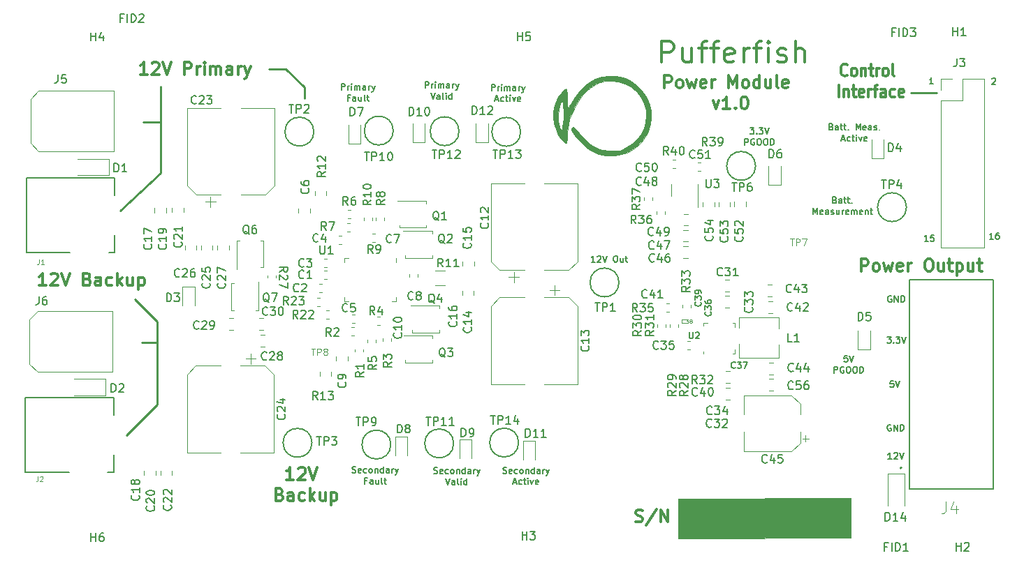
<source format=gbr>
G04 #@! TF.GenerationSoftware,KiCad,Pcbnew,(5.1.5)-3*
G04 #@! TF.CreationDate,2020-07-03T00:09:44-07:00*
G04 #@! TF.ProjectId,Pufferfish-Power-1,50756666-6572-4666-9973-682d506f7765,v0.1*
G04 #@! TF.SameCoordinates,Original*
G04 #@! TF.FileFunction,Legend,Top*
G04 #@! TF.FilePolarity,Positive*
%FSLAX46Y46*%
G04 Gerber Fmt 4.6, Leading zero omitted, Abs format (unit mm)*
G04 Created by KiCad (PCBNEW (5.1.5)-3) date 2020-07-03 00:09:44*
%MOMM*%
%LPD*%
G04 APERTURE LIST*
%ADD10C,0.300000*%
%ADD11C,0.100000*%
%ADD12C,0.190500*%
%ADD13C,0.254000*%
%ADD14C,0.120000*%
%ADD15C,0.010000*%
%ADD16C,0.127000*%
%ADD17C,0.200000*%
%ADD18C,0.150000*%
%ADD19C,0.203200*%
%ADD20C,0.015000*%
%ADD21C,0.125000*%
%ADD22C,0.115824*%
G04 APERTURE END LIST*
D10*
X168341885Y-78499171D02*
X168341885Y-76999171D01*
X168913314Y-76999171D01*
X169056171Y-77070600D01*
X169127600Y-77142028D01*
X169199028Y-77284885D01*
X169199028Y-77499171D01*
X169127600Y-77642028D01*
X169056171Y-77713457D01*
X168913314Y-77784885D01*
X168341885Y-77784885D01*
X170056171Y-78499171D02*
X169913314Y-78427742D01*
X169841885Y-78356314D01*
X169770457Y-78213457D01*
X169770457Y-77784885D01*
X169841885Y-77642028D01*
X169913314Y-77570600D01*
X170056171Y-77499171D01*
X170270457Y-77499171D01*
X170413314Y-77570600D01*
X170484742Y-77642028D01*
X170556171Y-77784885D01*
X170556171Y-78213457D01*
X170484742Y-78356314D01*
X170413314Y-78427742D01*
X170270457Y-78499171D01*
X170056171Y-78499171D01*
X171056171Y-77499171D02*
X171341885Y-78499171D01*
X171627600Y-77784885D01*
X171913314Y-78499171D01*
X172199028Y-77499171D01*
X173341885Y-78427742D02*
X173199028Y-78499171D01*
X172913314Y-78499171D01*
X172770457Y-78427742D01*
X172699028Y-78284885D01*
X172699028Y-77713457D01*
X172770457Y-77570600D01*
X172913314Y-77499171D01*
X173199028Y-77499171D01*
X173341885Y-77570600D01*
X173413314Y-77713457D01*
X173413314Y-77856314D01*
X172699028Y-77999171D01*
X174056171Y-78499171D02*
X174056171Y-77499171D01*
X174056171Y-77784885D02*
X174127600Y-77642028D01*
X174199028Y-77570600D01*
X174341885Y-77499171D01*
X174484742Y-77499171D01*
X176127600Y-78499171D02*
X176127600Y-76999171D01*
X176627600Y-78070600D01*
X177127600Y-76999171D01*
X177127600Y-78499171D01*
X178056171Y-78499171D02*
X177913314Y-78427742D01*
X177841885Y-78356314D01*
X177770457Y-78213457D01*
X177770457Y-77784885D01*
X177841885Y-77642028D01*
X177913314Y-77570600D01*
X178056171Y-77499171D01*
X178270457Y-77499171D01*
X178413314Y-77570600D01*
X178484742Y-77642028D01*
X178556171Y-77784885D01*
X178556171Y-78213457D01*
X178484742Y-78356314D01*
X178413314Y-78427742D01*
X178270457Y-78499171D01*
X178056171Y-78499171D01*
X179841885Y-78499171D02*
X179841885Y-76999171D01*
X179841885Y-78427742D02*
X179699028Y-78499171D01*
X179413314Y-78499171D01*
X179270457Y-78427742D01*
X179199028Y-78356314D01*
X179127600Y-78213457D01*
X179127600Y-77784885D01*
X179199028Y-77642028D01*
X179270457Y-77570600D01*
X179413314Y-77499171D01*
X179699028Y-77499171D01*
X179841885Y-77570600D01*
X181199028Y-77499171D02*
X181199028Y-78499171D01*
X180556171Y-77499171D02*
X180556171Y-78284885D01*
X180627600Y-78427742D01*
X180770457Y-78499171D01*
X180984742Y-78499171D01*
X181127600Y-78427742D01*
X181199028Y-78356314D01*
X182127600Y-78499171D02*
X181984742Y-78427742D01*
X181913314Y-78284885D01*
X181913314Y-76999171D01*
X183270457Y-78427742D02*
X183127600Y-78499171D01*
X182841885Y-78499171D01*
X182699028Y-78427742D01*
X182627600Y-78284885D01*
X182627600Y-77713457D01*
X182699028Y-77570600D01*
X182841885Y-77499171D01*
X183127600Y-77499171D01*
X183270457Y-77570600D01*
X183341885Y-77713457D01*
X183341885Y-77856314D01*
X182627600Y-77999171D01*
X174234742Y-80049171D02*
X174591885Y-81049171D01*
X174949028Y-80049171D01*
X176306171Y-81049171D02*
X175449028Y-81049171D01*
X175877600Y-81049171D02*
X175877600Y-79549171D01*
X175734742Y-79763457D01*
X175591885Y-79906314D01*
X175449028Y-79977742D01*
X176949028Y-80906314D02*
X177020457Y-80977742D01*
X176949028Y-81049171D01*
X176877600Y-80977742D01*
X176949028Y-80906314D01*
X176949028Y-81049171D01*
X177949028Y-79549171D02*
X178091885Y-79549171D01*
X178234742Y-79620600D01*
X178306171Y-79692028D01*
X178377600Y-79834885D01*
X178449028Y-80120600D01*
X178449028Y-80477742D01*
X178377600Y-80763457D01*
X178306171Y-80906314D01*
X178234742Y-80977742D01*
X178091885Y-81049171D01*
X177949028Y-81049171D01*
X177806171Y-80977742D01*
X177734742Y-80906314D01*
X177663314Y-80763457D01*
X177591885Y-80477742D01*
X177591885Y-80120600D01*
X177663314Y-79834885D01*
X177734742Y-79692028D01*
X177806171Y-79620600D01*
X177949028Y-79549171D01*
X168008904Y-75367847D02*
X168008904Y-72827847D01*
X168976523Y-72827847D01*
X169218428Y-72948800D01*
X169339380Y-73069752D01*
X169460333Y-73311657D01*
X169460333Y-73674514D01*
X169339380Y-73916419D01*
X169218428Y-74037371D01*
X168976523Y-74158323D01*
X168008904Y-74158323D01*
X171637476Y-73674514D02*
X171637476Y-75367847D01*
X170548904Y-73674514D02*
X170548904Y-75004990D01*
X170669857Y-75246895D01*
X170911761Y-75367847D01*
X171274619Y-75367847D01*
X171516523Y-75246895D01*
X171637476Y-75125942D01*
X172484142Y-73674514D02*
X173451761Y-73674514D01*
X172847000Y-75367847D02*
X172847000Y-73190704D01*
X172967952Y-72948800D01*
X173209857Y-72827847D01*
X173451761Y-72827847D01*
X173935571Y-73674514D02*
X174903190Y-73674514D01*
X174298428Y-75367847D02*
X174298428Y-73190704D01*
X174419380Y-72948800D01*
X174661285Y-72827847D01*
X174903190Y-72827847D01*
X176717476Y-75246895D02*
X176475571Y-75367847D01*
X175991761Y-75367847D01*
X175749857Y-75246895D01*
X175628904Y-75004990D01*
X175628904Y-74037371D01*
X175749857Y-73795466D01*
X175991761Y-73674514D01*
X176475571Y-73674514D01*
X176717476Y-73795466D01*
X176838428Y-74037371D01*
X176838428Y-74279276D01*
X175628904Y-74521180D01*
X177927000Y-75367847D02*
X177927000Y-73674514D01*
X177927000Y-74158323D02*
X178047952Y-73916419D01*
X178168904Y-73795466D01*
X178410809Y-73674514D01*
X178652714Y-73674514D01*
X179136523Y-73674514D02*
X180104142Y-73674514D01*
X179499380Y-75367847D02*
X179499380Y-73190704D01*
X179620333Y-72948800D01*
X179862238Y-72827847D01*
X180104142Y-72827847D01*
X180950809Y-75367847D02*
X180950809Y-73674514D01*
X180950809Y-72827847D02*
X180829857Y-72948800D01*
X180950809Y-73069752D01*
X181071761Y-72948800D01*
X180950809Y-72827847D01*
X180950809Y-73069752D01*
X182039380Y-75246895D02*
X182281285Y-75367847D01*
X182765095Y-75367847D01*
X183007000Y-75246895D01*
X183127952Y-75004990D01*
X183127952Y-74884038D01*
X183007000Y-74642133D01*
X182765095Y-74521180D01*
X182402238Y-74521180D01*
X182160333Y-74400228D01*
X182039380Y-74158323D01*
X182039380Y-74037371D01*
X182160333Y-73795466D01*
X182402238Y-73674514D01*
X182765095Y-73674514D01*
X183007000Y-73795466D01*
X184216523Y-75367847D02*
X184216523Y-72827847D01*
X185305095Y-75367847D02*
X185305095Y-74037371D01*
X185184142Y-73795466D01*
X184942238Y-73674514D01*
X184579380Y-73674514D01*
X184337476Y-73795466D01*
X184216523Y-73916419D01*
X164827200Y-131112342D02*
X165041485Y-131183771D01*
X165398628Y-131183771D01*
X165541485Y-131112342D01*
X165612914Y-131040914D01*
X165684342Y-130898057D01*
X165684342Y-130755200D01*
X165612914Y-130612342D01*
X165541485Y-130540914D01*
X165398628Y-130469485D01*
X165112914Y-130398057D01*
X164970057Y-130326628D01*
X164898628Y-130255200D01*
X164827200Y-130112342D01*
X164827200Y-129969485D01*
X164898628Y-129826628D01*
X164970057Y-129755200D01*
X165112914Y-129683771D01*
X165470057Y-129683771D01*
X165684342Y-129755200D01*
X167398628Y-129612342D02*
X166112914Y-131540914D01*
X167898628Y-131183771D02*
X167898628Y-129683771D01*
X168755771Y-131183771D01*
X168755771Y-129683771D01*
D11*
G36*
X190931800Y-133134100D02*
G01*
X170002200Y-133172200D01*
X170002200Y-128320800D01*
X190931800Y-128282700D01*
X190931800Y-133134100D01*
G37*
X190931800Y-133134100D02*
X170002200Y-133172200D01*
X170002200Y-128320800D01*
X190931800Y-128282700D01*
X190931800Y-133134100D01*
D12*
X200286257Y-97093314D02*
X199850828Y-97093314D01*
X200068542Y-97093314D02*
X200068542Y-96331314D01*
X199995971Y-96440171D01*
X199923400Y-96512742D01*
X199850828Y-96549028D01*
X200975685Y-96331314D02*
X200612828Y-96331314D01*
X200576542Y-96694171D01*
X200612828Y-96657885D01*
X200685400Y-96621600D01*
X200866828Y-96621600D01*
X200939400Y-96657885D01*
X200975685Y-96694171D01*
X201011971Y-96766742D01*
X201011971Y-96948171D01*
X200975685Y-97020742D01*
X200939400Y-97057028D01*
X200866828Y-97093314D01*
X200685400Y-97093314D01*
X200612828Y-97057028D01*
X200576542Y-97020742D01*
X208185657Y-96839314D02*
X207750228Y-96839314D01*
X207967942Y-96839314D02*
X207967942Y-96077314D01*
X207895371Y-96186171D01*
X207822800Y-96258742D01*
X207750228Y-96295028D01*
X208838800Y-96077314D02*
X208693657Y-96077314D01*
X208621085Y-96113600D01*
X208584800Y-96149885D01*
X208512228Y-96258742D01*
X208475942Y-96403885D01*
X208475942Y-96694171D01*
X208512228Y-96766742D01*
X208548514Y-96803028D01*
X208621085Y-96839314D01*
X208766228Y-96839314D01*
X208838800Y-96803028D01*
X208875085Y-96766742D01*
X208911371Y-96694171D01*
X208911371Y-96512742D01*
X208875085Y-96440171D01*
X208838800Y-96403885D01*
X208766228Y-96367600D01*
X208621085Y-96367600D01*
X208548514Y-96403885D01*
X208512228Y-96440171D01*
X208475942Y-96512742D01*
X208036885Y-77379285D02*
X208073171Y-77343000D01*
X208145742Y-77306714D01*
X208327171Y-77306714D01*
X208399742Y-77343000D01*
X208436028Y-77379285D01*
X208472314Y-77451857D01*
X208472314Y-77524428D01*
X208436028Y-77633285D01*
X208000600Y-78068714D01*
X208472314Y-78068714D01*
X200903114Y-78017914D02*
X200467685Y-78017914D01*
X200685400Y-78017914D02*
X200685400Y-77255914D01*
X200612828Y-77364771D01*
X200540257Y-77437342D01*
X200467685Y-77473628D01*
X159896628Y-99633314D02*
X159461200Y-99633314D01*
X159678914Y-99633314D02*
X159678914Y-98871314D01*
X159606342Y-98980171D01*
X159533771Y-99052742D01*
X159461200Y-99089028D01*
X160186914Y-98943885D02*
X160223200Y-98907600D01*
X160295771Y-98871314D01*
X160477200Y-98871314D01*
X160549771Y-98907600D01*
X160586057Y-98943885D01*
X160622342Y-99016457D01*
X160622342Y-99089028D01*
X160586057Y-99197885D01*
X160150628Y-99633314D01*
X160622342Y-99633314D01*
X160840057Y-98871314D02*
X161094057Y-99633314D01*
X161348057Y-98871314D01*
X162327771Y-98871314D02*
X162472914Y-98871314D01*
X162545485Y-98907600D01*
X162618057Y-98980171D01*
X162654342Y-99125314D01*
X162654342Y-99379314D01*
X162618057Y-99524457D01*
X162545485Y-99597028D01*
X162472914Y-99633314D01*
X162327771Y-99633314D01*
X162255200Y-99597028D01*
X162182628Y-99524457D01*
X162146342Y-99379314D01*
X162146342Y-99125314D01*
X162182628Y-98980171D01*
X162255200Y-98907600D01*
X162327771Y-98871314D01*
X163307485Y-99125314D02*
X163307485Y-99633314D01*
X162980914Y-99125314D02*
X162980914Y-99524457D01*
X163017200Y-99597028D01*
X163089771Y-99633314D01*
X163198628Y-99633314D01*
X163271200Y-99597028D01*
X163307485Y-99560742D01*
X163561485Y-99125314D02*
X163851771Y-99125314D01*
X163670342Y-98871314D02*
X163670342Y-99524457D01*
X163706628Y-99597028D01*
X163779200Y-99633314D01*
X163851771Y-99633314D01*
X188544200Y-83200421D02*
X188653057Y-83236707D01*
X188689342Y-83272992D01*
X188725628Y-83345564D01*
X188725628Y-83454421D01*
X188689342Y-83526992D01*
X188653057Y-83563278D01*
X188580485Y-83599564D01*
X188290200Y-83599564D01*
X188290200Y-82837564D01*
X188544200Y-82837564D01*
X188616771Y-82873850D01*
X188653057Y-82910135D01*
X188689342Y-82982707D01*
X188689342Y-83055278D01*
X188653057Y-83127850D01*
X188616771Y-83164135D01*
X188544200Y-83200421D01*
X188290200Y-83200421D01*
X189378771Y-83599564D02*
X189378771Y-83200421D01*
X189342485Y-83127850D01*
X189269914Y-83091564D01*
X189124771Y-83091564D01*
X189052200Y-83127850D01*
X189378771Y-83563278D02*
X189306200Y-83599564D01*
X189124771Y-83599564D01*
X189052200Y-83563278D01*
X189015914Y-83490707D01*
X189015914Y-83418135D01*
X189052200Y-83345564D01*
X189124771Y-83309278D01*
X189306200Y-83309278D01*
X189378771Y-83272992D01*
X189632771Y-83091564D02*
X189923057Y-83091564D01*
X189741628Y-82837564D02*
X189741628Y-83490707D01*
X189777914Y-83563278D01*
X189850485Y-83599564D01*
X189923057Y-83599564D01*
X190068200Y-83091564D02*
X190358485Y-83091564D01*
X190177057Y-82837564D02*
X190177057Y-83490707D01*
X190213342Y-83563278D01*
X190285914Y-83599564D01*
X190358485Y-83599564D01*
X190612485Y-83526992D02*
X190648771Y-83563278D01*
X190612485Y-83599564D01*
X190576200Y-83563278D01*
X190612485Y-83526992D01*
X190612485Y-83599564D01*
X191555914Y-83599564D02*
X191555914Y-82837564D01*
X191809914Y-83381850D01*
X192063914Y-82837564D01*
X192063914Y-83599564D01*
X192717057Y-83563278D02*
X192644485Y-83599564D01*
X192499342Y-83599564D01*
X192426771Y-83563278D01*
X192390485Y-83490707D01*
X192390485Y-83200421D01*
X192426771Y-83127850D01*
X192499342Y-83091564D01*
X192644485Y-83091564D01*
X192717057Y-83127850D01*
X192753342Y-83200421D01*
X192753342Y-83272992D01*
X192390485Y-83345564D01*
X193406485Y-83599564D02*
X193406485Y-83200421D01*
X193370200Y-83127850D01*
X193297628Y-83091564D01*
X193152485Y-83091564D01*
X193079914Y-83127850D01*
X193406485Y-83563278D02*
X193333914Y-83599564D01*
X193152485Y-83599564D01*
X193079914Y-83563278D01*
X193043628Y-83490707D01*
X193043628Y-83418135D01*
X193079914Y-83345564D01*
X193152485Y-83309278D01*
X193333914Y-83309278D01*
X193406485Y-83272992D01*
X193733057Y-83563278D02*
X193805628Y-83599564D01*
X193950771Y-83599564D01*
X194023342Y-83563278D01*
X194059628Y-83490707D01*
X194059628Y-83454421D01*
X194023342Y-83381850D01*
X193950771Y-83345564D01*
X193841914Y-83345564D01*
X193769342Y-83309278D01*
X193733057Y-83236707D01*
X193733057Y-83200421D01*
X193769342Y-83127850D01*
X193841914Y-83091564D01*
X193950771Y-83091564D01*
X194023342Y-83127850D01*
X194386200Y-83526992D02*
X194422485Y-83563278D01*
X194386200Y-83599564D01*
X194349914Y-83563278D01*
X194386200Y-83526992D01*
X194386200Y-83599564D01*
X189814200Y-84715350D02*
X190177057Y-84715350D01*
X189741628Y-84933064D02*
X189995628Y-84171064D01*
X190249628Y-84933064D01*
X190830200Y-84896778D02*
X190757628Y-84933064D01*
X190612485Y-84933064D01*
X190539914Y-84896778D01*
X190503628Y-84860492D01*
X190467342Y-84787921D01*
X190467342Y-84570207D01*
X190503628Y-84497635D01*
X190539914Y-84461350D01*
X190612485Y-84425064D01*
X190757628Y-84425064D01*
X190830200Y-84461350D01*
X191047914Y-84425064D02*
X191338200Y-84425064D01*
X191156771Y-84171064D02*
X191156771Y-84824207D01*
X191193057Y-84896778D01*
X191265628Y-84933064D01*
X191338200Y-84933064D01*
X191592200Y-84933064D02*
X191592200Y-84425064D01*
X191592200Y-84171064D02*
X191555914Y-84207350D01*
X191592200Y-84243635D01*
X191628485Y-84207350D01*
X191592200Y-84171064D01*
X191592200Y-84243635D01*
X191882485Y-84425064D02*
X192063914Y-84933064D01*
X192245342Y-84425064D01*
X192825914Y-84896778D02*
X192753342Y-84933064D01*
X192608200Y-84933064D01*
X192535628Y-84896778D01*
X192499342Y-84824207D01*
X192499342Y-84533921D01*
X192535628Y-84461350D01*
X192608200Y-84425064D01*
X192753342Y-84425064D01*
X192825914Y-84461350D01*
X192862200Y-84533921D01*
X192862200Y-84606492D01*
X192499342Y-84679064D01*
X188983257Y-92090421D02*
X189092114Y-92126707D01*
X189128400Y-92162992D01*
X189164685Y-92235564D01*
X189164685Y-92344421D01*
X189128400Y-92416992D01*
X189092114Y-92453278D01*
X189019542Y-92489564D01*
X188729257Y-92489564D01*
X188729257Y-91727564D01*
X188983257Y-91727564D01*
X189055828Y-91763850D01*
X189092114Y-91800135D01*
X189128400Y-91872707D01*
X189128400Y-91945278D01*
X189092114Y-92017850D01*
X189055828Y-92054135D01*
X188983257Y-92090421D01*
X188729257Y-92090421D01*
X189817828Y-92489564D02*
X189817828Y-92090421D01*
X189781542Y-92017850D01*
X189708971Y-91981564D01*
X189563828Y-91981564D01*
X189491257Y-92017850D01*
X189817828Y-92453278D02*
X189745257Y-92489564D01*
X189563828Y-92489564D01*
X189491257Y-92453278D01*
X189454971Y-92380707D01*
X189454971Y-92308135D01*
X189491257Y-92235564D01*
X189563828Y-92199278D01*
X189745257Y-92199278D01*
X189817828Y-92162992D01*
X190071828Y-91981564D02*
X190362114Y-91981564D01*
X190180685Y-91727564D02*
X190180685Y-92380707D01*
X190216971Y-92453278D01*
X190289542Y-92489564D01*
X190362114Y-92489564D01*
X190507257Y-91981564D02*
X190797542Y-91981564D01*
X190616114Y-91727564D02*
X190616114Y-92380707D01*
X190652400Y-92453278D01*
X190724971Y-92489564D01*
X190797542Y-92489564D01*
X191051542Y-92416992D02*
X191087828Y-92453278D01*
X191051542Y-92489564D01*
X191015257Y-92453278D01*
X191051542Y-92416992D01*
X191051542Y-92489564D01*
X186352542Y-93823064D02*
X186352542Y-93061064D01*
X186606542Y-93605350D01*
X186860542Y-93061064D01*
X186860542Y-93823064D01*
X187513685Y-93786778D02*
X187441114Y-93823064D01*
X187295971Y-93823064D01*
X187223400Y-93786778D01*
X187187114Y-93714207D01*
X187187114Y-93423921D01*
X187223400Y-93351350D01*
X187295971Y-93315064D01*
X187441114Y-93315064D01*
X187513685Y-93351350D01*
X187549971Y-93423921D01*
X187549971Y-93496492D01*
X187187114Y-93569064D01*
X188203114Y-93823064D02*
X188203114Y-93423921D01*
X188166828Y-93351350D01*
X188094257Y-93315064D01*
X187949114Y-93315064D01*
X187876542Y-93351350D01*
X188203114Y-93786778D02*
X188130542Y-93823064D01*
X187949114Y-93823064D01*
X187876542Y-93786778D01*
X187840257Y-93714207D01*
X187840257Y-93641635D01*
X187876542Y-93569064D01*
X187949114Y-93532778D01*
X188130542Y-93532778D01*
X188203114Y-93496492D01*
X188529685Y-93786778D02*
X188602257Y-93823064D01*
X188747400Y-93823064D01*
X188819971Y-93786778D01*
X188856257Y-93714207D01*
X188856257Y-93677921D01*
X188819971Y-93605350D01*
X188747400Y-93569064D01*
X188638542Y-93569064D01*
X188565971Y-93532778D01*
X188529685Y-93460207D01*
X188529685Y-93423921D01*
X188565971Y-93351350D01*
X188638542Y-93315064D01*
X188747400Y-93315064D01*
X188819971Y-93351350D01*
X189509400Y-93315064D02*
X189509400Y-93823064D01*
X189182828Y-93315064D02*
X189182828Y-93714207D01*
X189219114Y-93786778D01*
X189291685Y-93823064D01*
X189400542Y-93823064D01*
X189473114Y-93786778D01*
X189509400Y-93750492D01*
X189872257Y-93823064D02*
X189872257Y-93315064D01*
X189872257Y-93460207D02*
X189908542Y-93387635D01*
X189944828Y-93351350D01*
X190017400Y-93315064D01*
X190089971Y-93315064D01*
X190634257Y-93786778D02*
X190561685Y-93823064D01*
X190416542Y-93823064D01*
X190343971Y-93786778D01*
X190307685Y-93714207D01*
X190307685Y-93423921D01*
X190343971Y-93351350D01*
X190416542Y-93315064D01*
X190561685Y-93315064D01*
X190634257Y-93351350D01*
X190670542Y-93423921D01*
X190670542Y-93496492D01*
X190307685Y-93569064D01*
X190997114Y-93823064D02*
X190997114Y-93315064D01*
X190997114Y-93387635D02*
X191033400Y-93351350D01*
X191105971Y-93315064D01*
X191214828Y-93315064D01*
X191287400Y-93351350D01*
X191323685Y-93423921D01*
X191323685Y-93823064D01*
X191323685Y-93423921D02*
X191359971Y-93351350D01*
X191432542Y-93315064D01*
X191541400Y-93315064D01*
X191613971Y-93351350D01*
X191650257Y-93423921D01*
X191650257Y-93823064D01*
X192303400Y-93786778D02*
X192230828Y-93823064D01*
X192085685Y-93823064D01*
X192013114Y-93786778D01*
X191976828Y-93714207D01*
X191976828Y-93423921D01*
X192013114Y-93351350D01*
X192085685Y-93315064D01*
X192230828Y-93315064D01*
X192303400Y-93351350D01*
X192339685Y-93423921D01*
X192339685Y-93496492D01*
X191976828Y-93569064D01*
X192666257Y-93315064D02*
X192666257Y-93823064D01*
X192666257Y-93387635D02*
X192702542Y-93351350D01*
X192775114Y-93315064D01*
X192883971Y-93315064D01*
X192956542Y-93351350D01*
X192992828Y-93423921D01*
X192992828Y-93823064D01*
X193246828Y-93315064D02*
X193537114Y-93315064D01*
X193355685Y-93061064D02*
X193355685Y-93714207D01*
X193391971Y-93786778D01*
X193464542Y-93823064D01*
X193537114Y-93823064D01*
X178707142Y-83320164D02*
X179178857Y-83320164D01*
X178924857Y-83610450D01*
X179033714Y-83610450D01*
X179106285Y-83646735D01*
X179142571Y-83683021D01*
X179178857Y-83755592D01*
X179178857Y-83937021D01*
X179142571Y-84009592D01*
X179106285Y-84045878D01*
X179033714Y-84082164D01*
X178816000Y-84082164D01*
X178743428Y-84045878D01*
X178707142Y-84009592D01*
X179505428Y-84009592D02*
X179541714Y-84045878D01*
X179505428Y-84082164D01*
X179469142Y-84045878D01*
X179505428Y-84009592D01*
X179505428Y-84082164D01*
X179795714Y-83320164D02*
X180267428Y-83320164D01*
X180013428Y-83610450D01*
X180122285Y-83610450D01*
X180194857Y-83646735D01*
X180231142Y-83683021D01*
X180267428Y-83755592D01*
X180267428Y-83937021D01*
X180231142Y-84009592D01*
X180194857Y-84045878D01*
X180122285Y-84082164D01*
X179904571Y-84082164D01*
X179832000Y-84045878D01*
X179795714Y-84009592D01*
X180485142Y-83320164D02*
X180739142Y-84082164D01*
X180993142Y-83320164D01*
X178072142Y-85415664D02*
X178072142Y-84653664D01*
X178362428Y-84653664D01*
X178435000Y-84689950D01*
X178471285Y-84726235D01*
X178507571Y-84798807D01*
X178507571Y-84907664D01*
X178471285Y-84980235D01*
X178435000Y-85016521D01*
X178362428Y-85052807D01*
X178072142Y-85052807D01*
X179233285Y-84689950D02*
X179160714Y-84653664D01*
X179051857Y-84653664D01*
X178943000Y-84689950D01*
X178870428Y-84762521D01*
X178834142Y-84835092D01*
X178797857Y-84980235D01*
X178797857Y-85089092D01*
X178834142Y-85234235D01*
X178870428Y-85306807D01*
X178943000Y-85379378D01*
X179051857Y-85415664D01*
X179124428Y-85415664D01*
X179233285Y-85379378D01*
X179269571Y-85343092D01*
X179269571Y-85089092D01*
X179124428Y-85089092D01*
X179741285Y-84653664D02*
X179886428Y-84653664D01*
X179959000Y-84689950D01*
X180031571Y-84762521D01*
X180067857Y-84907664D01*
X180067857Y-85161664D01*
X180031571Y-85306807D01*
X179959000Y-85379378D01*
X179886428Y-85415664D01*
X179741285Y-85415664D01*
X179668714Y-85379378D01*
X179596142Y-85306807D01*
X179559857Y-85161664D01*
X179559857Y-84907664D01*
X179596142Y-84762521D01*
X179668714Y-84689950D01*
X179741285Y-84653664D01*
X180539571Y-84653664D02*
X180684714Y-84653664D01*
X180757285Y-84689950D01*
X180829857Y-84762521D01*
X180866142Y-84907664D01*
X180866142Y-85161664D01*
X180829857Y-85306807D01*
X180757285Y-85379378D01*
X180684714Y-85415664D01*
X180539571Y-85415664D01*
X180467000Y-85379378D01*
X180394428Y-85306807D01*
X180358142Y-85161664D01*
X180358142Y-84907664D01*
X180394428Y-84762521D01*
X180467000Y-84689950D01*
X180539571Y-84653664D01*
X181192714Y-85415664D02*
X181192714Y-84653664D01*
X181374142Y-84653664D01*
X181483000Y-84689950D01*
X181555571Y-84762521D01*
X181591857Y-84835092D01*
X181628142Y-84980235D01*
X181628142Y-85089092D01*
X181591857Y-85234235D01*
X181555571Y-85306807D01*
X181483000Y-85379378D01*
X181374142Y-85415664D01*
X181192714Y-85415664D01*
D13*
X198196200Y-79070200D02*
X201295000Y-79070200D01*
D10*
X190492742Y-76933914D02*
X190432266Y-77005342D01*
X190250838Y-77076771D01*
X190129885Y-77076771D01*
X189948457Y-77005342D01*
X189827504Y-76862485D01*
X189767028Y-76719628D01*
X189706552Y-76433914D01*
X189706552Y-76219628D01*
X189767028Y-75933914D01*
X189827504Y-75791057D01*
X189948457Y-75648200D01*
X190129885Y-75576771D01*
X190250838Y-75576771D01*
X190432266Y-75648200D01*
X190492742Y-75719628D01*
X191218457Y-77076771D02*
X191097504Y-77005342D01*
X191037028Y-76933914D01*
X190976552Y-76791057D01*
X190976552Y-76362485D01*
X191037028Y-76219628D01*
X191097504Y-76148200D01*
X191218457Y-76076771D01*
X191399885Y-76076771D01*
X191520838Y-76148200D01*
X191581314Y-76219628D01*
X191641790Y-76362485D01*
X191641790Y-76791057D01*
X191581314Y-76933914D01*
X191520838Y-77005342D01*
X191399885Y-77076771D01*
X191218457Y-77076771D01*
X192186076Y-76076771D02*
X192186076Y-77076771D01*
X192186076Y-76219628D02*
X192246552Y-76148200D01*
X192367504Y-76076771D01*
X192548933Y-76076771D01*
X192669885Y-76148200D01*
X192730361Y-76291057D01*
X192730361Y-77076771D01*
X193153695Y-76076771D02*
X193637504Y-76076771D01*
X193335123Y-75576771D02*
X193335123Y-76862485D01*
X193395600Y-77005342D01*
X193516552Y-77076771D01*
X193637504Y-77076771D01*
X194060838Y-77076771D02*
X194060838Y-76076771D01*
X194060838Y-76362485D02*
X194121314Y-76219628D01*
X194181790Y-76148200D01*
X194302742Y-76076771D01*
X194423695Y-76076771D01*
X195028457Y-77076771D02*
X194907504Y-77005342D01*
X194847028Y-76933914D01*
X194786552Y-76791057D01*
X194786552Y-76362485D01*
X194847028Y-76219628D01*
X194907504Y-76148200D01*
X195028457Y-76076771D01*
X195209885Y-76076771D01*
X195330838Y-76148200D01*
X195391314Y-76219628D01*
X195451790Y-76362485D01*
X195451790Y-76791057D01*
X195391314Y-76933914D01*
X195330838Y-77005342D01*
X195209885Y-77076771D01*
X195028457Y-77076771D01*
X196177504Y-77076771D02*
X196056552Y-77005342D01*
X195996076Y-76862485D01*
X195996076Y-75576771D01*
X189494885Y-79626771D02*
X189494885Y-78126771D01*
X190099647Y-78626771D02*
X190099647Y-79626771D01*
X190099647Y-78769628D02*
X190160123Y-78698200D01*
X190281076Y-78626771D01*
X190462504Y-78626771D01*
X190583457Y-78698200D01*
X190643933Y-78841057D01*
X190643933Y-79626771D01*
X191067266Y-78626771D02*
X191551076Y-78626771D01*
X191248695Y-78126771D02*
X191248695Y-79412485D01*
X191309171Y-79555342D01*
X191430123Y-79626771D01*
X191551076Y-79626771D01*
X192458219Y-79555342D02*
X192337266Y-79626771D01*
X192095361Y-79626771D01*
X191974409Y-79555342D01*
X191913933Y-79412485D01*
X191913933Y-78841057D01*
X191974409Y-78698200D01*
X192095361Y-78626771D01*
X192337266Y-78626771D01*
X192458219Y-78698200D01*
X192518695Y-78841057D01*
X192518695Y-78983914D01*
X191913933Y-79126771D01*
X193062980Y-79626771D02*
X193062980Y-78626771D01*
X193062980Y-78912485D02*
X193123457Y-78769628D01*
X193183933Y-78698200D01*
X193304885Y-78626771D01*
X193425838Y-78626771D01*
X193667742Y-78626771D02*
X194151552Y-78626771D01*
X193849171Y-79626771D02*
X193849171Y-78341057D01*
X193909647Y-78198200D01*
X194030600Y-78126771D01*
X194151552Y-78126771D01*
X195119171Y-79626771D02*
X195119171Y-78841057D01*
X195058695Y-78698200D01*
X194937742Y-78626771D01*
X194695838Y-78626771D01*
X194574885Y-78698200D01*
X195119171Y-79555342D02*
X194998219Y-79626771D01*
X194695838Y-79626771D01*
X194574885Y-79555342D01*
X194514409Y-79412485D01*
X194514409Y-79269628D01*
X194574885Y-79126771D01*
X194695838Y-79055342D01*
X194998219Y-79055342D01*
X195119171Y-78983914D01*
X196268219Y-79555342D02*
X196147266Y-79626771D01*
X195905361Y-79626771D01*
X195784409Y-79555342D01*
X195723933Y-79483914D01*
X195663457Y-79341057D01*
X195663457Y-78912485D01*
X195723933Y-78769628D01*
X195784409Y-78698200D01*
X195905361Y-78626771D01*
X196147266Y-78626771D01*
X196268219Y-78698200D01*
X197296314Y-79555342D02*
X197175361Y-79626771D01*
X196933457Y-79626771D01*
X196812504Y-79555342D01*
X196752028Y-79412485D01*
X196752028Y-78841057D01*
X196812504Y-78698200D01*
X196933457Y-78626771D01*
X197175361Y-78626771D01*
X197296314Y-78698200D01*
X197356790Y-78841057D01*
X197356790Y-78983914D01*
X196752028Y-79126771D01*
D12*
X195837628Y-103759000D02*
X195765057Y-103722714D01*
X195656200Y-103722714D01*
X195547342Y-103759000D01*
X195474771Y-103831571D01*
X195438485Y-103904142D01*
X195402200Y-104049285D01*
X195402200Y-104158142D01*
X195438485Y-104303285D01*
X195474771Y-104375857D01*
X195547342Y-104448428D01*
X195656200Y-104484714D01*
X195728771Y-104484714D01*
X195837628Y-104448428D01*
X195873914Y-104412142D01*
X195873914Y-104158142D01*
X195728771Y-104158142D01*
X196200485Y-104484714D02*
X196200485Y-103722714D01*
X196635914Y-104484714D01*
X196635914Y-103722714D01*
X196998771Y-104484714D02*
X196998771Y-103722714D01*
X197180200Y-103722714D01*
X197289057Y-103759000D01*
X197361628Y-103831571D01*
X197397914Y-103904142D01*
X197434200Y-104049285D01*
X197434200Y-104158142D01*
X197397914Y-104303285D01*
X197361628Y-104375857D01*
X197289057Y-104448428D01*
X197180200Y-104484714D01*
X196998771Y-104484714D01*
X195870285Y-123534714D02*
X195434857Y-123534714D01*
X195652571Y-123534714D02*
X195652571Y-122772714D01*
X195580000Y-122881571D01*
X195507428Y-122954142D01*
X195434857Y-122990428D01*
X196160571Y-122845285D02*
X196196857Y-122809000D01*
X196269428Y-122772714D01*
X196450857Y-122772714D01*
X196523428Y-122809000D01*
X196559714Y-122845285D01*
X196596000Y-122917857D01*
X196596000Y-122990428D01*
X196559714Y-123099285D01*
X196124285Y-123534714D01*
X196596000Y-123534714D01*
X196813714Y-122772714D02*
X197067714Y-123534714D01*
X197321714Y-122772714D01*
X195761428Y-119380000D02*
X195688857Y-119343714D01*
X195580000Y-119343714D01*
X195471142Y-119380000D01*
X195398571Y-119452571D01*
X195362285Y-119525142D01*
X195326000Y-119670285D01*
X195326000Y-119779142D01*
X195362285Y-119924285D01*
X195398571Y-119996857D01*
X195471142Y-120069428D01*
X195580000Y-120105714D01*
X195652571Y-120105714D01*
X195761428Y-120069428D01*
X195797714Y-120033142D01*
X195797714Y-119779142D01*
X195652571Y-119779142D01*
X196124285Y-120105714D02*
X196124285Y-119343714D01*
X196559714Y-120105714D01*
X196559714Y-119343714D01*
X196922571Y-120105714D02*
X196922571Y-119343714D01*
X197104000Y-119343714D01*
X197212857Y-119380000D01*
X197285428Y-119452571D01*
X197321714Y-119525142D01*
X197358000Y-119670285D01*
X197358000Y-119779142D01*
X197321714Y-119924285D01*
X197285428Y-119996857D01*
X197212857Y-120069428D01*
X197104000Y-120105714D01*
X196922571Y-120105714D01*
X196095257Y-114060514D02*
X195732400Y-114060514D01*
X195696114Y-114423371D01*
X195732400Y-114387085D01*
X195804971Y-114350800D01*
X195986400Y-114350800D01*
X196058971Y-114387085D01*
X196095257Y-114423371D01*
X196131542Y-114495942D01*
X196131542Y-114677371D01*
X196095257Y-114749942D01*
X196058971Y-114786228D01*
X195986400Y-114822514D01*
X195804971Y-114822514D01*
X195732400Y-114786228D01*
X195696114Y-114749942D01*
X196349257Y-114060514D02*
X196603257Y-114822514D01*
X196857257Y-114060514D01*
X195318742Y-108675714D02*
X195790457Y-108675714D01*
X195536457Y-108966000D01*
X195645314Y-108966000D01*
X195717885Y-109002285D01*
X195754171Y-109038571D01*
X195790457Y-109111142D01*
X195790457Y-109292571D01*
X195754171Y-109365142D01*
X195717885Y-109401428D01*
X195645314Y-109437714D01*
X195427600Y-109437714D01*
X195355028Y-109401428D01*
X195318742Y-109365142D01*
X196117028Y-109365142D02*
X196153314Y-109401428D01*
X196117028Y-109437714D01*
X196080742Y-109401428D01*
X196117028Y-109365142D01*
X196117028Y-109437714D01*
X196407314Y-108675714D02*
X196879028Y-108675714D01*
X196625028Y-108966000D01*
X196733885Y-108966000D01*
X196806457Y-109002285D01*
X196842742Y-109038571D01*
X196879028Y-109111142D01*
X196879028Y-109292571D01*
X196842742Y-109365142D01*
X196806457Y-109401428D01*
X196733885Y-109437714D01*
X196516171Y-109437714D01*
X196443600Y-109401428D01*
X196407314Y-109365142D01*
X197096742Y-108675714D02*
X197350742Y-109437714D01*
X197604742Y-108675714D01*
X190507257Y-110980764D02*
X190144400Y-110980764D01*
X190108114Y-111343621D01*
X190144400Y-111307335D01*
X190216971Y-111271050D01*
X190398400Y-111271050D01*
X190470971Y-111307335D01*
X190507257Y-111343621D01*
X190543542Y-111416192D01*
X190543542Y-111597621D01*
X190507257Y-111670192D01*
X190470971Y-111706478D01*
X190398400Y-111742764D01*
X190216971Y-111742764D01*
X190144400Y-111706478D01*
X190108114Y-111670192D01*
X190761257Y-110980764D02*
X191015257Y-111742764D01*
X191269257Y-110980764D01*
X188892542Y-113076264D02*
X188892542Y-112314264D01*
X189182828Y-112314264D01*
X189255400Y-112350550D01*
X189291685Y-112386835D01*
X189327971Y-112459407D01*
X189327971Y-112568264D01*
X189291685Y-112640835D01*
X189255400Y-112677121D01*
X189182828Y-112713407D01*
X188892542Y-112713407D01*
X190053685Y-112350550D02*
X189981114Y-112314264D01*
X189872257Y-112314264D01*
X189763400Y-112350550D01*
X189690828Y-112423121D01*
X189654542Y-112495692D01*
X189618257Y-112640835D01*
X189618257Y-112749692D01*
X189654542Y-112894835D01*
X189690828Y-112967407D01*
X189763400Y-113039978D01*
X189872257Y-113076264D01*
X189944828Y-113076264D01*
X190053685Y-113039978D01*
X190089971Y-113003692D01*
X190089971Y-112749692D01*
X189944828Y-112749692D01*
X190561685Y-112314264D02*
X190706828Y-112314264D01*
X190779400Y-112350550D01*
X190851971Y-112423121D01*
X190888257Y-112568264D01*
X190888257Y-112822264D01*
X190851971Y-112967407D01*
X190779400Y-113039978D01*
X190706828Y-113076264D01*
X190561685Y-113076264D01*
X190489114Y-113039978D01*
X190416542Y-112967407D01*
X190380257Y-112822264D01*
X190380257Y-112568264D01*
X190416542Y-112423121D01*
X190489114Y-112350550D01*
X190561685Y-112314264D01*
X191359971Y-112314264D02*
X191505114Y-112314264D01*
X191577685Y-112350550D01*
X191650257Y-112423121D01*
X191686542Y-112568264D01*
X191686542Y-112822264D01*
X191650257Y-112967407D01*
X191577685Y-113039978D01*
X191505114Y-113076264D01*
X191359971Y-113076264D01*
X191287400Y-113039978D01*
X191214828Y-112967407D01*
X191178542Y-112822264D01*
X191178542Y-112568264D01*
X191214828Y-112423121D01*
X191287400Y-112350550D01*
X191359971Y-112314264D01*
X192013114Y-113076264D02*
X192013114Y-112314264D01*
X192194542Y-112314264D01*
X192303400Y-112350550D01*
X192375971Y-112423121D01*
X192412257Y-112495692D01*
X192448542Y-112640835D01*
X192448542Y-112749692D01*
X192412257Y-112894835D01*
X192375971Y-112967407D01*
X192303400Y-113039978D01*
X192194542Y-113076264D01*
X192013114Y-113076264D01*
D10*
X192175714Y-100754571D02*
X192175714Y-99254571D01*
X192747142Y-99254571D01*
X192890000Y-99326000D01*
X192961428Y-99397428D01*
X193032857Y-99540285D01*
X193032857Y-99754571D01*
X192961428Y-99897428D01*
X192890000Y-99968857D01*
X192747142Y-100040285D01*
X192175714Y-100040285D01*
X193890000Y-100754571D02*
X193747142Y-100683142D01*
X193675714Y-100611714D01*
X193604285Y-100468857D01*
X193604285Y-100040285D01*
X193675714Y-99897428D01*
X193747142Y-99826000D01*
X193890000Y-99754571D01*
X194104285Y-99754571D01*
X194247142Y-99826000D01*
X194318571Y-99897428D01*
X194390000Y-100040285D01*
X194390000Y-100468857D01*
X194318571Y-100611714D01*
X194247142Y-100683142D01*
X194104285Y-100754571D01*
X193890000Y-100754571D01*
X194890000Y-99754571D02*
X195175714Y-100754571D01*
X195461428Y-100040285D01*
X195747142Y-100754571D01*
X196032857Y-99754571D01*
X197175714Y-100683142D02*
X197032857Y-100754571D01*
X196747142Y-100754571D01*
X196604285Y-100683142D01*
X196532857Y-100540285D01*
X196532857Y-99968857D01*
X196604285Y-99826000D01*
X196747142Y-99754571D01*
X197032857Y-99754571D01*
X197175714Y-99826000D01*
X197247142Y-99968857D01*
X197247142Y-100111714D01*
X196532857Y-100254571D01*
X197890000Y-100754571D02*
X197890000Y-99754571D01*
X197890000Y-100040285D02*
X197961428Y-99897428D01*
X198032857Y-99826000D01*
X198175714Y-99754571D01*
X198318571Y-99754571D01*
X200247142Y-99254571D02*
X200532857Y-99254571D01*
X200675714Y-99326000D01*
X200818571Y-99468857D01*
X200890000Y-99754571D01*
X200890000Y-100254571D01*
X200818571Y-100540285D01*
X200675714Y-100683142D01*
X200532857Y-100754571D01*
X200247142Y-100754571D01*
X200104285Y-100683142D01*
X199961428Y-100540285D01*
X199890000Y-100254571D01*
X199890000Y-99754571D01*
X199961428Y-99468857D01*
X200104285Y-99326000D01*
X200247142Y-99254571D01*
X202175714Y-99754571D02*
X202175714Y-100754571D01*
X201532857Y-99754571D02*
X201532857Y-100540285D01*
X201604285Y-100683142D01*
X201747142Y-100754571D01*
X201961428Y-100754571D01*
X202104285Y-100683142D01*
X202175714Y-100611714D01*
X202675714Y-99754571D02*
X203247142Y-99754571D01*
X202890000Y-99254571D02*
X202890000Y-100540285D01*
X202961428Y-100683142D01*
X203104285Y-100754571D01*
X203247142Y-100754571D01*
X203747142Y-99754571D02*
X203747142Y-101254571D01*
X203747142Y-99826000D02*
X203890000Y-99754571D01*
X204175714Y-99754571D01*
X204318571Y-99826000D01*
X204390000Y-99897428D01*
X204461428Y-100040285D01*
X204461428Y-100468857D01*
X204390000Y-100611714D01*
X204318571Y-100683142D01*
X204175714Y-100754571D01*
X203890000Y-100754571D01*
X203747142Y-100683142D01*
X205747142Y-99754571D02*
X205747142Y-100754571D01*
X205104285Y-99754571D02*
X205104285Y-100540285D01*
X205175714Y-100683142D01*
X205318571Y-100754571D01*
X205532857Y-100754571D01*
X205675714Y-100683142D01*
X205747142Y-100611714D01*
X206247142Y-99754571D02*
X206818571Y-99754571D01*
X206461428Y-99254571D02*
X206461428Y-100540285D01*
X206532857Y-100683142D01*
X206675714Y-100754571D01*
X206818571Y-100754571D01*
D12*
X148760542Y-125244678D02*
X148869400Y-125280964D01*
X149050828Y-125280964D01*
X149123400Y-125244678D01*
X149159685Y-125208392D01*
X149195971Y-125135821D01*
X149195971Y-125063250D01*
X149159685Y-124990678D01*
X149123400Y-124954392D01*
X149050828Y-124918107D01*
X148905685Y-124881821D01*
X148833114Y-124845535D01*
X148796828Y-124809250D01*
X148760542Y-124736678D01*
X148760542Y-124664107D01*
X148796828Y-124591535D01*
X148833114Y-124555250D01*
X148905685Y-124518964D01*
X149087114Y-124518964D01*
X149195971Y-124555250D01*
X149812828Y-125244678D02*
X149740257Y-125280964D01*
X149595114Y-125280964D01*
X149522542Y-125244678D01*
X149486257Y-125172107D01*
X149486257Y-124881821D01*
X149522542Y-124809250D01*
X149595114Y-124772964D01*
X149740257Y-124772964D01*
X149812828Y-124809250D01*
X149849114Y-124881821D01*
X149849114Y-124954392D01*
X149486257Y-125026964D01*
X150502257Y-125244678D02*
X150429685Y-125280964D01*
X150284542Y-125280964D01*
X150211971Y-125244678D01*
X150175685Y-125208392D01*
X150139400Y-125135821D01*
X150139400Y-124918107D01*
X150175685Y-124845535D01*
X150211971Y-124809250D01*
X150284542Y-124772964D01*
X150429685Y-124772964D01*
X150502257Y-124809250D01*
X150937685Y-125280964D02*
X150865114Y-125244678D01*
X150828828Y-125208392D01*
X150792542Y-125135821D01*
X150792542Y-124918107D01*
X150828828Y-124845535D01*
X150865114Y-124809250D01*
X150937685Y-124772964D01*
X151046542Y-124772964D01*
X151119114Y-124809250D01*
X151155400Y-124845535D01*
X151191685Y-124918107D01*
X151191685Y-125135821D01*
X151155400Y-125208392D01*
X151119114Y-125244678D01*
X151046542Y-125280964D01*
X150937685Y-125280964D01*
X151518257Y-124772964D02*
X151518257Y-125280964D01*
X151518257Y-124845535D02*
X151554542Y-124809250D01*
X151627114Y-124772964D01*
X151735971Y-124772964D01*
X151808542Y-124809250D01*
X151844828Y-124881821D01*
X151844828Y-125280964D01*
X152534257Y-125280964D02*
X152534257Y-124518964D01*
X152534257Y-125244678D02*
X152461685Y-125280964D01*
X152316542Y-125280964D01*
X152243971Y-125244678D01*
X152207685Y-125208392D01*
X152171400Y-125135821D01*
X152171400Y-124918107D01*
X152207685Y-124845535D01*
X152243971Y-124809250D01*
X152316542Y-124772964D01*
X152461685Y-124772964D01*
X152534257Y-124809250D01*
X153223685Y-125280964D02*
X153223685Y-124881821D01*
X153187400Y-124809250D01*
X153114828Y-124772964D01*
X152969685Y-124772964D01*
X152897114Y-124809250D01*
X153223685Y-125244678D02*
X153151114Y-125280964D01*
X152969685Y-125280964D01*
X152897114Y-125244678D01*
X152860828Y-125172107D01*
X152860828Y-125099535D01*
X152897114Y-125026964D01*
X152969685Y-124990678D01*
X153151114Y-124990678D01*
X153223685Y-124954392D01*
X153586542Y-125280964D02*
X153586542Y-124772964D01*
X153586542Y-124918107D02*
X153622828Y-124845535D01*
X153659114Y-124809250D01*
X153731685Y-124772964D01*
X153804257Y-124772964D01*
X153985685Y-124772964D02*
X154167114Y-125280964D01*
X154348542Y-124772964D02*
X154167114Y-125280964D01*
X154094542Y-125462392D01*
X154058257Y-125498678D01*
X153985685Y-125534964D01*
X150012400Y-126396750D02*
X150375257Y-126396750D01*
X149939828Y-126614464D02*
X150193828Y-125852464D01*
X150447828Y-126614464D01*
X151028400Y-126578178D02*
X150955828Y-126614464D01*
X150810685Y-126614464D01*
X150738114Y-126578178D01*
X150701828Y-126541892D01*
X150665542Y-126469321D01*
X150665542Y-126251607D01*
X150701828Y-126179035D01*
X150738114Y-126142750D01*
X150810685Y-126106464D01*
X150955828Y-126106464D01*
X151028400Y-126142750D01*
X151246114Y-126106464D02*
X151536400Y-126106464D01*
X151354971Y-125852464D02*
X151354971Y-126505607D01*
X151391257Y-126578178D01*
X151463828Y-126614464D01*
X151536400Y-126614464D01*
X151790400Y-126614464D02*
X151790400Y-126106464D01*
X151790400Y-125852464D02*
X151754114Y-125888750D01*
X151790400Y-125925035D01*
X151826685Y-125888750D01*
X151790400Y-125852464D01*
X151790400Y-125925035D01*
X152080685Y-126106464D02*
X152262114Y-126614464D01*
X152443542Y-126106464D01*
X153024114Y-126578178D02*
X152951542Y-126614464D01*
X152806400Y-126614464D01*
X152733828Y-126578178D01*
X152697542Y-126505607D01*
X152697542Y-126215321D01*
X152733828Y-126142750D01*
X152806400Y-126106464D01*
X152951542Y-126106464D01*
X153024114Y-126142750D01*
X153060400Y-126215321D01*
X153060400Y-126287892D01*
X152697542Y-126360464D01*
X140378542Y-125270078D02*
X140487400Y-125306364D01*
X140668828Y-125306364D01*
X140741400Y-125270078D01*
X140777685Y-125233792D01*
X140813971Y-125161221D01*
X140813971Y-125088650D01*
X140777685Y-125016078D01*
X140741400Y-124979792D01*
X140668828Y-124943507D01*
X140523685Y-124907221D01*
X140451114Y-124870935D01*
X140414828Y-124834650D01*
X140378542Y-124762078D01*
X140378542Y-124689507D01*
X140414828Y-124616935D01*
X140451114Y-124580650D01*
X140523685Y-124544364D01*
X140705114Y-124544364D01*
X140813971Y-124580650D01*
X141430828Y-125270078D02*
X141358257Y-125306364D01*
X141213114Y-125306364D01*
X141140542Y-125270078D01*
X141104257Y-125197507D01*
X141104257Y-124907221D01*
X141140542Y-124834650D01*
X141213114Y-124798364D01*
X141358257Y-124798364D01*
X141430828Y-124834650D01*
X141467114Y-124907221D01*
X141467114Y-124979792D01*
X141104257Y-125052364D01*
X142120257Y-125270078D02*
X142047685Y-125306364D01*
X141902542Y-125306364D01*
X141829971Y-125270078D01*
X141793685Y-125233792D01*
X141757400Y-125161221D01*
X141757400Y-124943507D01*
X141793685Y-124870935D01*
X141829971Y-124834650D01*
X141902542Y-124798364D01*
X142047685Y-124798364D01*
X142120257Y-124834650D01*
X142555685Y-125306364D02*
X142483114Y-125270078D01*
X142446828Y-125233792D01*
X142410542Y-125161221D01*
X142410542Y-124943507D01*
X142446828Y-124870935D01*
X142483114Y-124834650D01*
X142555685Y-124798364D01*
X142664542Y-124798364D01*
X142737114Y-124834650D01*
X142773400Y-124870935D01*
X142809685Y-124943507D01*
X142809685Y-125161221D01*
X142773400Y-125233792D01*
X142737114Y-125270078D01*
X142664542Y-125306364D01*
X142555685Y-125306364D01*
X143136257Y-124798364D02*
X143136257Y-125306364D01*
X143136257Y-124870935D02*
X143172542Y-124834650D01*
X143245114Y-124798364D01*
X143353971Y-124798364D01*
X143426542Y-124834650D01*
X143462828Y-124907221D01*
X143462828Y-125306364D01*
X144152257Y-125306364D02*
X144152257Y-124544364D01*
X144152257Y-125270078D02*
X144079685Y-125306364D01*
X143934542Y-125306364D01*
X143861971Y-125270078D01*
X143825685Y-125233792D01*
X143789400Y-125161221D01*
X143789400Y-124943507D01*
X143825685Y-124870935D01*
X143861971Y-124834650D01*
X143934542Y-124798364D01*
X144079685Y-124798364D01*
X144152257Y-124834650D01*
X144841685Y-125306364D02*
X144841685Y-124907221D01*
X144805400Y-124834650D01*
X144732828Y-124798364D01*
X144587685Y-124798364D01*
X144515114Y-124834650D01*
X144841685Y-125270078D02*
X144769114Y-125306364D01*
X144587685Y-125306364D01*
X144515114Y-125270078D01*
X144478828Y-125197507D01*
X144478828Y-125124935D01*
X144515114Y-125052364D01*
X144587685Y-125016078D01*
X144769114Y-125016078D01*
X144841685Y-124979792D01*
X145204542Y-125306364D02*
X145204542Y-124798364D01*
X145204542Y-124943507D02*
X145240828Y-124870935D01*
X145277114Y-124834650D01*
X145349685Y-124798364D01*
X145422257Y-124798364D01*
X145603685Y-124798364D02*
X145785114Y-125306364D01*
X145966542Y-124798364D02*
X145785114Y-125306364D01*
X145712542Y-125487792D01*
X145676257Y-125524078D01*
X145603685Y-125560364D01*
X141829971Y-125877864D02*
X142083971Y-126639864D01*
X142337971Y-125877864D01*
X142918542Y-126639864D02*
X142918542Y-126240721D01*
X142882257Y-126168150D01*
X142809685Y-126131864D01*
X142664542Y-126131864D01*
X142591971Y-126168150D01*
X142918542Y-126603578D02*
X142845971Y-126639864D01*
X142664542Y-126639864D01*
X142591971Y-126603578D01*
X142555685Y-126531007D01*
X142555685Y-126458435D01*
X142591971Y-126385864D01*
X142664542Y-126349578D01*
X142845971Y-126349578D01*
X142918542Y-126313292D01*
X143390257Y-126639864D02*
X143317685Y-126603578D01*
X143281400Y-126531007D01*
X143281400Y-125877864D01*
X143680542Y-126639864D02*
X143680542Y-126131864D01*
X143680542Y-125877864D02*
X143644257Y-125914150D01*
X143680542Y-125950435D01*
X143716828Y-125914150D01*
X143680542Y-125877864D01*
X143680542Y-125950435D01*
X144369971Y-126639864D02*
X144369971Y-125877864D01*
X144369971Y-126603578D02*
X144297400Y-126639864D01*
X144152257Y-126639864D01*
X144079685Y-126603578D01*
X144043400Y-126567292D01*
X144007114Y-126494721D01*
X144007114Y-126277007D01*
X144043400Y-126204435D01*
X144079685Y-126168150D01*
X144152257Y-126131864D01*
X144297400Y-126131864D01*
X144369971Y-126168150D01*
X130472542Y-125168478D02*
X130581400Y-125204764D01*
X130762828Y-125204764D01*
X130835400Y-125168478D01*
X130871685Y-125132192D01*
X130907971Y-125059621D01*
X130907971Y-124987050D01*
X130871685Y-124914478D01*
X130835400Y-124878192D01*
X130762828Y-124841907D01*
X130617685Y-124805621D01*
X130545114Y-124769335D01*
X130508828Y-124733050D01*
X130472542Y-124660478D01*
X130472542Y-124587907D01*
X130508828Y-124515335D01*
X130545114Y-124479050D01*
X130617685Y-124442764D01*
X130799114Y-124442764D01*
X130907971Y-124479050D01*
X131524828Y-125168478D02*
X131452257Y-125204764D01*
X131307114Y-125204764D01*
X131234542Y-125168478D01*
X131198257Y-125095907D01*
X131198257Y-124805621D01*
X131234542Y-124733050D01*
X131307114Y-124696764D01*
X131452257Y-124696764D01*
X131524828Y-124733050D01*
X131561114Y-124805621D01*
X131561114Y-124878192D01*
X131198257Y-124950764D01*
X132214257Y-125168478D02*
X132141685Y-125204764D01*
X131996542Y-125204764D01*
X131923971Y-125168478D01*
X131887685Y-125132192D01*
X131851400Y-125059621D01*
X131851400Y-124841907D01*
X131887685Y-124769335D01*
X131923971Y-124733050D01*
X131996542Y-124696764D01*
X132141685Y-124696764D01*
X132214257Y-124733050D01*
X132649685Y-125204764D02*
X132577114Y-125168478D01*
X132540828Y-125132192D01*
X132504542Y-125059621D01*
X132504542Y-124841907D01*
X132540828Y-124769335D01*
X132577114Y-124733050D01*
X132649685Y-124696764D01*
X132758542Y-124696764D01*
X132831114Y-124733050D01*
X132867400Y-124769335D01*
X132903685Y-124841907D01*
X132903685Y-125059621D01*
X132867400Y-125132192D01*
X132831114Y-125168478D01*
X132758542Y-125204764D01*
X132649685Y-125204764D01*
X133230257Y-124696764D02*
X133230257Y-125204764D01*
X133230257Y-124769335D02*
X133266542Y-124733050D01*
X133339114Y-124696764D01*
X133447971Y-124696764D01*
X133520542Y-124733050D01*
X133556828Y-124805621D01*
X133556828Y-125204764D01*
X134246257Y-125204764D02*
X134246257Y-124442764D01*
X134246257Y-125168478D02*
X134173685Y-125204764D01*
X134028542Y-125204764D01*
X133955971Y-125168478D01*
X133919685Y-125132192D01*
X133883400Y-125059621D01*
X133883400Y-124841907D01*
X133919685Y-124769335D01*
X133955971Y-124733050D01*
X134028542Y-124696764D01*
X134173685Y-124696764D01*
X134246257Y-124733050D01*
X134935685Y-125204764D02*
X134935685Y-124805621D01*
X134899400Y-124733050D01*
X134826828Y-124696764D01*
X134681685Y-124696764D01*
X134609114Y-124733050D01*
X134935685Y-125168478D02*
X134863114Y-125204764D01*
X134681685Y-125204764D01*
X134609114Y-125168478D01*
X134572828Y-125095907D01*
X134572828Y-125023335D01*
X134609114Y-124950764D01*
X134681685Y-124914478D01*
X134863114Y-124914478D01*
X134935685Y-124878192D01*
X135298542Y-125204764D02*
X135298542Y-124696764D01*
X135298542Y-124841907D02*
X135334828Y-124769335D01*
X135371114Y-124733050D01*
X135443685Y-124696764D01*
X135516257Y-124696764D01*
X135697685Y-124696764D02*
X135879114Y-125204764D01*
X136060542Y-124696764D02*
X135879114Y-125204764D01*
X135806542Y-125386192D01*
X135770257Y-125422478D01*
X135697685Y-125458764D01*
X132250542Y-126139121D02*
X131996542Y-126139121D01*
X131996542Y-126538264D02*
X131996542Y-125776264D01*
X132359400Y-125776264D01*
X132976257Y-126538264D02*
X132976257Y-126139121D01*
X132939971Y-126066550D01*
X132867400Y-126030264D01*
X132722257Y-126030264D01*
X132649685Y-126066550D01*
X132976257Y-126501978D02*
X132903685Y-126538264D01*
X132722257Y-126538264D01*
X132649685Y-126501978D01*
X132613400Y-126429407D01*
X132613400Y-126356835D01*
X132649685Y-126284264D01*
X132722257Y-126247978D01*
X132903685Y-126247978D01*
X132976257Y-126211692D01*
X133665685Y-126030264D02*
X133665685Y-126538264D01*
X133339114Y-126030264D02*
X133339114Y-126429407D01*
X133375400Y-126501978D01*
X133447971Y-126538264D01*
X133556828Y-126538264D01*
X133629400Y-126501978D01*
X133665685Y-126465692D01*
X134137400Y-126538264D02*
X134064828Y-126501978D01*
X134028542Y-126429407D01*
X134028542Y-125776264D01*
X134318828Y-126030264D02*
X134609114Y-126030264D01*
X134427685Y-125776264D02*
X134427685Y-126429407D01*
X134463971Y-126501978D01*
X134536542Y-126538264D01*
X134609114Y-126538264D01*
X147356285Y-78798964D02*
X147356285Y-78036964D01*
X147646571Y-78036964D01*
X147719142Y-78073250D01*
X147755428Y-78109535D01*
X147791714Y-78182107D01*
X147791714Y-78290964D01*
X147755428Y-78363535D01*
X147719142Y-78399821D01*
X147646571Y-78436107D01*
X147356285Y-78436107D01*
X148118285Y-78798964D02*
X148118285Y-78290964D01*
X148118285Y-78436107D02*
X148154571Y-78363535D01*
X148190857Y-78327250D01*
X148263428Y-78290964D01*
X148336000Y-78290964D01*
X148590000Y-78798964D02*
X148590000Y-78290964D01*
X148590000Y-78036964D02*
X148553714Y-78073250D01*
X148590000Y-78109535D01*
X148626285Y-78073250D01*
X148590000Y-78036964D01*
X148590000Y-78109535D01*
X148952857Y-78798964D02*
X148952857Y-78290964D01*
X148952857Y-78363535D02*
X148989142Y-78327250D01*
X149061714Y-78290964D01*
X149170571Y-78290964D01*
X149243142Y-78327250D01*
X149279428Y-78399821D01*
X149279428Y-78798964D01*
X149279428Y-78399821D02*
X149315714Y-78327250D01*
X149388285Y-78290964D01*
X149497142Y-78290964D01*
X149569714Y-78327250D01*
X149606000Y-78399821D01*
X149606000Y-78798964D01*
X150295428Y-78798964D02*
X150295428Y-78399821D01*
X150259142Y-78327250D01*
X150186571Y-78290964D01*
X150041428Y-78290964D01*
X149968857Y-78327250D01*
X150295428Y-78762678D02*
X150222857Y-78798964D01*
X150041428Y-78798964D01*
X149968857Y-78762678D01*
X149932571Y-78690107D01*
X149932571Y-78617535D01*
X149968857Y-78544964D01*
X150041428Y-78508678D01*
X150222857Y-78508678D01*
X150295428Y-78472392D01*
X150658285Y-78798964D02*
X150658285Y-78290964D01*
X150658285Y-78436107D02*
X150694571Y-78363535D01*
X150730857Y-78327250D01*
X150803428Y-78290964D01*
X150876000Y-78290964D01*
X151057428Y-78290964D02*
X151238857Y-78798964D01*
X151420285Y-78290964D02*
X151238857Y-78798964D01*
X151166285Y-78980392D01*
X151130000Y-79016678D01*
X151057428Y-79052964D01*
X147828000Y-79914750D02*
X148190857Y-79914750D01*
X147755428Y-80132464D02*
X148009428Y-79370464D01*
X148263428Y-80132464D01*
X148844000Y-80096178D02*
X148771428Y-80132464D01*
X148626285Y-80132464D01*
X148553714Y-80096178D01*
X148517428Y-80059892D01*
X148481142Y-79987321D01*
X148481142Y-79769607D01*
X148517428Y-79697035D01*
X148553714Y-79660750D01*
X148626285Y-79624464D01*
X148771428Y-79624464D01*
X148844000Y-79660750D01*
X149061714Y-79624464D02*
X149352000Y-79624464D01*
X149170571Y-79370464D02*
X149170571Y-80023607D01*
X149206857Y-80096178D01*
X149279428Y-80132464D01*
X149352000Y-80132464D01*
X149606000Y-80132464D02*
X149606000Y-79624464D01*
X149606000Y-79370464D02*
X149569714Y-79406750D01*
X149606000Y-79443035D01*
X149642285Y-79406750D01*
X149606000Y-79370464D01*
X149606000Y-79443035D01*
X149896285Y-79624464D02*
X150077714Y-80132464D01*
X150259142Y-79624464D01*
X150839714Y-80096178D02*
X150767142Y-80132464D01*
X150622000Y-80132464D01*
X150549428Y-80096178D01*
X150513142Y-80023607D01*
X150513142Y-79733321D01*
X150549428Y-79660750D01*
X150622000Y-79624464D01*
X150767142Y-79624464D01*
X150839714Y-79660750D01*
X150876000Y-79733321D01*
X150876000Y-79805892D01*
X150513142Y-79878464D01*
X139329885Y-78519564D02*
X139329885Y-77757564D01*
X139620171Y-77757564D01*
X139692742Y-77793850D01*
X139729028Y-77830135D01*
X139765314Y-77902707D01*
X139765314Y-78011564D01*
X139729028Y-78084135D01*
X139692742Y-78120421D01*
X139620171Y-78156707D01*
X139329885Y-78156707D01*
X140091885Y-78519564D02*
X140091885Y-78011564D01*
X140091885Y-78156707D02*
X140128171Y-78084135D01*
X140164457Y-78047850D01*
X140237028Y-78011564D01*
X140309600Y-78011564D01*
X140563600Y-78519564D02*
X140563600Y-78011564D01*
X140563600Y-77757564D02*
X140527314Y-77793850D01*
X140563600Y-77830135D01*
X140599885Y-77793850D01*
X140563600Y-77757564D01*
X140563600Y-77830135D01*
X140926457Y-78519564D02*
X140926457Y-78011564D01*
X140926457Y-78084135D02*
X140962742Y-78047850D01*
X141035314Y-78011564D01*
X141144171Y-78011564D01*
X141216742Y-78047850D01*
X141253028Y-78120421D01*
X141253028Y-78519564D01*
X141253028Y-78120421D02*
X141289314Y-78047850D01*
X141361885Y-78011564D01*
X141470742Y-78011564D01*
X141543314Y-78047850D01*
X141579600Y-78120421D01*
X141579600Y-78519564D01*
X142269028Y-78519564D02*
X142269028Y-78120421D01*
X142232742Y-78047850D01*
X142160171Y-78011564D01*
X142015028Y-78011564D01*
X141942457Y-78047850D01*
X142269028Y-78483278D02*
X142196457Y-78519564D01*
X142015028Y-78519564D01*
X141942457Y-78483278D01*
X141906171Y-78410707D01*
X141906171Y-78338135D01*
X141942457Y-78265564D01*
X142015028Y-78229278D01*
X142196457Y-78229278D01*
X142269028Y-78192992D01*
X142631885Y-78519564D02*
X142631885Y-78011564D01*
X142631885Y-78156707D02*
X142668171Y-78084135D01*
X142704457Y-78047850D01*
X142777028Y-78011564D01*
X142849600Y-78011564D01*
X143031028Y-78011564D02*
X143212457Y-78519564D01*
X143393885Y-78011564D02*
X143212457Y-78519564D01*
X143139885Y-78700992D01*
X143103600Y-78737278D01*
X143031028Y-78773564D01*
X140001171Y-79091064D02*
X140255171Y-79853064D01*
X140509171Y-79091064D01*
X141089742Y-79853064D02*
X141089742Y-79453921D01*
X141053457Y-79381350D01*
X140980885Y-79345064D01*
X140835742Y-79345064D01*
X140763171Y-79381350D01*
X141089742Y-79816778D02*
X141017171Y-79853064D01*
X140835742Y-79853064D01*
X140763171Y-79816778D01*
X140726885Y-79744207D01*
X140726885Y-79671635D01*
X140763171Y-79599064D01*
X140835742Y-79562778D01*
X141017171Y-79562778D01*
X141089742Y-79526492D01*
X141561457Y-79853064D02*
X141488885Y-79816778D01*
X141452600Y-79744207D01*
X141452600Y-79091064D01*
X141851742Y-79853064D02*
X141851742Y-79345064D01*
X141851742Y-79091064D02*
X141815457Y-79127350D01*
X141851742Y-79163635D01*
X141888028Y-79127350D01*
X141851742Y-79091064D01*
X141851742Y-79163635D01*
X142541171Y-79853064D02*
X142541171Y-79091064D01*
X142541171Y-79816778D02*
X142468600Y-79853064D01*
X142323457Y-79853064D01*
X142250885Y-79816778D01*
X142214600Y-79780492D01*
X142178314Y-79707921D01*
X142178314Y-79490207D01*
X142214600Y-79417635D01*
X142250885Y-79381350D01*
X142323457Y-79345064D01*
X142468600Y-79345064D01*
X142541171Y-79381350D01*
X129169885Y-78722764D02*
X129169885Y-77960764D01*
X129460171Y-77960764D01*
X129532742Y-77997050D01*
X129569028Y-78033335D01*
X129605314Y-78105907D01*
X129605314Y-78214764D01*
X129569028Y-78287335D01*
X129532742Y-78323621D01*
X129460171Y-78359907D01*
X129169885Y-78359907D01*
X129931885Y-78722764D02*
X129931885Y-78214764D01*
X129931885Y-78359907D02*
X129968171Y-78287335D01*
X130004457Y-78251050D01*
X130077028Y-78214764D01*
X130149600Y-78214764D01*
X130403600Y-78722764D02*
X130403600Y-78214764D01*
X130403600Y-77960764D02*
X130367314Y-77997050D01*
X130403600Y-78033335D01*
X130439885Y-77997050D01*
X130403600Y-77960764D01*
X130403600Y-78033335D01*
X130766457Y-78722764D02*
X130766457Y-78214764D01*
X130766457Y-78287335D02*
X130802742Y-78251050D01*
X130875314Y-78214764D01*
X130984171Y-78214764D01*
X131056742Y-78251050D01*
X131093028Y-78323621D01*
X131093028Y-78722764D01*
X131093028Y-78323621D02*
X131129314Y-78251050D01*
X131201885Y-78214764D01*
X131310742Y-78214764D01*
X131383314Y-78251050D01*
X131419600Y-78323621D01*
X131419600Y-78722764D01*
X132109028Y-78722764D02*
X132109028Y-78323621D01*
X132072742Y-78251050D01*
X132000171Y-78214764D01*
X131855028Y-78214764D01*
X131782457Y-78251050D01*
X132109028Y-78686478D02*
X132036457Y-78722764D01*
X131855028Y-78722764D01*
X131782457Y-78686478D01*
X131746171Y-78613907D01*
X131746171Y-78541335D01*
X131782457Y-78468764D01*
X131855028Y-78432478D01*
X132036457Y-78432478D01*
X132109028Y-78396192D01*
X132471885Y-78722764D02*
X132471885Y-78214764D01*
X132471885Y-78359907D02*
X132508171Y-78287335D01*
X132544457Y-78251050D01*
X132617028Y-78214764D01*
X132689600Y-78214764D01*
X132871028Y-78214764D02*
X133052457Y-78722764D01*
X133233885Y-78214764D02*
X133052457Y-78722764D01*
X132979885Y-78904192D01*
X132943600Y-78940478D01*
X132871028Y-78976764D01*
X130167742Y-79657121D02*
X129913742Y-79657121D01*
X129913742Y-80056264D02*
X129913742Y-79294264D01*
X130276600Y-79294264D01*
X130893457Y-80056264D02*
X130893457Y-79657121D01*
X130857171Y-79584550D01*
X130784600Y-79548264D01*
X130639457Y-79548264D01*
X130566885Y-79584550D01*
X130893457Y-80019978D02*
X130820885Y-80056264D01*
X130639457Y-80056264D01*
X130566885Y-80019978D01*
X130530600Y-79947407D01*
X130530600Y-79874835D01*
X130566885Y-79802264D01*
X130639457Y-79765978D01*
X130820885Y-79765978D01*
X130893457Y-79729692D01*
X131582885Y-79548264D02*
X131582885Y-80056264D01*
X131256314Y-79548264D02*
X131256314Y-79947407D01*
X131292600Y-80019978D01*
X131365171Y-80056264D01*
X131474028Y-80056264D01*
X131546600Y-80019978D01*
X131582885Y-79983692D01*
X132054600Y-80056264D02*
X131982028Y-80019978D01*
X131945742Y-79947407D01*
X131945742Y-79294264D01*
X132236028Y-79548264D02*
X132526314Y-79548264D01*
X132344885Y-79294264D02*
X132344885Y-79947407D01*
X132381171Y-80019978D01*
X132453742Y-80056264D01*
X132526314Y-80056264D01*
D13*
X124663200Y-78435200D02*
X124663200Y-79730600D01*
X122402600Y-76174600D02*
X124663200Y-78435200D01*
X120345200Y-76174600D02*
X122402600Y-76174600D01*
D10*
X123391800Y-126073371D02*
X122534657Y-126073371D01*
X122963228Y-126073371D02*
X122963228Y-124573371D01*
X122820371Y-124787657D01*
X122677514Y-124930514D01*
X122534657Y-125001942D01*
X123963228Y-124716228D02*
X124034657Y-124644800D01*
X124177514Y-124573371D01*
X124534657Y-124573371D01*
X124677514Y-124644800D01*
X124748942Y-124716228D01*
X124820371Y-124859085D01*
X124820371Y-125001942D01*
X124748942Y-125216228D01*
X123891800Y-126073371D01*
X124820371Y-126073371D01*
X125248942Y-124573371D02*
X125748942Y-126073371D01*
X126248942Y-124573371D01*
X121713228Y-127837657D02*
X121927514Y-127909085D01*
X121998942Y-127980514D01*
X122070371Y-128123371D01*
X122070371Y-128337657D01*
X121998942Y-128480514D01*
X121927514Y-128551942D01*
X121784657Y-128623371D01*
X121213228Y-128623371D01*
X121213228Y-127123371D01*
X121713228Y-127123371D01*
X121856085Y-127194800D01*
X121927514Y-127266228D01*
X121998942Y-127409085D01*
X121998942Y-127551942D01*
X121927514Y-127694800D01*
X121856085Y-127766228D01*
X121713228Y-127837657D01*
X121213228Y-127837657D01*
X123356085Y-128623371D02*
X123356085Y-127837657D01*
X123284657Y-127694800D01*
X123141800Y-127623371D01*
X122856085Y-127623371D01*
X122713228Y-127694800D01*
X123356085Y-128551942D02*
X123213228Y-128623371D01*
X122856085Y-128623371D01*
X122713228Y-128551942D01*
X122641800Y-128409085D01*
X122641800Y-128266228D01*
X122713228Y-128123371D01*
X122856085Y-128051942D01*
X123213228Y-128051942D01*
X123356085Y-127980514D01*
X124713228Y-128551942D02*
X124570371Y-128623371D01*
X124284657Y-128623371D01*
X124141800Y-128551942D01*
X124070371Y-128480514D01*
X123998942Y-128337657D01*
X123998942Y-127909085D01*
X124070371Y-127766228D01*
X124141800Y-127694800D01*
X124284657Y-127623371D01*
X124570371Y-127623371D01*
X124713228Y-127694800D01*
X125356085Y-128623371D02*
X125356085Y-127123371D01*
X125498942Y-128051942D02*
X125927514Y-128623371D01*
X125927514Y-127623371D02*
X125356085Y-128194800D01*
X127213228Y-127623371D02*
X127213228Y-128623371D01*
X126570371Y-127623371D02*
X126570371Y-128409085D01*
X126641800Y-128551942D01*
X126784657Y-128623371D01*
X126998942Y-128623371D01*
X127141800Y-128551942D01*
X127213228Y-128480514D01*
X127927514Y-127623371D02*
X127927514Y-129123371D01*
X127927514Y-127694800D02*
X128070371Y-127623371D01*
X128356085Y-127623371D01*
X128498942Y-127694800D01*
X128570371Y-127766228D01*
X128641800Y-127909085D01*
X128641800Y-128337657D01*
X128570371Y-128480514D01*
X128498942Y-128551942D01*
X128356085Y-128623371D01*
X128070371Y-128623371D01*
X127927514Y-128551942D01*
D13*
X105003600Y-109372400D02*
X106807000Y-109372400D01*
X106857800Y-106832400D02*
X104140000Y-104114600D01*
X106857800Y-116890800D02*
X106857800Y-106832400D01*
X103124000Y-120624600D02*
X106857800Y-116890800D01*
D10*
X93371885Y-102481771D02*
X92514742Y-102481771D01*
X92943314Y-102481771D02*
X92943314Y-100981771D01*
X92800457Y-101196057D01*
X92657600Y-101338914D01*
X92514742Y-101410342D01*
X93943314Y-101124628D02*
X94014742Y-101053200D01*
X94157600Y-100981771D01*
X94514742Y-100981771D01*
X94657600Y-101053200D01*
X94729028Y-101124628D01*
X94800457Y-101267485D01*
X94800457Y-101410342D01*
X94729028Y-101624628D01*
X93871885Y-102481771D01*
X94800457Y-102481771D01*
X95229028Y-100981771D02*
X95729028Y-102481771D01*
X96229028Y-100981771D01*
X98371885Y-101696057D02*
X98586171Y-101767485D01*
X98657600Y-101838914D01*
X98729028Y-101981771D01*
X98729028Y-102196057D01*
X98657600Y-102338914D01*
X98586171Y-102410342D01*
X98443314Y-102481771D01*
X97871885Y-102481771D01*
X97871885Y-100981771D01*
X98371885Y-100981771D01*
X98514742Y-101053200D01*
X98586171Y-101124628D01*
X98657600Y-101267485D01*
X98657600Y-101410342D01*
X98586171Y-101553200D01*
X98514742Y-101624628D01*
X98371885Y-101696057D01*
X97871885Y-101696057D01*
X100014742Y-102481771D02*
X100014742Y-101696057D01*
X99943314Y-101553200D01*
X99800457Y-101481771D01*
X99514742Y-101481771D01*
X99371885Y-101553200D01*
X100014742Y-102410342D02*
X99871885Y-102481771D01*
X99514742Y-102481771D01*
X99371885Y-102410342D01*
X99300457Y-102267485D01*
X99300457Y-102124628D01*
X99371885Y-101981771D01*
X99514742Y-101910342D01*
X99871885Y-101910342D01*
X100014742Y-101838914D01*
X101371885Y-102410342D02*
X101229028Y-102481771D01*
X100943314Y-102481771D01*
X100800457Y-102410342D01*
X100729028Y-102338914D01*
X100657600Y-102196057D01*
X100657600Y-101767485D01*
X100729028Y-101624628D01*
X100800457Y-101553200D01*
X100943314Y-101481771D01*
X101229028Y-101481771D01*
X101371885Y-101553200D01*
X102014742Y-102481771D02*
X102014742Y-100981771D01*
X102157600Y-101910342D02*
X102586171Y-102481771D01*
X102586171Y-101481771D02*
X102014742Y-102053200D01*
X103871885Y-101481771D02*
X103871885Y-102481771D01*
X103229028Y-101481771D02*
X103229028Y-102267485D01*
X103300457Y-102410342D01*
X103443314Y-102481771D01*
X103657600Y-102481771D01*
X103800457Y-102410342D01*
X103871885Y-102338914D01*
X104586171Y-101481771D02*
X104586171Y-102981771D01*
X104586171Y-101553200D02*
X104729028Y-101481771D01*
X105014742Y-101481771D01*
X105157600Y-101553200D01*
X105229028Y-101624628D01*
X105300457Y-101767485D01*
X105300457Y-102196057D01*
X105229028Y-102338914D01*
X105157600Y-102410342D01*
X105014742Y-102481771D01*
X104729028Y-102481771D01*
X104586171Y-102410342D01*
D13*
X107238800Y-82600800D02*
X105130600Y-82600800D01*
X107238800Y-88849200D02*
X102387400Y-93370400D01*
X107238800Y-78282800D02*
X107238800Y-88849200D01*
D10*
X105644085Y-76853171D02*
X104786942Y-76853171D01*
X105215514Y-76853171D02*
X105215514Y-75353171D01*
X105072657Y-75567457D01*
X104929800Y-75710314D01*
X104786942Y-75781742D01*
X106215514Y-75496028D02*
X106286942Y-75424600D01*
X106429800Y-75353171D01*
X106786942Y-75353171D01*
X106929800Y-75424600D01*
X107001228Y-75496028D01*
X107072657Y-75638885D01*
X107072657Y-75781742D01*
X107001228Y-75996028D01*
X106144085Y-76853171D01*
X107072657Y-76853171D01*
X107501228Y-75353171D02*
X108001228Y-76853171D01*
X108501228Y-75353171D01*
X110144085Y-76853171D02*
X110144085Y-75353171D01*
X110715514Y-75353171D01*
X110858371Y-75424600D01*
X110929800Y-75496028D01*
X111001228Y-75638885D01*
X111001228Y-75853171D01*
X110929800Y-75996028D01*
X110858371Y-76067457D01*
X110715514Y-76138885D01*
X110144085Y-76138885D01*
X111644085Y-76853171D02*
X111644085Y-75853171D01*
X111644085Y-76138885D02*
X111715514Y-75996028D01*
X111786942Y-75924600D01*
X111929800Y-75853171D01*
X112072657Y-75853171D01*
X112572657Y-76853171D02*
X112572657Y-75853171D01*
X112572657Y-75353171D02*
X112501228Y-75424600D01*
X112572657Y-75496028D01*
X112644085Y-75424600D01*
X112572657Y-75353171D01*
X112572657Y-75496028D01*
X113286942Y-76853171D02*
X113286942Y-75853171D01*
X113286942Y-75996028D02*
X113358371Y-75924600D01*
X113501228Y-75853171D01*
X113715514Y-75853171D01*
X113858371Y-75924600D01*
X113929800Y-76067457D01*
X113929800Y-76853171D01*
X113929800Y-76067457D02*
X114001228Y-75924600D01*
X114144085Y-75853171D01*
X114358371Y-75853171D01*
X114501228Y-75924600D01*
X114572657Y-76067457D01*
X114572657Y-76853171D01*
X115929800Y-76853171D02*
X115929800Y-76067457D01*
X115858371Y-75924600D01*
X115715514Y-75853171D01*
X115429800Y-75853171D01*
X115286942Y-75924600D01*
X115929800Y-76781742D02*
X115786942Y-76853171D01*
X115429800Y-76853171D01*
X115286942Y-76781742D01*
X115215514Y-76638885D01*
X115215514Y-76496028D01*
X115286942Y-76353171D01*
X115429800Y-76281742D01*
X115786942Y-76281742D01*
X115929800Y-76210314D01*
X116644085Y-76853171D02*
X116644085Y-75853171D01*
X116644085Y-76138885D02*
X116715514Y-75996028D01*
X116786942Y-75924600D01*
X116929800Y-75853171D01*
X117072657Y-75853171D01*
X117429800Y-75853171D02*
X117786942Y-76853171D01*
X118144085Y-75853171D02*
X117786942Y-76853171D01*
X117644085Y-77210314D01*
X117572657Y-77281742D01*
X117429800Y-77353171D01*
D14*
X135783400Y-99642800D02*
X135783400Y-99167800D01*
X129563400Y-104387800D02*
X130038400Y-104387800D01*
X129563400Y-103912800D02*
X129563400Y-104387800D01*
X129563400Y-99167800D02*
X130038400Y-99167800D01*
X129563400Y-99642800D02*
X129563400Y-99167800D01*
X135783400Y-104387800D02*
X135308400Y-104387800D01*
X135783400Y-103912800D02*
X135783400Y-104387800D01*
D15*
G36*
X162471674Y-77058460D02*
G01*
X163310971Y-77230818D01*
X163997287Y-77497926D01*
X164479968Y-77791571D01*
X164983988Y-78197402D01*
X165465666Y-78672071D01*
X165881325Y-79172229D01*
X166187284Y-79654528D01*
X166204340Y-79688267D01*
X166528368Y-80485510D01*
X166698221Y-81274580D01*
X166717203Y-82086680D01*
X166588622Y-82953015D01*
X166562290Y-83066874D01*
X166370039Y-83716509D01*
X166116208Y-84266720D01*
X165767547Y-84778755D01*
X165410197Y-85189100D01*
X164735677Y-85790592D01*
X163981113Y-86254125D01*
X163166661Y-86572315D01*
X162312481Y-86737780D01*
X161438730Y-86743137D01*
X161230092Y-86720011D01*
X160753825Y-86635403D01*
X160313201Y-86505051D01*
X159843674Y-86307179D01*
X159501985Y-86137016D01*
X159147609Y-85919776D01*
X158770825Y-85631988D01*
X158390115Y-85294777D01*
X158023960Y-84929263D01*
X157690840Y-84556572D01*
X157409239Y-84197824D01*
X157197636Y-83874145D01*
X157074514Y-83606655D01*
X157058354Y-83416479D01*
X157082085Y-83371244D01*
X157224478Y-83263754D01*
X157300791Y-83244267D01*
X157393854Y-83306230D01*
X157569934Y-83476077D01*
X157805922Y-83729737D01*
X158078708Y-84043143D01*
X158153967Y-84132837D01*
X158701935Y-84746075D01*
X159218113Y-85224041D01*
X159730834Y-85589762D01*
X160268434Y-85866265D01*
X160306990Y-85882565D01*
X160525363Y-85964333D01*
X160744304Y-86019543D01*
X161004935Y-86053311D01*
X161348379Y-86070750D01*
X161815760Y-86076976D01*
X161871842Y-86077181D01*
X162978617Y-86080600D01*
X163702398Y-85722088D01*
X164425194Y-85277962D01*
X165025193Y-84733888D01*
X165499135Y-84108630D01*
X165843761Y-83420952D01*
X166055810Y-82689617D01*
X166132022Y-81933389D01*
X166069137Y-81171031D01*
X165863895Y-80421307D01*
X165513036Y-79702981D01*
X165013301Y-79034817D01*
X164887512Y-78900969D01*
X164232774Y-78343853D01*
X163514595Y-77940894D01*
X162744939Y-77694629D01*
X161935772Y-77607600D01*
X161099059Y-77682344D01*
X160255838Y-77917998D01*
X159630570Y-78235615D01*
X159020805Y-78708840D01*
X158439349Y-79323968D01*
X157899008Y-80067294D01*
X157412590Y-80925113D01*
X157375251Y-81000600D01*
X157061369Y-81676775D01*
X156833591Y-82260748D01*
X156679883Y-82798314D01*
X156588209Y-83335266D01*
X156546535Y-83917397D01*
X156541157Y-84174430D01*
X156528679Y-84654430D01*
X156495567Y-84975192D01*
X156431945Y-85146469D01*
X156327936Y-85178015D01*
X156173663Y-85079582D01*
X155959250Y-84860924D01*
X155906281Y-84801352D01*
X155480109Y-84206572D01*
X155147756Y-83516678D01*
X154924587Y-82778448D01*
X154825967Y-82038658D01*
X154832595Y-81783770D01*
X155443292Y-81783770D01*
X155473671Y-82515301D01*
X155608827Y-83187622D01*
X155647867Y-83307767D01*
X155745253Y-83525885D01*
X155832151Y-83586871D01*
X155910498Y-83487832D01*
X155982230Y-83225871D01*
X156049283Y-82798094D01*
X156062904Y-82687326D01*
X156103733Y-82239967D01*
X156125179Y-81783137D01*
X156124747Y-81386887D01*
X156114932Y-81226826D01*
X156059736Y-80699210D01*
X156007954Y-80331242D01*
X155954823Y-80113435D01*
X155895578Y-80036301D01*
X155825456Y-80090352D01*
X155739691Y-80266101D01*
X155693096Y-80386767D01*
X155516748Y-81053951D01*
X155443292Y-81783770D01*
X154832595Y-81783770D01*
X154838651Y-81550933D01*
X154960294Y-80887877D01*
X155180372Y-80220704D01*
X155477789Y-79596050D01*
X155831449Y-79060551D01*
X156098194Y-78766521D01*
X156256609Y-78635367D01*
X156370809Y-78595756D01*
X156447893Y-78663017D01*
X156494958Y-78852480D01*
X156519103Y-79179476D01*
X156527425Y-79659336D01*
X156527578Y-79693937D01*
X156534875Y-80107100D01*
X156551730Y-80463615D01*
X156575670Y-80726506D01*
X156604222Y-80858797D01*
X156605642Y-80861190D01*
X156670851Y-80880538D01*
X156770331Y-80768812D01*
X156915508Y-80512680D01*
X156932174Y-80480190D01*
X157357014Y-79754356D01*
X157864827Y-79063710D01*
X158422512Y-78447320D01*
X158996969Y-77944258D01*
X159207795Y-77794236D01*
X159949581Y-77400234D01*
X160760886Y-77145029D01*
X161611615Y-77030484D01*
X162471674Y-77058460D01*
G37*
X162471674Y-77058460D02*
X163310971Y-77230818D01*
X163997287Y-77497926D01*
X164479968Y-77791571D01*
X164983988Y-78197402D01*
X165465666Y-78672071D01*
X165881325Y-79172229D01*
X166187284Y-79654528D01*
X166204340Y-79688267D01*
X166528368Y-80485510D01*
X166698221Y-81274580D01*
X166717203Y-82086680D01*
X166588622Y-82953015D01*
X166562290Y-83066874D01*
X166370039Y-83716509D01*
X166116208Y-84266720D01*
X165767547Y-84778755D01*
X165410197Y-85189100D01*
X164735677Y-85790592D01*
X163981113Y-86254125D01*
X163166661Y-86572315D01*
X162312481Y-86737780D01*
X161438730Y-86743137D01*
X161230092Y-86720011D01*
X160753825Y-86635403D01*
X160313201Y-86505051D01*
X159843674Y-86307179D01*
X159501985Y-86137016D01*
X159147609Y-85919776D01*
X158770825Y-85631988D01*
X158390115Y-85294777D01*
X158023960Y-84929263D01*
X157690840Y-84556572D01*
X157409239Y-84197824D01*
X157197636Y-83874145D01*
X157074514Y-83606655D01*
X157058354Y-83416479D01*
X157082085Y-83371244D01*
X157224478Y-83263754D01*
X157300791Y-83244267D01*
X157393854Y-83306230D01*
X157569934Y-83476077D01*
X157805922Y-83729737D01*
X158078708Y-84043143D01*
X158153967Y-84132837D01*
X158701935Y-84746075D01*
X159218113Y-85224041D01*
X159730834Y-85589762D01*
X160268434Y-85866265D01*
X160306990Y-85882565D01*
X160525363Y-85964333D01*
X160744304Y-86019543D01*
X161004935Y-86053311D01*
X161348379Y-86070750D01*
X161815760Y-86076976D01*
X161871842Y-86077181D01*
X162978617Y-86080600D01*
X163702398Y-85722088D01*
X164425194Y-85277962D01*
X165025193Y-84733888D01*
X165499135Y-84108630D01*
X165843761Y-83420952D01*
X166055810Y-82689617D01*
X166132022Y-81933389D01*
X166069137Y-81171031D01*
X165863895Y-80421307D01*
X165513036Y-79702981D01*
X165013301Y-79034817D01*
X164887512Y-78900969D01*
X164232774Y-78343853D01*
X163514595Y-77940894D01*
X162744939Y-77694629D01*
X161935772Y-77607600D01*
X161099059Y-77682344D01*
X160255838Y-77917998D01*
X159630570Y-78235615D01*
X159020805Y-78708840D01*
X158439349Y-79323968D01*
X157899008Y-80067294D01*
X157412590Y-80925113D01*
X157375251Y-81000600D01*
X157061369Y-81676775D01*
X156833591Y-82260748D01*
X156679883Y-82798314D01*
X156588209Y-83335266D01*
X156546535Y-83917397D01*
X156541157Y-84174430D01*
X156528679Y-84654430D01*
X156495567Y-84975192D01*
X156431945Y-85146469D01*
X156327936Y-85178015D01*
X156173663Y-85079582D01*
X155959250Y-84860924D01*
X155906281Y-84801352D01*
X155480109Y-84206572D01*
X155147756Y-83516678D01*
X154924587Y-82778448D01*
X154825967Y-82038658D01*
X154832595Y-81783770D01*
X155443292Y-81783770D01*
X155473671Y-82515301D01*
X155608827Y-83187622D01*
X155647867Y-83307767D01*
X155745253Y-83525885D01*
X155832151Y-83586871D01*
X155910498Y-83487832D01*
X155982230Y-83225871D01*
X156049283Y-82798094D01*
X156062904Y-82687326D01*
X156103733Y-82239967D01*
X156125179Y-81783137D01*
X156124747Y-81386887D01*
X156114932Y-81226826D01*
X156059736Y-80699210D01*
X156007954Y-80331242D01*
X155954823Y-80113435D01*
X155895578Y-80036301D01*
X155825456Y-80090352D01*
X155739691Y-80266101D01*
X155693096Y-80386767D01*
X155516748Y-81053951D01*
X155443292Y-81783770D01*
X154832595Y-81783770D01*
X154838651Y-81550933D01*
X154960294Y-80887877D01*
X155180372Y-80220704D01*
X155477789Y-79596050D01*
X155831449Y-79060551D01*
X156098194Y-78766521D01*
X156256609Y-78635367D01*
X156370809Y-78595756D01*
X156447893Y-78663017D01*
X156494958Y-78852480D01*
X156519103Y-79179476D01*
X156527425Y-79659336D01*
X156527578Y-79693937D01*
X156534875Y-80107100D01*
X156551730Y-80463615D01*
X156575670Y-80726506D01*
X156604222Y-80858797D01*
X156605642Y-80861190D01*
X156670851Y-80880538D01*
X156770331Y-80768812D01*
X156915508Y-80512680D01*
X156932174Y-80480190D01*
X157357014Y-79754356D01*
X157864827Y-79063710D01*
X158422512Y-78447320D01*
X158996969Y-77944258D01*
X159207795Y-77794236D01*
X159949581Y-77400234D01*
X160760886Y-77145029D01*
X161611615Y-77030484D01*
X162471674Y-77058460D01*
D14*
X177399800Y-111252000D02*
X182175000Y-111252000D01*
X177399800Y-109601000D02*
X177399800Y-111252000D01*
X177399800Y-106349800D02*
X182175000Y-106349800D01*
X177399800Y-106349800D02*
X177399800Y-107598200D01*
X182175000Y-106349800D02*
X182175000Y-107699800D01*
X182175000Y-109651800D02*
X182175000Y-111252000D01*
X132920200Y-94574579D02*
X132920200Y-94249021D01*
X131900200Y-94574579D02*
X131900200Y-94249021D01*
X133842879Y-106271600D02*
X133517321Y-106271600D01*
X133842879Y-107291600D02*
X133517321Y-107291600D01*
X141727464Y-100639200D02*
X140523336Y-100639200D01*
X141727464Y-102459200D02*
X140523336Y-102459200D01*
X109907400Y-102578800D02*
X109907400Y-104863800D01*
X111377400Y-102578800D02*
X109907400Y-102578800D01*
X111377400Y-104863800D02*
X111377400Y-102578800D01*
D16*
X208198400Y-127152400D02*
X197998400Y-127152400D01*
X197998400Y-101752400D02*
X208198400Y-101752400D01*
X197998400Y-127152400D02*
X197998400Y-101752400D01*
X208198400Y-101752400D02*
X208198400Y-127152400D01*
D17*
X197098400Y-124612400D02*
G75*
G03X197098400Y-124612400I-100000J0D01*
G01*
D14*
X201844600Y-77410000D02*
X203174600Y-77410000D01*
X201844600Y-78740000D02*
X201844600Y-77410000D01*
X204444600Y-77410000D02*
X207044600Y-77410000D01*
X204444600Y-80010000D02*
X204444600Y-77410000D01*
X201844600Y-80010000D02*
X204444600Y-80010000D01*
X207044600Y-77410000D02*
X207044600Y-97850000D01*
X201844600Y-80010000D02*
X201844600Y-97850000D01*
X201844600Y-97850000D02*
X207044600Y-97850000D01*
X137412000Y-101132421D02*
X137412000Y-101457979D01*
X138432000Y-101132421D02*
X138432000Y-101457979D01*
X171409479Y-109243400D02*
X171083921Y-109243400D01*
X171409479Y-110263400D02*
X171083921Y-110263400D01*
X130794979Y-105966800D02*
X130469421Y-105966800D01*
X130794979Y-106986800D02*
X130469421Y-106986800D01*
X129220179Y-96441800D02*
X128894621Y-96441800D01*
X129220179Y-97461800D02*
X128894621Y-97461800D01*
X127391379Y-99210400D02*
X127065821Y-99210400D01*
X127391379Y-100230400D02*
X127065821Y-100230400D01*
X126832579Y-102258400D02*
X126507021Y-102258400D01*
X126832579Y-103278400D02*
X126507021Y-103278400D01*
X127416679Y-100709000D02*
X127091121Y-100709000D01*
X127416679Y-101729000D02*
X127091121Y-101729000D01*
X181538378Y-113818600D02*
X181021222Y-113818600D01*
X181538378Y-115238600D02*
X181021222Y-115238600D01*
D18*
X179372200Y-87960200D02*
G75*
G03X179372200Y-87960200I-1750000J0D01*
G01*
X197660200Y-92964000D02*
G75*
G03X197660200Y-92964000I-1750000J0D01*
G01*
X150644800Y-121539000D02*
G75*
G03X150644800Y-121539000I-1750000J0D01*
G01*
X150898800Y-83820000D02*
G75*
G03X150898800Y-83820000I-1750000J0D01*
G01*
X143431200Y-83743800D02*
G75*
G03X143431200Y-83743800I-1750000J0D01*
G01*
X142770800Y-121640600D02*
G75*
G03X142770800Y-121640600I-1750000J0D01*
G01*
X135455600Y-83667600D02*
G75*
G03X135455600Y-83667600I-1750000J0D01*
G01*
X135160400Y-121782000D02*
G75*
G03X135160400Y-121782000I-1750000J0D01*
G01*
X125600400Y-121564400D02*
G75*
G03X125600400Y-121564400I-1750000J0D01*
G01*
X125829000Y-83794600D02*
G75*
G03X125829000Y-83794600I-1750000J0D01*
G01*
X162811400Y-102108000D02*
G75*
G03X162811400Y-102108000I-1750000J0D01*
G01*
D14*
X101455400Y-105611200D02*
X101455400Y-112981200D01*
X92325400Y-105611200D02*
X101455400Y-105611200D01*
X91325400Y-106611200D02*
X92325400Y-105611200D01*
X91325400Y-111981200D02*
X91325400Y-106611200D01*
X92325400Y-112981200D02*
X91325400Y-111981200D01*
X101455400Y-112981200D02*
X92325400Y-112981200D01*
X101609800Y-78839600D02*
X101609800Y-86209600D01*
X92479800Y-78839600D02*
X101609800Y-78839600D01*
X91479800Y-79839600D02*
X92479800Y-78839600D01*
X91479800Y-85209600D02*
X91479800Y-79839600D01*
X92479800Y-86209600D02*
X91479800Y-85209600D01*
X101609800Y-86209600D02*
X92479800Y-86209600D01*
X197443600Y-125333400D02*
X197443600Y-129183400D01*
X195443600Y-125333400D02*
X195443600Y-129183400D01*
X197443600Y-125333400D02*
X195443600Y-125333400D01*
X146937400Y-85127200D02*
X146937400Y-82842200D01*
X145467400Y-85127200D02*
X146937400Y-85127200D01*
X145467400Y-82842200D02*
X145467400Y-85127200D01*
X151182400Y-121298600D02*
X151182400Y-123583600D01*
X152652400Y-121298600D02*
X151182400Y-121298600D01*
X152652400Y-123583600D02*
X152652400Y-121298600D01*
X139292000Y-85127200D02*
X139292000Y-82842200D01*
X137822000Y-85127200D02*
X139292000Y-85127200D01*
X137822000Y-82842200D02*
X137822000Y-85127200D01*
X143460800Y-121197000D02*
X143460800Y-123482000D01*
X144930800Y-121197000D02*
X143460800Y-121197000D01*
X144930800Y-123482000D02*
X144930800Y-121197000D01*
X135688400Y-120816000D02*
X135688400Y-123101000D01*
X137158400Y-120816000D02*
X135688400Y-120816000D01*
X137158400Y-123101000D02*
X137158400Y-120816000D01*
X131519600Y-85228800D02*
X131519600Y-82943800D01*
X130049600Y-85228800D02*
X131519600Y-85228800D01*
X130049600Y-82943800D02*
X130049600Y-85228800D01*
X182421200Y-90283400D02*
X182421200Y-87998400D01*
X180951200Y-90283400D02*
X182421200Y-90283400D01*
X180951200Y-87998400D02*
X180951200Y-90283400D01*
X193267000Y-110222400D02*
X193267000Y-107937400D01*
X191797000Y-110222400D02*
X193267000Y-110222400D01*
X191797000Y-107937400D02*
X191797000Y-110222400D01*
X194918000Y-87032200D02*
X194918000Y-84747200D01*
X193448000Y-87032200D02*
X194918000Y-87032200D01*
X193448000Y-84747200D02*
X193448000Y-87032200D01*
X169631479Y-87196200D02*
X169305921Y-87196200D01*
X169631479Y-88216200D02*
X169305921Y-88216200D01*
X172679679Y-87551800D02*
X172354121Y-87551800D01*
X172679679Y-88571800D02*
X172354121Y-88571800D01*
X166880000Y-92136179D02*
X166880000Y-91810621D01*
X165860000Y-92136179D02*
X165860000Y-91810621D01*
X168429400Y-93812579D02*
X168429400Y-93487021D01*
X167409400Y-93812579D02*
X167409400Y-93487021D01*
X168569321Y-105640600D02*
X168894879Y-105640600D01*
X168569321Y-104620600D02*
X168894879Y-104620600D01*
X171502800Y-105166379D02*
X171502800Y-104840821D01*
X170482800Y-105166379D02*
X170482800Y-104840821D01*
X169978800Y-107553979D02*
X169978800Y-107228421D01*
X168958800Y-107553979D02*
X168958800Y-107228421D01*
X167485600Y-107228421D02*
X167485600Y-107553979D01*
X168505600Y-107228421D02*
X168505600Y-107553979D01*
X121261600Y-101559579D02*
X121261600Y-101234021D01*
X120241600Y-101559579D02*
X120241600Y-101234021D01*
X119084600Y-105496900D02*
X118749600Y-105496900D01*
X116149600Y-105496900D02*
X115814600Y-105496900D01*
X116149600Y-102226900D02*
X115814600Y-102226900D01*
X115814600Y-102226900D02*
X115814600Y-105496900D01*
X119084600Y-101991900D02*
X119084600Y-105496900D01*
X116475000Y-96993200D02*
X116810000Y-96993200D01*
X119410000Y-96993200D02*
X119745000Y-96993200D01*
X119410000Y-100263200D02*
X119745000Y-100263200D01*
X119745000Y-100263200D02*
X119745000Y-96993200D01*
X116475000Y-100498200D02*
X116475000Y-96993200D01*
X172949800Y-92375222D02*
X172949800Y-92892378D01*
X174369800Y-92375222D02*
X174369800Y-92892378D01*
X174880200Y-92372922D02*
X174880200Y-92890078D01*
X176300200Y-92372922D02*
X176300200Y-92890078D01*
X176810600Y-92322122D02*
X176810600Y-92839278D01*
X178230600Y-92322122D02*
X178230600Y-92839278D01*
X170655722Y-95198000D02*
X171172878Y-95198000D01*
X170655722Y-93778000D02*
X171172878Y-93778000D01*
X170634922Y-97153800D02*
X171152078Y-97153800D01*
X170634922Y-95733800D02*
X171152078Y-95733800D01*
X170630322Y-99109600D02*
X171147478Y-99109600D01*
X170630322Y-97689600D02*
X171147478Y-97689600D01*
X185450550Y-121443450D02*
X185450550Y-120655950D01*
X185844300Y-121049700D02*
X185056800Y-121049700D01*
X184816800Y-116856637D02*
X183752363Y-115792200D01*
X184816800Y-121547763D02*
X183752363Y-122612200D01*
X184816800Y-121547763D02*
X184816800Y-120262200D01*
X184816800Y-116856637D02*
X184816800Y-118142200D01*
X183752363Y-115792200D02*
X177996800Y-115792200D01*
X183752363Y-122612200D02*
X177996800Y-122612200D01*
X177996800Y-122612200D02*
X177996800Y-120262200D01*
X177996800Y-115792200D02*
X177996800Y-118142200D01*
X181489878Y-111862800D02*
X180972722Y-111862800D01*
X181489878Y-113282800D02*
X180972722Y-113282800D01*
X181388278Y-102388600D02*
X180871122Y-102388600D01*
X181388278Y-103808600D02*
X180871122Y-103808600D01*
X181439078Y-104420600D02*
X180921922Y-104420600D01*
X181439078Y-105840600D02*
X180921922Y-105840600D01*
X175735722Y-114298800D02*
X176252878Y-114298800D01*
X175735722Y-112878800D02*
X176252878Y-112878800D01*
X175634122Y-105129400D02*
X176151278Y-105129400D01*
X175634122Y-103709400D02*
X176151278Y-103709400D01*
X175761122Y-116330800D02*
X176278278Y-116330800D01*
X175761122Y-114910800D02*
X176278278Y-114910800D01*
X175664122Y-103173600D02*
X176181278Y-103173600D01*
X175664122Y-101753600D02*
X176181278Y-101753600D01*
X119197622Y-107872600D02*
X119714778Y-107872600D01*
X119197622Y-106452600D02*
X119714778Y-106452600D01*
X116082578Y-106452600D02*
X115565422Y-106452600D01*
X116082578Y-107872600D02*
X115565422Y-107872600D01*
X119375422Y-109904600D02*
X119892578Y-109904600D01*
X119375422Y-108484600D02*
X119892578Y-108484600D01*
X114148800Y-97582222D02*
X114148800Y-98099378D01*
X115568800Y-97582222D02*
X115568800Y-98099378D01*
X110186400Y-97582222D02*
X110186400Y-98099378D01*
X111606400Y-97582222D02*
X111606400Y-98099378D01*
X112142200Y-97584522D02*
X112142200Y-98101678D01*
X113562200Y-97584522D02*
X113562200Y-98101678D01*
X172399600Y-92992400D02*
X172399600Y-90192400D01*
X169179600Y-91592400D02*
X169179600Y-90192400D01*
X176825200Y-110759800D02*
X176825200Y-110259800D01*
X176625200Y-110759800D02*
X176825200Y-110759800D01*
X176625200Y-107019800D02*
X176825200Y-107019800D01*
X173085200Y-110759800D02*
X173085200Y-110459800D01*
X176825200Y-107019800D02*
X176825200Y-107519800D01*
X173085200Y-107019800D02*
X173585200Y-107019800D01*
X173085200Y-107319800D02*
X173085200Y-107019800D01*
D19*
X90849200Y-116099200D02*
X90849200Y-125099200D01*
X101549200Y-116099200D02*
X101549200Y-118199200D01*
X90849200Y-116099200D02*
X101549200Y-116099200D01*
X101549200Y-125099200D02*
X100849200Y-125099200D01*
X90849200Y-125099200D02*
X96149200Y-125099200D01*
X101549200Y-125099200D02*
X101549200Y-122999200D01*
X90976200Y-89429200D02*
X90976200Y-98429200D01*
X101676200Y-89429200D02*
X101676200Y-91529200D01*
X90976200Y-89429200D02*
X101676200Y-89429200D01*
X101676200Y-98429200D02*
X100976200Y-98429200D01*
X90976200Y-98429200D02*
X96276200Y-98429200D01*
X101676200Y-98429200D02*
X101676200Y-96329200D01*
D14*
X100574200Y-115808000D02*
X96724200Y-115808000D01*
X100574200Y-113808000D02*
X96724200Y-113808000D01*
X100574200Y-115808000D02*
X100574200Y-113808000D01*
X101006000Y-89112600D02*
X97156000Y-89112600D01*
X101006000Y-87112600D02*
X97156000Y-87112600D01*
X101006000Y-89112600D02*
X101006000Y-87112600D01*
X118807400Y-111350000D02*
X117557400Y-111350000D01*
X118182400Y-110725000D02*
X118182400Y-111975000D01*
X111526837Y-112215000D02*
X110462400Y-113279437D01*
X119917963Y-112215000D02*
X120982400Y-113279437D01*
X119917963Y-112215000D02*
X116932400Y-112215000D01*
X111526837Y-112215000D02*
X114512400Y-112215000D01*
X110462400Y-113279437D02*
X110462400Y-122735000D01*
X120982400Y-113279437D02*
X120982400Y-122735000D01*
X120982400Y-122735000D02*
X116932400Y-122735000D01*
X110462400Y-122735000D02*
X114512400Y-122735000D01*
X112688200Y-92307200D02*
X113938200Y-92307200D01*
X113313200Y-92932200D02*
X113313200Y-91682200D01*
X119968763Y-91442200D02*
X121033200Y-90377763D01*
X111577637Y-91442200D02*
X110513200Y-90377763D01*
X111577637Y-91442200D02*
X114563200Y-91442200D01*
X119968763Y-91442200D02*
X116983200Y-91442200D01*
X121033200Y-90377763D02*
X121033200Y-80922200D01*
X110513200Y-90377763D02*
X110513200Y-80922200D01*
X110513200Y-80922200D02*
X114563200Y-80922200D01*
X121033200Y-80922200D02*
X116983200Y-80922200D01*
X107240000Y-124935722D02*
X107240000Y-125452878D01*
X108660000Y-124935722D02*
X108660000Y-125452878D01*
X108637000Y-93058722D02*
X108637000Y-93575878D01*
X110057000Y-93058722D02*
X110057000Y-93575878D01*
X105258800Y-124940322D02*
X105258800Y-125457478D01*
X106678800Y-124940322D02*
X106678800Y-125457478D01*
X106528800Y-93086422D02*
X106528800Y-93603578D01*
X107948800Y-93086422D02*
X107948800Y-93603578D01*
X145261400Y-100055178D02*
X145261400Y-99538022D01*
X143841400Y-100055178D02*
X143841400Y-99538022D01*
X143816000Y-103142522D02*
X143816000Y-103659678D01*
X145236000Y-103142522D02*
X145236000Y-103659678D01*
X126527779Y-103934800D02*
X126202221Y-103934800D01*
X126527779Y-104954800D02*
X126202221Y-104954800D01*
X127670779Y-105458800D02*
X127345221Y-105458800D01*
X127670779Y-106478800D02*
X127345221Y-106478800D01*
X127964000Y-113440978D02*
X127964000Y-112923822D01*
X126544000Y-113440978D02*
X126544000Y-112923822D01*
X125934400Y-91003622D02*
X125934400Y-91520778D01*
X127354400Y-91003622D02*
X127354400Y-91520778D01*
X141055600Y-104918000D02*
X141055600Y-105253000D01*
X141055600Y-107853000D02*
X141055600Y-108188000D01*
X137785600Y-107853000D02*
X137785600Y-108188000D01*
X137785600Y-108188000D02*
X141055600Y-108188000D01*
X137550600Y-104918000D02*
X141055600Y-104918000D01*
X140193300Y-108550200D02*
X140193300Y-108885200D01*
X140193300Y-111485200D02*
X140193300Y-111820200D01*
X136923300Y-111485200D02*
X136923300Y-111820200D01*
X136923300Y-111820200D02*
X140193300Y-111820200D01*
X136688300Y-108550200D02*
X140193300Y-108550200D01*
X140166600Y-95850200D02*
X140166600Y-96185200D01*
X140166600Y-98785200D02*
X140166600Y-99120200D01*
X136896600Y-98785200D02*
X136896600Y-99120200D01*
X136896600Y-99120200D02*
X140166600Y-99120200D01*
X136661600Y-95850200D02*
X140166600Y-95850200D01*
X139455400Y-92192600D02*
X139455400Y-92527600D01*
X139455400Y-95127600D02*
X139455400Y-95462600D01*
X136185400Y-95127600D02*
X136185400Y-95462600D01*
X136185400Y-95462600D02*
X139455400Y-95462600D01*
X135950400Y-92192600D02*
X139455400Y-92192600D01*
X155637400Y-103050800D02*
X154387400Y-103050800D01*
X155012400Y-102425800D02*
X155012400Y-103675800D01*
X148356837Y-103915800D02*
X147292400Y-104980237D01*
X156747963Y-103915800D02*
X157812400Y-104980237D01*
X156747963Y-103915800D02*
X153762400Y-103915800D01*
X148356837Y-103915800D02*
X151342400Y-103915800D01*
X147292400Y-104980237D02*
X147292400Y-114435800D01*
X157812400Y-104980237D02*
X157812400Y-114435800D01*
X157812400Y-114435800D02*
X153762400Y-114435800D01*
X147292400Y-114435800D02*
X151342400Y-114435800D01*
X149467400Y-101470000D02*
X150717400Y-101470000D01*
X150092400Y-102095000D02*
X150092400Y-100845000D01*
X156747963Y-100605000D02*
X157812400Y-99540563D01*
X148356837Y-100605000D02*
X147292400Y-99540563D01*
X148356837Y-100605000D02*
X151342400Y-100605000D01*
X156747963Y-100605000D02*
X153762400Y-100605000D01*
X157812400Y-99540563D02*
X157812400Y-90085000D01*
X147292400Y-99540563D02*
X147292400Y-90085000D01*
X147292400Y-90085000D02*
X151342400Y-90085000D01*
X157812400Y-90085000D02*
X153762400Y-90085000D01*
X129919800Y-111561378D02*
X129919800Y-111044222D01*
X128499800Y-111561378D02*
X128499800Y-111044222D01*
X123978600Y-93137222D02*
X123978600Y-93654378D01*
X125398600Y-93137222D02*
X125398600Y-93654378D01*
X133284179Y-96187800D02*
X132958621Y-96187800D01*
X133284179Y-97207800D02*
X132958621Y-97207800D01*
X133373400Y-94274421D02*
X133373400Y-94599979D01*
X134393400Y-94274421D02*
X134393400Y-94599979D01*
X130210779Y-94917800D02*
X129885221Y-94917800D01*
X130210779Y-95937800D02*
X129885221Y-95937800D01*
X129961421Y-94312200D02*
X130286979Y-94312200D01*
X129961421Y-93292200D02*
X130286979Y-93292200D01*
X132306600Y-109057121D02*
X132306600Y-109382679D01*
X133326600Y-109057121D02*
X133326600Y-109382679D01*
X135180800Y-109205079D02*
X135180800Y-108879521D01*
X134160800Y-109205079D02*
X134160800Y-108879521D01*
X130718779Y-107541600D02*
X130393221Y-107541600D01*
X130718779Y-108561600D02*
X130393221Y-108561600D01*
X131802600Y-110525779D02*
X131802600Y-110200221D01*
X130782600Y-110525779D02*
X130782600Y-110200221D01*
D18*
X126568295Y-97648780D02*
X126568295Y-98458304D01*
X126615914Y-98553542D01*
X126663533Y-98601161D01*
X126758771Y-98648780D01*
X126949247Y-98648780D01*
X127044485Y-98601161D01*
X127092104Y-98553542D01*
X127139723Y-98458304D01*
X127139723Y-97648780D01*
X128139723Y-98648780D02*
X127568295Y-98648780D01*
X127854009Y-98648780D02*
X127854009Y-97648780D01*
X127758771Y-97791638D01*
X127663533Y-97886876D01*
X127568295Y-97934495D01*
X183805533Y-109265980D02*
X183329342Y-109265980D01*
X183329342Y-108265980D01*
X184662676Y-109265980D02*
X184091247Y-109265980D01*
X184376961Y-109265980D02*
X184376961Y-108265980D01*
X184281723Y-108408838D01*
X184186485Y-108504076D01*
X184091247Y-108551695D01*
X132786380Y-92082857D02*
X132310190Y-92416190D01*
X132786380Y-92654285D02*
X131786380Y-92654285D01*
X131786380Y-92273333D01*
X131834000Y-92178095D01*
X131881619Y-92130476D01*
X131976857Y-92082857D01*
X132119714Y-92082857D01*
X132214952Y-92130476D01*
X132262571Y-92178095D01*
X132310190Y-92273333D01*
X132310190Y-92654285D01*
X132786380Y-91130476D02*
X132786380Y-91701904D01*
X132786380Y-91416190D02*
X131786380Y-91416190D01*
X131929238Y-91511428D01*
X132024476Y-91606666D01*
X132072095Y-91701904D01*
X131786380Y-90511428D02*
X131786380Y-90416190D01*
X131834000Y-90320952D01*
X131881619Y-90273333D01*
X131976857Y-90225714D01*
X132167333Y-90178095D01*
X132405428Y-90178095D01*
X132595904Y-90225714D01*
X132691142Y-90273333D01*
X132738761Y-90320952D01*
X132786380Y-90416190D01*
X132786380Y-90511428D01*
X132738761Y-90606666D01*
X132691142Y-90654285D01*
X132595904Y-90701904D01*
X132405428Y-90749523D01*
X132167333Y-90749523D01*
X131976857Y-90701904D01*
X131881619Y-90654285D01*
X131834000Y-90606666D01*
X131786380Y-90511428D01*
X133208733Y-106014780D02*
X132875400Y-105538590D01*
X132637304Y-106014780D02*
X132637304Y-105014780D01*
X133018257Y-105014780D01*
X133113495Y-105062400D01*
X133161114Y-105110019D01*
X133208733Y-105205257D01*
X133208733Y-105348114D01*
X133161114Y-105443352D01*
X133113495Y-105490971D01*
X133018257Y-105538590D01*
X132637304Y-105538590D01*
X134065876Y-105348114D02*
X134065876Y-106014780D01*
X133827780Y-104967161D02*
X133589685Y-105681447D01*
X134208733Y-105681447D01*
X141470142Y-100198180D02*
X141136809Y-99721990D01*
X140898714Y-100198180D02*
X140898714Y-99198180D01*
X141279666Y-99198180D01*
X141374904Y-99245800D01*
X141422523Y-99293419D01*
X141470142Y-99388657D01*
X141470142Y-99531514D01*
X141422523Y-99626752D01*
X141374904Y-99674371D01*
X141279666Y-99721990D01*
X140898714Y-99721990D01*
X142422523Y-100198180D02*
X141851095Y-100198180D01*
X142136809Y-100198180D02*
X142136809Y-99198180D01*
X142041571Y-99341038D01*
X141946333Y-99436276D01*
X141851095Y-99483895D01*
X143374904Y-100198180D02*
X142803476Y-100198180D01*
X143089190Y-100198180D02*
X143089190Y-99198180D01*
X142993952Y-99341038D01*
X142898714Y-99436276D01*
X142803476Y-99483895D01*
X107999304Y-104414580D02*
X107999304Y-103414580D01*
X108237400Y-103414580D01*
X108380257Y-103462200D01*
X108475495Y-103557438D01*
X108523114Y-103652676D01*
X108570733Y-103843152D01*
X108570733Y-103986009D01*
X108523114Y-104176485D01*
X108475495Y-104271723D01*
X108380257Y-104366961D01*
X108237400Y-104414580D01*
X107999304Y-104414580D01*
X108904066Y-103414580D02*
X109523114Y-103414580D01*
X109189780Y-103795533D01*
X109332638Y-103795533D01*
X109427876Y-103843152D01*
X109475495Y-103890771D01*
X109523114Y-103986009D01*
X109523114Y-104224104D01*
X109475495Y-104319342D01*
X109427876Y-104366961D01*
X109332638Y-104414580D01*
X109046923Y-104414580D01*
X108951685Y-104366961D01*
X108904066Y-104319342D01*
D20*
X202453933Y-128722533D02*
X202453933Y-129722533D01*
X202387266Y-129922533D01*
X202253933Y-130055866D01*
X202053933Y-130122533D01*
X201920600Y-130122533D01*
X203720600Y-129189200D02*
X203720600Y-130122533D01*
X203387266Y-128655866D02*
X203053933Y-129655866D01*
X203920600Y-129655866D01*
D18*
X203755666Y-74890380D02*
X203755666Y-75604666D01*
X203708047Y-75747523D01*
X203612809Y-75842761D01*
X203469952Y-75890380D01*
X203374714Y-75890380D01*
X204136619Y-74890380D02*
X204755666Y-74890380D01*
X204422333Y-75271333D01*
X204565190Y-75271333D01*
X204660428Y-75318952D01*
X204708047Y-75366571D01*
X204755666Y-75461809D01*
X204755666Y-75699904D01*
X204708047Y-75795142D01*
X204660428Y-75842761D01*
X204565190Y-75890380D01*
X204279476Y-75890380D01*
X204184238Y-75842761D01*
X204136619Y-75795142D01*
X137856933Y-104116142D02*
X137809314Y-104163761D01*
X137666457Y-104211380D01*
X137571219Y-104211380D01*
X137428361Y-104163761D01*
X137333123Y-104068523D01*
X137285504Y-103973285D01*
X137237885Y-103782809D01*
X137237885Y-103639952D01*
X137285504Y-103449476D01*
X137333123Y-103354238D01*
X137428361Y-103259000D01*
X137571219Y-103211380D01*
X137666457Y-103211380D01*
X137809314Y-103259000D01*
X137856933Y-103306619D01*
X138428361Y-103639952D02*
X138333123Y-103592333D01*
X138285504Y-103544714D01*
X138237885Y-103449476D01*
X138237885Y-103401857D01*
X138285504Y-103306619D01*
X138333123Y-103259000D01*
X138428361Y-103211380D01*
X138618838Y-103211380D01*
X138714076Y-103259000D01*
X138761695Y-103306619D01*
X138809314Y-103401857D01*
X138809314Y-103449476D01*
X138761695Y-103544714D01*
X138714076Y-103592333D01*
X138618838Y-103639952D01*
X138428361Y-103639952D01*
X138333123Y-103687571D01*
X138285504Y-103735190D01*
X138237885Y-103830428D01*
X138237885Y-104020904D01*
X138285504Y-104116142D01*
X138333123Y-104163761D01*
X138428361Y-104211380D01*
X138618838Y-104211380D01*
X138714076Y-104163761D01*
X138761695Y-104116142D01*
X138809314Y-104020904D01*
X138809314Y-103830428D01*
X138761695Y-103735190D01*
X138714076Y-103687571D01*
X138618838Y-103639952D01*
X167581342Y-110110542D02*
X167533723Y-110158161D01*
X167390866Y-110205780D01*
X167295628Y-110205780D01*
X167152771Y-110158161D01*
X167057533Y-110062923D01*
X167009914Y-109967685D01*
X166962295Y-109777209D01*
X166962295Y-109634352D01*
X167009914Y-109443876D01*
X167057533Y-109348638D01*
X167152771Y-109253400D01*
X167295628Y-109205780D01*
X167390866Y-109205780D01*
X167533723Y-109253400D01*
X167581342Y-109301019D01*
X167914676Y-109205780D02*
X168533723Y-109205780D01*
X168200390Y-109586733D01*
X168343247Y-109586733D01*
X168438485Y-109634352D01*
X168486104Y-109681971D01*
X168533723Y-109777209D01*
X168533723Y-110015304D01*
X168486104Y-110110542D01*
X168438485Y-110158161D01*
X168343247Y-110205780D01*
X168057533Y-110205780D01*
X167962295Y-110158161D01*
X167914676Y-110110542D01*
X169438485Y-109205780D02*
X168962295Y-109205780D01*
X168914676Y-109681971D01*
X168962295Y-109634352D01*
X169057533Y-109586733D01*
X169295628Y-109586733D01*
X169390866Y-109634352D01*
X169438485Y-109681971D01*
X169486104Y-109777209D01*
X169486104Y-110015304D01*
X169438485Y-110110542D01*
X169390866Y-110158161D01*
X169295628Y-110205780D01*
X169057533Y-110205780D01*
X168962295Y-110158161D01*
X168914676Y-110110542D01*
X129906733Y-105563942D02*
X129859114Y-105611561D01*
X129716257Y-105659180D01*
X129621019Y-105659180D01*
X129478161Y-105611561D01*
X129382923Y-105516323D01*
X129335304Y-105421085D01*
X129287685Y-105230609D01*
X129287685Y-105087752D01*
X129335304Y-104897276D01*
X129382923Y-104802038D01*
X129478161Y-104706800D01*
X129621019Y-104659180D01*
X129716257Y-104659180D01*
X129859114Y-104706800D01*
X129906733Y-104754419D01*
X130811495Y-104659180D02*
X130335304Y-104659180D01*
X130287685Y-105135371D01*
X130335304Y-105087752D01*
X130430542Y-105040133D01*
X130668638Y-105040133D01*
X130763876Y-105087752D01*
X130811495Y-105135371D01*
X130859114Y-105230609D01*
X130859114Y-105468704D01*
X130811495Y-105563942D01*
X130763876Y-105611561D01*
X130668638Y-105659180D01*
X130430542Y-105659180D01*
X130335304Y-105611561D01*
X130287685Y-105563942D01*
X126350833Y-97105742D02*
X126303214Y-97153361D01*
X126160357Y-97200980D01*
X126065119Y-97200980D01*
X125922261Y-97153361D01*
X125827023Y-97058123D01*
X125779404Y-96962885D01*
X125731785Y-96772409D01*
X125731785Y-96629552D01*
X125779404Y-96439076D01*
X125827023Y-96343838D01*
X125922261Y-96248600D01*
X126065119Y-96200980D01*
X126160357Y-96200980D01*
X126303214Y-96248600D01*
X126350833Y-96296219D01*
X127207976Y-96534314D02*
X127207976Y-97200980D01*
X126969880Y-96153361D02*
X126731785Y-96867647D01*
X127350833Y-96867647D01*
X124623633Y-100128342D02*
X124576014Y-100175961D01*
X124433157Y-100223580D01*
X124337919Y-100223580D01*
X124195061Y-100175961D01*
X124099823Y-100080723D01*
X124052204Y-99985485D01*
X124004585Y-99795009D01*
X124004585Y-99652152D01*
X124052204Y-99461676D01*
X124099823Y-99366438D01*
X124195061Y-99271200D01*
X124337919Y-99223580D01*
X124433157Y-99223580D01*
X124576014Y-99271200D01*
X124623633Y-99318819D01*
X124956966Y-99223580D02*
X125576014Y-99223580D01*
X125242680Y-99604533D01*
X125385538Y-99604533D01*
X125480776Y-99652152D01*
X125528395Y-99699771D01*
X125576014Y-99795009D01*
X125576014Y-100033104D01*
X125528395Y-100128342D01*
X125480776Y-100175961D01*
X125385538Y-100223580D01*
X125099823Y-100223580D01*
X125004585Y-100175961D01*
X124956966Y-100128342D01*
X123988433Y-103150942D02*
X123940814Y-103198561D01*
X123797957Y-103246180D01*
X123702719Y-103246180D01*
X123559861Y-103198561D01*
X123464623Y-103103323D01*
X123417004Y-103008085D01*
X123369385Y-102817609D01*
X123369385Y-102674752D01*
X123417004Y-102484276D01*
X123464623Y-102389038D01*
X123559861Y-102293800D01*
X123702719Y-102246180D01*
X123797957Y-102246180D01*
X123940814Y-102293800D01*
X123988433Y-102341419D01*
X124369385Y-102341419D02*
X124417004Y-102293800D01*
X124512242Y-102246180D01*
X124750338Y-102246180D01*
X124845576Y-102293800D01*
X124893195Y-102341419D01*
X124940814Y-102436657D01*
X124940814Y-102531895D01*
X124893195Y-102674752D01*
X124321766Y-103246180D01*
X124940814Y-103246180D01*
X124623533Y-101525342D02*
X124575914Y-101572961D01*
X124433057Y-101620580D01*
X124337819Y-101620580D01*
X124194961Y-101572961D01*
X124099723Y-101477723D01*
X124052104Y-101382485D01*
X124004485Y-101192009D01*
X124004485Y-101049152D01*
X124052104Y-100858676D01*
X124099723Y-100763438D01*
X124194961Y-100668200D01*
X124337819Y-100620580D01*
X124433057Y-100620580D01*
X124575914Y-100668200D01*
X124623533Y-100715819D01*
X125575914Y-101620580D02*
X125004485Y-101620580D01*
X125290200Y-101620580D02*
X125290200Y-100620580D01*
X125194961Y-100763438D01*
X125099723Y-100858676D01*
X125004485Y-100906295D01*
X183913542Y-114987342D02*
X183865923Y-115034961D01*
X183723066Y-115082580D01*
X183627828Y-115082580D01*
X183484971Y-115034961D01*
X183389733Y-114939723D01*
X183342114Y-114844485D01*
X183294495Y-114654009D01*
X183294495Y-114511152D01*
X183342114Y-114320676D01*
X183389733Y-114225438D01*
X183484971Y-114130200D01*
X183627828Y-114082580D01*
X183723066Y-114082580D01*
X183865923Y-114130200D01*
X183913542Y-114177819D01*
X184818304Y-114082580D02*
X184342114Y-114082580D01*
X184294495Y-114558771D01*
X184342114Y-114511152D01*
X184437352Y-114463533D01*
X184675447Y-114463533D01*
X184770685Y-114511152D01*
X184818304Y-114558771D01*
X184865923Y-114654009D01*
X184865923Y-114892104D01*
X184818304Y-114987342D01*
X184770685Y-115034961D01*
X184675447Y-115082580D01*
X184437352Y-115082580D01*
X184342114Y-115034961D01*
X184294495Y-114987342D01*
X185723066Y-114082580D02*
X185532590Y-114082580D01*
X185437352Y-114130200D01*
X185389733Y-114177819D01*
X185294495Y-114320676D01*
X185246876Y-114511152D01*
X185246876Y-114892104D01*
X185294495Y-114987342D01*
X185342114Y-115034961D01*
X185437352Y-115082580D01*
X185627828Y-115082580D01*
X185723066Y-115034961D01*
X185770685Y-114987342D01*
X185818304Y-114892104D01*
X185818304Y-114654009D01*
X185770685Y-114558771D01*
X185723066Y-114511152D01*
X185627828Y-114463533D01*
X185437352Y-114463533D01*
X185342114Y-114511152D01*
X185294495Y-114558771D01*
X185246876Y-114654009D01*
X176512695Y-90003380D02*
X177084123Y-90003380D01*
X176798409Y-91003380D02*
X176798409Y-90003380D01*
X177417457Y-91003380D02*
X177417457Y-90003380D01*
X177798409Y-90003380D01*
X177893647Y-90051000D01*
X177941266Y-90098619D01*
X177988885Y-90193857D01*
X177988885Y-90336714D01*
X177941266Y-90431952D01*
X177893647Y-90479571D01*
X177798409Y-90527190D01*
X177417457Y-90527190D01*
X178846028Y-90003380D02*
X178655552Y-90003380D01*
X178560314Y-90051000D01*
X178512695Y-90098619D01*
X178417457Y-90241476D01*
X178369838Y-90431952D01*
X178369838Y-90812904D01*
X178417457Y-90908142D01*
X178465076Y-90955761D01*
X178560314Y-91003380D01*
X178750790Y-91003380D01*
X178846028Y-90955761D01*
X178893647Y-90908142D01*
X178941266Y-90812904D01*
X178941266Y-90574809D01*
X178893647Y-90479571D01*
X178846028Y-90431952D01*
X178750790Y-90384333D01*
X178560314Y-90384333D01*
X178465076Y-90431952D01*
X178417457Y-90479571D01*
X178369838Y-90574809D01*
X194648295Y-89666380D02*
X195219723Y-89666380D01*
X194934009Y-90666380D02*
X194934009Y-89666380D01*
X195553057Y-90666380D02*
X195553057Y-89666380D01*
X195934009Y-89666380D01*
X196029247Y-89714000D01*
X196076866Y-89761619D01*
X196124485Y-89856857D01*
X196124485Y-89999714D01*
X196076866Y-90094952D01*
X196029247Y-90142571D01*
X195934009Y-90190190D01*
X195553057Y-90190190D01*
X196981628Y-89999714D02*
X196981628Y-90666380D01*
X196743533Y-89618761D02*
X196505438Y-90333047D01*
X197124485Y-90333047D01*
X147258304Y-118273580D02*
X147829733Y-118273580D01*
X147544019Y-119273580D02*
X147544019Y-118273580D01*
X148163066Y-119273580D02*
X148163066Y-118273580D01*
X148544019Y-118273580D01*
X148639257Y-118321200D01*
X148686876Y-118368819D01*
X148734495Y-118464057D01*
X148734495Y-118606914D01*
X148686876Y-118702152D01*
X148639257Y-118749771D01*
X148544019Y-118797390D01*
X148163066Y-118797390D01*
X149686876Y-119273580D02*
X149115447Y-119273580D01*
X149401161Y-119273580D02*
X149401161Y-118273580D01*
X149305923Y-118416438D01*
X149210685Y-118511676D01*
X149115447Y-118559295D01*
X150544019Y-118606914D02*
X150544019Y-119273580D01*
X150305923Y-118225961D02*
X150067828Y-118940247D01*
X150686876Y-118940247D01*
X147537704Y-86015580D02*
X148109133Y-86015580D01*
X147823419Y-87015580D02*
X147823419Y-86015580D01*
X148442466Y-87015580D02*
X148442466Y-86015580D01*
X148823419Y-86015580D01*
X148918657Y-86063200D01*
X148966276Y-86110819D01*
X149013895Y-86206057D01*
X149013895Y-86348914D01*
X148966276Y-86444152D01*
X148918657Y-86491771D01*
X148823419Y-86539390D01*
X148442466Y-86539390D01*
X149966276Y-87015580D02*
X149394847Y-87015580D01*
X149680561Y-87015580D02*
X149680561Y-86015580D01*
X149585323Y-86158438D01*
X149490085Y-86253676D01*
X149394847Y-86301295D01*
X150299609Y-86015580D02*
X150918657Y-86015580D01*
X150585323Y-86396533D01*
X150728180Y-86396533D01*
X150823419Y-86444152D01*
X150871038Y-86491771D01*
X150918657Y-86587009D01*
X150918657Y-86825104D01*
X150871038Y-86920342D01*
X150823419Y-86967961D01*
X150728180Y-87015580D01*
X150442466Y-87015580D01*
X150347228Y-86967961D01*
X150299609Y-86920342D01*
X140171704Y-86040980D02*
X140743133Y-86040980D01*
X140457419Y-87040980D02*
X140457419Y-86040980D01*
X141076466Y-87040980D02*
X141076466Y-86040980D01*
X141457419Y-86040980D01*
X141552657Y-86088600D01*
X141600276Y-86136219D01*
X141647895Y-86231457D01*
X141647895Y-86374314D01*
X141600276Y-86469552D01*
X141552657Y-86517171D01*
X141457419Y-86564790D01*
X141076466Y-86564790D01*
X142600276Y-87040980D02*
X142028847Y-87040980D01*
X142314561Y-87040980D02*
X142314561Y-86040980D01*
X142219323Y-86183838D01*
X142124085Y-86279076D01*
X142028847Y-86326695D01*
X142981228Y-86136219D02*
X143028847Y-86088600D01*
X143124085Y-86040980D01*
X143362180Y-86040980D01*
X143457419Y-86088600D01*
X143505038Y-86136219D01*
X143552657Y-86231457D01*
X143552657Y-86326695D01*
X143505038Y-86469552D01*
X142933609Y-87040980D01*
X143552657Y-87040980D01*
X139435104Y-118425980D02*
X140006533Y-118425980D01*
X139720819Y-119425980D02*
X139720819Y-118425980D01*
X140339866Y-119425980D02*
X140339866Y-118425980D01*
X140720819Y-118425980D01*
X140816057Y-118473600D01*
X140863676Y-118521219D01*
X140911295Y-118616457D01*
X140911295Y-118759314D01*
X140863676Y-118854552D01*
X140816057Y-118902171D01*
X140720819Y-118949790D01*
X140339866Y-118949790D01*
X141863676Y-119425980D02*
X141292247Y-119425980D01*
X141577961Y-119425980D02*
X141577961Y-118425980D01*
X141482723Y-118568838D01*
X141387485Y-118664076D01*
X141292247Y-118711695D01*
X142816057Y-119425980D02*
X142244628Y-119425980D01*
X142530342Y-119425980D02*
X142530342Y-118425980D01*
X142435104Y-118568838D01*
X142339866Y-118664076D01*
X142244628Y-118711695D01*
X131967504Y-86294980D02*
X132538933Y-86294980D01*
X132253219Y-87294980D02*
X132253219Y-86294980D01*
X132872266Y-87294980D02*
X132872266Y-86294980D01*
X133253219Y-86294980D01*
X133348457Y-86342600D01*
X133396076Y-86390219D01*
X133443695Y-86485457D01*
X133443695Y-86628314D01*
X133396076Y-86723552D01*
X133348457Y-86771171D01*
X133253219Y-86818790D01*
X132872266Y-86818790D01*
X134396076Y-87294980D02*
X133824647Y-87294980D01*
X134110361Y-87294980D02*
X134110361Y-86294980D01*
X134015123Y-86437838D01*
X133919885Y-86533076D01*
X133824647Y-86580695D01*
X135015123Y-86294980D02*
X135110361Y-86294980D01*
X135205600Y-86342600D01*
X135253219Y-86390219D01*
X135300838Y-86485457D01*
X135348457Y-86675933D01*
X135348457Y-86914028D01*
X135300838Y-87104504D01*
X135253219Y-87199742D01*
X135205600Y-87247361D01*
X135110361Y-87294980D01*
X135015123Y-87294980D01*
X134919885Y-87247361D01*
X134872266Y-87199742D01*
X134824647Y-87104504D01*
X134777028Y-86914028D01*
X134777028Y-86675933D01*
X134824647Y-86485457D01*
X134872266Y-86390219D01*
X134919885Y-86342600D01*
X135015123Y-86294980D01*
X130945095Y-118484380D02*
X131516523Y-118484380D01*
X131230809Y-119484380D02*
X131230809Y-118484380D01*
X131849857Y-119484380D02*
X131849857Y-118484380D01*
X132230809Y-118484380D01*
X132326047Y-118532000D01*
X132373666Y-118579619D01*
X132421285Y-118674857D01*
X132421285Y-118817714D01*
X132373666Y-118912952D01*
X132326047Y-118960571D01*
X132230809Y-119008190D01*
X131849857Y-119008190D01*
X132897476Y-119484380D02*
X133087952Y-119484380D01*
X133183190Y-119436761D01*
X133230809Y-119389142D01*
X133326047Y-119246285D01*
X133373666Y-119055809D01*
X133373666Y-118674857D01*
X133326047Y-118579619D01*
X133278428Y-118532000D01*
X133183190Y-118484380D01*
X132992714Y-118484380D01*
X132897476Y-118532000D01*
X132849857Y-118579619D01*
X132802238Y-118674857D01*
X132802238Y-118912952D01*
X132849857Y-119008190D01*
X132897476Y-119055809D01*
X132992714Y-119103428D01*
X133183190Y-119103428D01*
X133278428Y-119055809D01*
X133326047Y-119008190D01*
X133373666Y-118912952D01*
X126169895Y-120838980D02*
X126741323Y-120838980D01*
X126455609Y-121838980D02*
X126455609Y-120838980D01*
X127074657Y-121838980D02*
X127074657Y-120838980D01*
X127455609Y-120838980D01*
X127550847Y-120886600D01*
X127598466Y-120934219D01*
X127646085Y-121029457D01*
X127646085Y-121172314D01*
X127598466Y-121267552D01*
X127550847Y-121315171D01*
X127455609Y-121362790D01*
X127074657Y-121362790D01*
X127979419Y-120838980D02*
X128598466Y-120838980D01*
X128265133Y-121219933D01*
X128407990Y-121219933D01*
X128503228Y-121267552D01*
X128550847Y-121315171D01*
X128598466Y-121410409D01*
X128598466Y-121648504D01*
X128550847Y-121743742D01*
X128503228Y-121791361D01*
X128407990Y-121838980D01*
X128122276Y-121838980D01*
X128027038Y-121791361D01*
X127979419Y-121743742D01*
X122817095Y-80496980D02*
X123388523Y-80496980D01*
X123102809Y-81496980D02*
X123102809Y-80496980D01*
X123721857Y-81496980D02*
X123721857Y-80496980D01*
X124102809Y-80496980D01*
X124198047Y-80544600D01*
X124245666Y-80592219D01*
X124293285Y-80687457D01*
X124293285Y-80830314D01*
X124245666Y-80925552D01*
X124198047Y-80973171D01*
X124102809Y-81020790D01*
X123721857Y-81020790D01*
X124674238Y-80592219D02*
X124721857Y-80544600D01*
X124817095Y-80496980D01*
X125055190Y-80496980D01*
X125150428Y-80544600D01*
X125198047Y-80592219D01*
X125245666Y-80687457D01*
X125245666Y-80782695D01*
X125198047Y-80925552D01*
X124626619Y-81496980D01*
X125245666Y-81496980D01*
X159926495Y-104582980D02*
X160497923Y-104582980D01*
X160212209Y-105582980D02*
X160212209Y-104582980D01*
X160831257Y-105582980D02*
X160831257Y-104582980D01*
X161212209Y-104582980D01*
X161307447Y-104630600D01*
X161355066Y-104678219D01*
X161402685Y-104773457D01*
X161402685Y-104916314D01*
X161355066Y-105011552D01*
X161307447Y-105059171D01*
X161212209Y-105106790D01*
X160831257Y-105106790D01*
X162355066Y-105582980D02*
X161783638Y-105582980D01*
X162069352Y-105582980D02*
X162069352Y-104582980D01*
X161974114Y-104725838D01*
X161878876Y-104821076D01*
X161783638Y-104868695D01*
X92503666Y-103820980D02*
X92503666Y-104535266D01*
X92456047Y-104678123D01*
X92360809Y-104773361D01*
X92217952Y-104820980D01*
X92122714Y-104820980D01*
X93408428Y-103820980D02*
X93217952Y-103820980D01*
X93122714Y-103868600D01*
X93075095Y-103916219D01*
X92979857Y-104059076D01*
X92932238Y-104249552D01*
X92932238Y-104630504D01*
X92979857Y-104725742D01*
X93027476Y-104773361D01*
X93122714Y-104820980D01*
X93313190Y-104820980D01*
X93408428Y-104773361D01*
X93456047Y-104725742D01*
X93503666Y-104630504D01*
X93503666Y-104392409D01*
X93456047Y-104297171D01*
X93408428Y-104249552D01*
X93313190Y-104201933D01*
X93122714Y-104201933D01*
X93027476Y-104249552D01*
X92979857Y-104297171D01*
X92932238Y-104392409D01*
X94815066Y-76896980D02*
X94815066Y-77611266D01*
X94767447Y-77754123D01*
X94672209Y-77849361D01*
X94529352Y-77896980D01*
X94434114Y-77896980D01*
X95767447Y-76896980D02*
X95291257Y-76896980D01*
X95243638Y-77373171D01*
X95291257Y-77325552D01*
X95386495Y-77277933D01*
X95624590Y-77277933D01*
X95719828Y-77325552D01*
X95767447Y-77373171D01*
X95815066Y-77468409D01*
X95815066Y-77706504D01*
X95767447Y-77801742D01*
X95719828Y-77849361D01*
X95624590Y-77896980D01*
X95386495Y-77896980D01*
X95291257Y-77849361D01*
X95243638Y-77801742D01*
X98831495Y-133522980D02*
X98831495Y-132522980D01*
X98831495Y-132999171D02*
X99402923Y-132999171D01*
X99402923Y-133522980D02*
X99402923Y-132522980D01*
X100307685Y-132522980D02*
X100117209Y-132522980D01*
X100021971Y-132570600D01*
X99974352Y-132618219D01*
X99879114Y-132761076D01*
X99831495Y-132951552D01*
X99831495Y-133332504D01*
X99879114Y-133427742D01*
X99926733Y-133475361D01*
X100021971Y-133522980D01*
X100212447Y-133522980D01*
X100307685Y-133475361D01*
X100355304Y-133427742D01*
X100402923Y-133332504D01*
X100402923Y-133094409D01*
X100355304Y-132999171D01*
X100307685Y-132951552D01*
X100212447Y-132903933D01*
X100021971Y-132903933D01*
X99926733Y-132951552D01*
X99879114Y-132999171D01*
X99831495Y-133094409D01*
X150520495Y-72740780D02*
X150520495Y-71740780D01*
X150520495Y-72216971D02*
X151091923Y-72216971D01*
X151091923Y-72740780D02*
X151091923Y-71740780D01*
X152044304Y-71740780D02*
X151568114Y-71740780D01*
X151520495Y-72216971D01*
X151568114Y-72169352D01*
X151663352Y-72121733D01*
X151901447Y-72121733D01*
X151996685Y-72169352D01*
X152044304Y-72216971D01*
X152091923Y-72312209D01*
X152091923Y-72550304D01*
X152044304Y-72645542D01*
X151996685Y-72693161D01*
X151901447Y-72740780D01*
X151663352Y-72740780D01*
X151568114Y-72693161D01*
X151520495Y-72645542D01*
X98806095Y-72766180D02*
X98806095Y-71766180D01*
X98806095Y-72242371D02*
X99377523Y-72242371D01*
X99377523Y-72766180D02*
X99377523Y-71766180D01*
X100282285Y-72099514D02*
X100282285Y-72766180D01*
X100044190Y-71718561D02*
X99806095Y-72432847D01*
X100425142Y-72432847D01*
X151079295Y-133319780D02*
X151079295Y-132319780D01*
X151079295Y-132795971D02*
X151650723Y-132795971D01*
X151650723Y-133319780D02*
X151650723Y-132319780D01*
X152031676Y-132319780D02*
X152650723Y-132319780D01*
X152317390Y-132700733D01*
X152460247Y-132700733D01*
X152555485Y-132748352D01*
X152603104Y-132795971D01*
X152650723Y-132891209D01*
X152650723Y-133129304D01*
X152603104Y-133224542D01*
X152555485Y-133272161D01*
X152460247Y-133319780D01*
X152174533Y-133319780D01*
X152079295Y-133272161D01*
X152031676Y-133224542D01*
X203682695Y-134665980D02*
X203682695Y-133665980D01*
X203682695Y-134142171D02*
X204254123Y-134142171D01*
X204254123Y-134665980D02*
X204254123Y-133665980D01*
X204682695Y-133761219D02*
X204730314Y-133713600D01*
X204825552Y-133665980D01*
X205063647Y-133665980D01*
X205158885Y-133713600D01*
X205206504Y-133761219D01*
X205254123Y-133856457D01*
X205254123Y-133951695D01*
X205206504Y-134094552D01*
X204635076Y-134665980D01*
X205254123Y-134665980D01*
X203301695Y-72156580D02*
X203301695Y-71156580D01*
X203301695Y-71632771D02*
X203873123Y-71632771D01*
X203873123Y-72156580D02*
X203873123Y-71156580D01*
X204873123Y-72156580D02*
X204301695Y-72156580D01*
X204587409Y-72156580D02*
X204587409Y-71156580D01*
X204492171Y-71299438D01*
X204396933Y-71394676D01*
X204301695Y-71442295D01*
X195102314Y-131033780D02*
X195102314Y-130033780D01*
X195340409Y-130033780D01*
X195483266Y-130081400D01*
X195578504Y-130176638D01*
X195626123Y-130271876D01*
X195673742Y-130462352D01*
X195673742Y-130605209D01*
X195626123Y-130795685D01*
X195578504Y-130890923D01*
X195483266Y-130986161D01*
X195340409Y-131033780D01*
X195102314Y-131033780D01*
X196626123Y-131033780D02*
X196054695Y-131033780D01*
X196340409Y-131033780D02*
X196340409Y-130033780D01*
X196245171Y-130176638D01*
X196149933Y-130271876D01*
X196054695Y-130319495D01*
X197483266Y-130367114D02*
X197483266Y-131033780D01*
X197245171Y-129986161D02*
X197007076Y-130700447D01*
X197626123Y-130700447D01*
D20*
X125533057Y-110128010D02*
X125990299Y-110128010D01*
X125761678Y-110928183D02*
X125761678Y-110128010D01*
X126257023Y-110928183D02*
X126257023Y-110128010D01*
X126561851Y-110128010D01*
X126638058Y-110166113D01*
X126676162Y-110204216D01*
X126714265Y-110280423D01*
X126714265Y-110394734D01*
X126676162Y-110470941D01*
X126638058Y-110509044D01*
X126561851Y-110547148D01*
X126257023Y-110547148D01*
X127171507Y-110470941D02*
X127095300Y-110432837D01*
X127057196Y-110394734D01*
X127019093Y-110318527D01*
X127019093Y-110280423D01*
X127057196Y-110204216D01*
X127095300Y-110166113D01*
X127171507Y-110128010D01*
X127323921Y-110128010D01*
X127400128Y-110166113D01*
X127438231Y-110204216D01*
X127476335Y-110280423D01*
X127476335Y-110318527D01*
X127438231Y-110394734D01*
X127400128Y-110432837D01*
X127323921Y-110470941D01*
X127171507Y-110470941D01*
X127095300Y-110509044D01*
X127057196Y-110547148D01*
X127019093Y-110623355D01*
X127019093Y-110775769D01*
X127057196Y-110851976D01*
X127095300Y-110890079D01*
X127171507Y-110928183D01*
X127323921Y-110928183D01*
X127400128Y-110890079D01*
X127438231Y-110851976D01*
X127476335Y-110775769D01*
X127476335Y-110623355D01*
X127438231Y-110547148D01*
X127400128Y-110509044D01*
X127323921Y-110470941D01*
X183561257Y-96787230D02*
X184018499Y-96787230D01*
X183789878Y-97587403D02*
X183789878Y-96787230D01*
X184285223Y-97587403D02*
X184285223Y-96787230D01*
X184590051Y-96787230D01*
X184666258Y-96825333D01*
X184704362Y-96863436D01*
X184742465Y-96939643D01*
X184742465Y-97053954D01*
X184704362Y-97130161D01*
X184666258Y-97168264D01*
X184590051Y-97206368D01*
X184285223Y-97206368D01*
X185009189Y-96787230D02*
X185542638Y-96787230D01*
X185199707Y-97587403D01*
D18*
X145038914Y-81706980D02*
X145038914Y-80706980D01*
X145277009Y-80706980D01*
X145419866Y-80754600D01*
X145515104Y-80849838D01*
X145562723Y-80945076D01*
X145610342Y-81135552D01*
X145610342Y-81278409D01*
X145562723Y-81468885D01*
X145515104Y-81564123D01*
X145419866Y-81659361D01*
X145277009Y-81706980D01*
X145038914Y-81706980D01*
X146562723Y-81706980D02*
X145991295Y-81706980D01*
X146277009Y-81706980D02*
X146277009Y-80706980D01*
X146181771Y-80849838D01*
X146086533Y-80945076D01*
X145991295Y-80992695D01*
X146943676Y-80802219D02*
X146991295Y-80754600D01*
X147086533Y-80706980D01*
X147324628Y-80706980D01*
X147419866Y-80754600D01*
X147467485Y-80802219D01*
X147515104Y-80897457D01*
X147515104Y-80992695D01*
X147467485Y-81135552D01*
X146896057Y-81706980D01*
X147515104Y-81706980D01*
X151490514Y-120873780D02*
X151490514Y-119873780D01*
X151728609Y-119873780D01*
X151871466Y-119921400D01*
X151966704Y-120016638D01*
X152014323Y-120111876D01*
X152061942Y-120302352D01*
X152061942Y-120445209D01*
X152014323Y-120635685D01*
X151966704Y-120730923D01*
X151871466Y-120826161D01*
X151728609Y-120873780D01*
X151490514Y-120873780D01*
X153014323Y-120873780D02*
X152442895Y-120873780D01*
X152728609Y-120873780D02*
X152728609Y-119873780D01*
X152633371Y-120016638D01*
X152538133Y-120111876D01*
X152442895Y-120159495D01*
X153966704Y-120873780D02*
X153395276Y-120873780D01*
X153680990Y-120873780D02*
X153680990Y-119873780D01*
X153585752Y-120016638D01*
X153490514Y-120111876D01*
X153395276Y-120159495D01*
X137368114Y-81833980D02*
X137368114Y-80833980D01*
X137606209Y-80833980D01*
X137749066Y-80881600D01*
X137844304Y-80976838D01*
X137891923Y-81072076D01*
X137939542Y-81262552D01*
X137939542Y-81405409D01*
X137891923Y-81595885D01*
X137844304Y-81691123D01*
X137749066Y-81786361D01*
X137606209Y-81833980D01*
X137368114Y-81833980D01*
X138891923Y-81833980D02*
X138320495Y-81833980D01*
X138606209Y-81833980D02*
X138606209Y-80833980D01*
X138510971Y-80976838D01*
X138415733Y-81072076D01*
X138320495Y-81119695D01*
X139510971Y-80833980D02*
X139606209Y-80833980D01*
X139701447Y-80881600D01*
X139749066Y-80929219D01*
X139796685Y-81024457D01*
X139844304Y-81214933D01*
X139844304Y-81453028D01*
X139796685Y-81643504D01*
X139749066Y-81738742D01*
X139701447Y-81786361D01*
X139606209Y-81833980D01*
X139510971Y-81833980D01*
X139415733Y-81786361D01*
X139368114Y-81738742D01*
X139320495Y-81643504D01*
X139272876Y-81453028D01*
X139272876Y-81214933D01*
X139320495Y-81024457D01*
X139368114Y-80929219D01*
X139415733Y-80881600D01*
X139510971Y-80833980D01*
X143711704Y-120822980D02*
X143711704Y-119822980D01*
X143949800Y-119822980D01*
X144092657Y-119870600D01*
X144187895Y-119965838D01*
X144235514Y-120061076D01*
X144283133Y-120251552D01*
X144283133Y-120394409D01*
X144235514Y-120584885D01*
X144187895Y-120680123D01*
X144092657Y-120775361D01*
X143949800Y-120822980D01*
X143711704Y-120822980D01*
X144759323Y-120822980D02*
X144949800Y-120822980D01*
X145045038Y-120775361D01*
X145092657Y-120727742D01*
X145187895Y-120584885D01*
X145235514Y-120394409D01*
X145235514Y-120013457D01*
X145187895Y-119918219D01*
X145140276Y-119870600D01*
X145045038Y-119822980D01*
X144854561Y-119822980D01*
X144759323Y-119870600D01*
X144711704Y-119918219D01*
X144664085Y-120013457D01*
X144664085Y-120251552D01*
X144711704Y-120346790D01*
X144759323Y-120394409D01*
X144854561Y-120442028D01*
X145045038Y-120442028D01*
X145140276Y-120394409D01*
X145187895Y-120346790D01*
X145235514Y-120251552D01*
X135964704Y-120340380D02*
X135964704Y-119340380D01*
X136202800Y-119340380D01*
X136345657Y-119388000D01*
X136440895Y-119483238D01*
X136488514Y-119578476D01*
X136536133Y-119768952D01*
X136536133Y-119911809D01*
X136488514Y-120102285D01*
X136440895Y-120197523D01*
X136345657Y-120292761D01*
X136202800Y-120340380D01*
X135964704Y-120340380D01*
X137107561Y-119768952D02*
X137012323Y-119721333D01*
X136964704Y-119673714D01*
X136917085Y-119578476D01*
X136917085Y-119530857D01*
X136964704Y-119435619D01*
X137012323Y-119388000D01*
X137107561Y-119340380D01*
X137298038Y-119340380D01*
X137393276Y-119388000D01*
X137440895Y-119435619D01*
X137488514Y-119530857D01*
X137488514Y-119578476D01*
X137440895Y-119673714D01*
X137393276Y-119721333D01*
X137298038Y-119768952D01*
X137107561Y-119768952D01*
X137012323Y-119816571D01*
X136964704Y-119864190D01*
X136917085Y-119959428D01*
X136917085Y-120149904D01*
X136964704Y-120245142D01*
X137012323Y-120292761D01*
X137107561Y-120340380D01*
X137298038Y-120340380D01*
X137393276Y-120292761D01*
X137440895Y-120245142D01*
X137488514Y-120149904D01*
X137488514Y-119959428D01*
X137440895Y-119864190D01*
X137393276Y-119816571D01*
X137298038Y-119768952D01*
X130249704Y-81859380D02*
X130249704Y-80859380D01*
X130487800Y-80859380D01*
X130630657Y-80907000D01*
X130725895Y-81002238D01*
X130773514Y-81097476D01*
X130821133Y-81287952D01*
X130821133Y-81430809D01*
X130773514Y-81621285D01*
X130725895Y-81716523D01*
X130630657Y-81811761D01*
X130487800Y-81859380D01*
X130249704Y-81859380D01*
X131154466Y-80859380D02*
X131821133Y-80859380D01*
X131392561Y-81859380D01*
X181024304Y-86964780D02*
X181024304Y-85964780D01*
X181262400Y-85964780D01*
X181405257Y-86012400D01*
X181500495Y-86107638D01*
X181548114Y-86202876D01*
X181595733Y-86393352D01*
X181595733Y-86536209D01*
X181548114Y-86726685D01*
X181500495Y-86821923D01*
X181405257Y-86917161D01*
X181262400Y-86964780D01*
X181024304Y-86964780D01*
X182452876Y-85964780D02*
X182262400Y-85964780D01*
X182167161Y-86012400D01*
X182119542Y-86060019D01*
X182024304Y-86202876D01*
X181976685Y-86393352D01*
X181976685Y-86774304D01*
X182024304Y-86869542D01*
X182071923Y-86917161D01*
X182167161Y-86964780D01*
X182357638Y-86964780D01*
X182452876Y-86917161D01*
X182500495Y-86869542D01*
X182548114Y-86774304D01*
X182548114Y-86536209D01*
X182500495Y-86440971D01*
X182452876Y-86393352D01*
X182357638Y-86345733D01*
X182167161Y-86345733D01*
X182071923Y-86393352D01*
X182024304Y-86440971D01*
X181976685Y-86536209D01*
X191819304Y-106725980D02*
X191819304Y-105725980D01*
X192057400Y-105725980D01*
X192200257Y-105773600D01*
X192295495Y-105868838D01*
X192343114Y-105964076D01*
X192390733Y-106154552D01*
X192390733Y-106297409D01*
X192343114Y-106487885D01*
X192295495Y-106583123D01*
X192200257Y-106678361D01*
X192057400Y-106725980D01*
X191819304Y-106725980D01*
X193295495Y-105725980D02*
X192819304Y-105725980D01*
X192771685Y-106202171D01*
X192819304Y-106154552D01*
X192914542Y-106106933D01*
X193152638Y-106106933D01*
X193247876Y-106154552D01*
X193295495Y-106202171D01*
X193343114Y-106297409D01*
X193343114Y-106535504D01*
X193295495Y-106630742D01*
X193247876Y-106678361D01*
X193152638Y-106725980D01*
X192914542Y-106725980D01*
X192819304Y-106678361D01*
X192771685Y-106630742D01*
X195502304Y-86202780D02*
X195502304Y-85202780D01*
X195740400Y-85202780D01*
X195883257Y-85250400D01*
X195978495Y-85345638D01*
X196026114Y-85440876D01*
X196073733Y-85631352D01*
X196073733Y-85774209D01*
X196026114Y-85964685D01*
X195978495Y-86059923D01*
X195883257Y-86155161D01*
X195740400Y-86202780D01*
X195502304Y-86202780D01*
X196930876Y-85536114D02*
X196930876Y-86202780D01*
X196692780Y-85155161D02*
X196454685Y-85869447D01*
X197073733Y-85869447D01*
X168800542Y-86609180D02*
X168467209Y-86132990D01*
X168229114Y-86609180D02*
X168229114Y-85609180D01*
X168610066Y-85609180D01*
X168705304Y-85656800D01*
X168752923Y-85704419D01*
X168800542Y-85799657D01*
X168800542Y-85942514D01*
X168752923Y-86037752D01*
X168705304Y-86085371D01*
X168610066Y-86132990D01*
X168229114Y-86132990D01*
X169657685Y-85942514D02*
X169657685Y-86609180D01*
X169419590Y-85561561D02*
X169181495Y-86275847D01*
X169800542Y-86275847D01*
X170371971Y-85609180D02*
X170467209Y-85609180D01*
X170562447Y-85656800D01*
X170610066Y-85704419D01*
X170657685Y-85799657D01*
X170705304Y-85990133D01*
X170705304Y-86228228D01*
X170657685Y-86418704D01*
X170610066Y-86513942D01*
X170562447Y-86561561D01*
X170467209Y-86609180D01*
X170371971Y-86609180D01*
X170276733Y-86561561D01*
X170229114Y-86513942D01*
X170181495Y-86418704D01*
X170133876Y-86228228D01*
X170133876Y-85990133D01*
X170181495Y-85799657D01*
X170229114Y-85704419D01*
X170276733Y-85656800D01*
X170371971Y-85609180D01*
X173499542Y-85516980D02*
X173166209Y-85040790D01*
X172928114Y-85516980D02*
X172928114Y-84516980D01*
X173309066Y-84516980D01*
X173404304Y-84564600D01*
X173451923Y-84612219D01*
X173499542Y-84707457D01*
X173499542Y-84850314D01*
X173451923Y-84945552D01*
X173404304Y-84993171D01*
X173309066Y-85040790D01*
X172928114Y-85040790D01*
X173832876Y-84516980D02*
X174451923Y-84516980D01*
X174118590Y-84897933D01*
X174261447Y-84897933D01*
X174356685Y-84945552D01*
X174404304Y-84993171D01*
X174451923Y-85088409D01*
X174451923Y-85326504D01*
X174404304Y-85421742D01*
X174356685Y-85469361D01*
X174261447Y-85516980D01*
X173975733Y-85516980D01*
X173880495Y-85469361D01*
X173832876Y-85421742D01*
X174928114Y-85516980D02*
X175118590Y-85516980D01*
X175213828Y-85469361D01*
X175261447Y-85421742D01*
X175356685Y-85278885D01*
X175404304Y-85088409D01*
X175404304Y-84707457D01*
X175356685Y-84612219D01*
X175309066Y-84564600D01*
X175213828Y-84516980D01*
X175023352Y-84516980D01*
X174928114Y-84564600D01*
X174880495Y-84612219D01*
X174832876Y-84707457D01*
X174832876Y-84945552D01*
X174880495Y-85040790D01*
X174928114Y-85088409D01*
X175023352Y-85136028D01*
X175213828Y-85136028D01*
X175309066Y-85088409D01*
X175356685Y-85040790D01*
X175404304Y-84945552D01*
X165374580Y-92616257D02*
X164898390Y-92949590D01*
X165374580Y-93187685D02*
X164374580Y-93187685D01*
X164374580Y-92806733D01*
X164422200Y-92711495D01*
X164469819Y-92663876D01*
X164565057Y-92616257D01*
X164707914Y-92616257D01*
X164803152Y-92663876D01*
X164850771Y-92711495D01*
X164898390Y-92806733D01*
X164898390Y-93187685D01*
X164374580Y-92282923D02*
X164374580Y-91663876D01*
X164755533Y-91997209D01*
X164755533Y-91854352D01*
X164803152Y-91759114D01*
X164850771Y-91711495D01*
X164946009Y-91663876D01*
X165184104Y-91663876D01*
X165279342Y-91711495D01*
X165326961Y-91759114D01*
X165374580Y-91854352D01*
X165374580Y-92140066D01*
X165326961Y-92235304D01*
X165279342Y-92282923D01*
X164374580Y-91330542D02*
X164374580Y-90663876D01*
X165374580Y-91092447D01*
X164863542Y-94940380D02*
X164530209Y-94464190D01*
X164292114Y-94940380D02*
X164292114Y-93940380D01*
X164673066Y-93940380D01*
X164768304Y-93988000D01*
X164815923Y-94035619D01*
X164863542Y-94130857D01*
X164863542Y-94273714D01*
X164815923Y-94368952D01*
X164768304Y-94416571D01*
X164673066Y-94464190D01*
X164292114Y-94464190D01*
X165196876Y-93940380D02*
X165815923Y-93940380D01*
X165482590Y-94321333D01*
X165625447Y-94321333D01*
X165720685Y-94368952D01*
X165768304Y-94416571D01*
X165815923Y-94511809D01*
X165815923Y-94749904D01*
X165768304Y-94845142D01*
X165720685Y-94892761D01*
X165625447Y-94940380D01*
X165339733Y-94940380D01*
X165244495Y-94892761D01*
X165196876Y-94845142D01*
X166673066Y-93940380D02*
X166482590Y-93940380D01*
X166387352Y-93988000D01*
X166339733Y-94035619D01*
X166244495Y-94178476D01*
X166196876Y-94368952D01*
X166196876Y-94749904D01*
X166244495Y-94845142D01*
X166292114Y-94892761D01*
X166387352Y-94940380D01*
X166577828Y-94940380D01*
X166673066Y-94892761D01*
X166720685Y-94845142D01*
X166768304Y-94749904D01*
X166768304Y-94511809D01*
X166720685Y-94416571D01*
X166673066Y-94368952D01*
X166577828Y-94321333D01*
X166387352Y-94321333D01*
X166292114Y-94368952D01*
X166244495Y-94416571D01*
X166196876Y-94511809D01*
X165041342Y-105659180D02*
X164708009Y-105182990D01*
X164469914Y-105659180D02*
X164469914Y-104659180D01*
X164850866Y-104659180D01*
X164946104Y-104706800D01*
X164993723Y-104754419D01*
X165041342Y-104849657D01*
X165041342Y-104992514D01*
X164993723Y-105087752D01*
X164946104Y-105135371D01*
X164850866Y-105182990D01*
X164469914Y-105182990D01*
X165374676Y-104659180D02*
X165993723Y-104659180D01*
X165660390Y-105040133D01*
X165803247Y-105040133D01*
X165898485Y-105087752D01*
X165946104Y-105135371D01*
X165993723Y-105230609D01*
X165993723Y-105468704D01*
X165946104Y-105563942D01*
X165898485Y-105611561D01*
X165803247Y-105659180D01*
X165517533Y-105659180D01*
X165422295Y-105611561D01*
X165374676Y-105563942D01*
X166898485Y-104659180D02*
X166422295Y-104659180D01*
X166374676Y-105135371D01*
X166422295Y-105087752D01*
X166517533Y-105040133D01*
X166755628Y-105040133D01*
X166850866Y-105087752D01*
X166898485Y-105135371D01*
X166946104Y-105230609D01*
X166946104Y-105468704D01*
X166898485Y-105563942D01*
X166850866Y-105611561D01*
X166755628Y-105659180D01*
X166517533Y-105659180D01*
X166422295Y-105611561D01*
X166374676Y-105563942D01*
X171419780Y-102598557D02*
X170943590Y-102931890D01*
X171419780Y-103169985D02*
X170419780Y-103169985D01*
X170419780Y-102789033D01*
X170467400Y-102693795D01*
X170515019Y-102646176D01*
X170610257Y-102598557D01*
X170753114Y-102598557D01*
X170848352Y-102646176D01*
X170895971Y-102693795D01*
X170943590Y-102789033D01*
X170943590Y-103169985D01*
X170419780Y-102265223D02*
X170419780Y-101646176D01*
X170800733Y-101979509D01*
X170800733Y-101836652D01*
X170848352Y-101741414D01*
X170895971Y-101693795D01*
X170991209Y-101646176D01*
X171229304Y-101646176D01*
X171324542Y-101693795D01*
X171372161Y-101741414D01*
X171419780Y-101836652D01*
X171419780Y-102122366D01*
X171372161Y-102217604D01*
X171324542Y-102265223D01*
X170419780Y-101312842D02*
X170419780Y-100693795D01*
X170800733Y-101027128D01*
X170800733Y-100884271D01*
X170848352Y-100789033D01*
X170895971Y-100741414D01*
X170991209Y-100693795D01*
X171229304Y-100693795D01*
X171324542Y-100741414D01*
X171372161Y-100789033D01*
X171419780Y-100884271D01*
X171419780Y-101169985D01*
X171372161Y-101265223D01*
X171324542Y-101312842D01*
X172280342Y-114396780D02*
X171947009Y-113920590D01*
X171708914Y-114396780D02*
X171708914Y-113396780D01*
X172089866Y-113396780D01*
X172185104Y-113444400D01*
X172232723Y-113492019D01*
X172280342Y-113587257D01*
X172280342Y-113730114D01*
X172232723Y-113825352D01*
X172185104Y-113872971D01*
X172089866Y-113920590D01*
X171708914Y-113920590D01*
X172613676Y-113396780D02*
X173232723Y-113396780D01*
X172899390Y-113777733D01*
X173042247Y-113777733D01*
X173137485Y-113825352D01*
X173185104Y-113872971D01*
X173232723Y-113968209D01*
X173232723Y-114206304D01*
X173185104Y-114301542D01*
X173137485Y-114349161D01*
X173042247Y-114396780D01*
X172756533Y-114396780D01*
X172661295Y-114349161D01*
X172613676Y-114301542D01*
X173613676Y-113492019D02*
X173661295Y-113444400D01*
X173756533Y-113396780D01*
X173994628Y-113396780D01*
X174089866Y-113444400D01*
X174137485Y-113492019D01*
X174185104Y-113587257D01*
X174185104Y-113682495D01*
X174137485Y-113825352D01*
X173566057Y-114396780D01*
X174185104Y-114396780D01*
X167025580Y-107932357D02*
X166549390Y-108265690D01*
X167025580Y-108503785D02*
X166025580Y-108503785D01*
X166025580Y-108122833D01*
X166073200Y-108027595D01*
X166120819Y-107979976D01*
X166216057Y-107932357D01*
X166358914Y-107932357D01*
X166454152Y-107979976D01*
X166501771Y-108027595D01*
X166549390Y-108122833D01*
X166549390Y-108503785D01*
X166025580Y-107599023D02*
X166025580Y-106979976D01*
X166406533Y-107313309D01*
X166406533Y-107170452D01*
X166454152Y-107075214D01*
X166501771Y-107027595D01*
X166597009Y-106979976D01*
X166835104Y-106979976D01*
X166930342Y-107027595D01*
X166977961Y-107075214D01*
X167025580Y-107170452D01*
X167025580Y-107456166D01*
X166977961Y-107551404D01*
X166930342Y-107599023D01*
X167025580Y-106027595D02*
X167025580Y-106599023D01*
X167025580Y-106313309D02*
X166025580Y-106313309D01*
X166168438Y-106408547D01*
X166263676Y-106503785D01*
X166311295Y-106599023D01*
X165526980Y-107957957D02*
X165050790Y-108291290D01*
X165526980Y-108529385D02*
X164526980Y-108529385D01*
X164526980Y-108148433D01*
X164574600Y-108053195D01*
X164622219Y-108005576D01*
X164717457Y-107957957D01*
X164860314Y-107957957D01*
X164955552Y-108005576D01*
X165003171Y-108053195D01*
X165050790Y-108148433D01*
X165050790Y-108529385D01*
X164526980Y-107624623D02*
X164526980Y-107005576D01*
X164907933Y-107338909D01*
X164907933Y-107196052D01*
X164955552Y-107100814D01*
X165003171Y-107053195D01*
X165098409Y-107005576D01*
X165336504Y-107005576D01*
X165431742Y-107053195D01*
X165479361Y-107100814D01*
X165526980Y-107196052D01*
X165526980Y-107481766D01*
X165479361Y-107577004D01*
X165431742Y-107624623D01*
X164526980Y-106386528D02*
X164526980Y-106291290D01*
X164574600Y-106196052D01*
X164622219Y-106148433D01*
X164717457Y-106100814D01*
X164907933Y-106053195D01*
X165146028Y-106053195D01*
X165336504Y-106100814D01*
X165431742Y-106148433D01*
X165479361Y-106196052D01*
X165526980Y-106291290D01*
X165526980Y-106386528D01*
X165479361Y-106481766D01*
X165431742Y-106529385D01*
X165336504Y-106577004D01*
X165146028Y-106624623D01*
X164907933Y-106624623D01*
X164717457Y-106577004D01*
X164622219Y-106529385D01*
X164574600Y-106481766D01*
X164526980Y-106386528D01*
X169717980Y-115222257D02*
X169241790Y-115555590D01*
X169717980Y-115793685D02*
X168717980Y-115793685D01*
X168717980Y-115412733D01*
X168765600Y-115317495D01*
X168813219Y-115269876D01*
X168908457Y-115222257D01*
X169051314Y-115222257D01*
X169146552Y-115269876D01*
X169194171Y-115317495D01*
X169241790Y-115412733D01*
X169241790Y-115793685D01*
X168813219Y-114841304D02*
X168765600Y-114793685D01*
X168717980Y-114698447D01*
X168717980Y-114460352D01*
X168765600Y-114365114D01*
X168813219Y-114317495D01*
X168908457Y-114269876D01*
X169003695Y-114269876D01*
X169146552Y-114317495D01*
X169717980Y-114888923D01*
X169717980Y-114269876D01*
X169717980Y-113793685D02*
X169717980Y-113603209D01*
X169670361Y-113507971D01*
X169622742Y-113460352D01*
X169479885Y-113365114D01*
X169289409Y-113317495D01*
X168908457Y-113317495D01*
X168813219Y-113365114D01*
X168765600Y-113412733D01*
X168717980Y-113507971D01*
X168717980Y-113698447D01*
X168765600Y-113793685D01*
X168813219Y-113841304D01*
X168908457Y-113888923D01*
X169146552Y-113888923D01*
X169241790Y-113841304D01*
X169289409Y-113793685D01*
X169337028Y-113698447D01*
X169337028Y-113507971D01*
X169289409Y-113412733D01*
X169241790Y-113365114D01*
X169146552Y-113317495D01*
X171165780Y-115247657D02*
X170689590Y-115580990D01*
X171165780Y-115819085D02*
X170165780Y-115819085D01*
X170165780Y-115438133D01*
X170213400Y-115342895D01*
X170261019Y-115295276D01*
X170356257Y-115247657D01*
X170499114Y-115247657D01*
X170594352Y-115295276D01*
X170641971Y-115342895D01*
X170689590Y-115438133D01*
X170689590Y-115819085D01*
X170261019Y-114866704D02*
X170213400Y-114819085D01*
X170165780Y-114723847D01*
X170165780Y-114485752D01*
X170213400Y-114390514D01*
X170261019Y-114342895D01*
X170356257Y-114295276D01*
X170451495Y-114295276D01*
X170594352Y-114342895D01*
X171165780Y-114914323D01*
X171165780Y-114295276D01*
X170594352Y-113723847D02*
X170546733Y-113819085D01*
X170499114Y-113866704D01*
X170403876Y-113914323D01*
X170356257Y-113914323D01*
X170261019Y-113866704D01*
X170213400Y-113819085D01*
X170165780Y-113723847D01*
X170165780Y-113533371D01*
X170213400Y-113438133D01*
X170261019Y-113390514D01*
X170356257Y-113342895D01*
X170403876Y-113342895D01*
X170499114Y-113390514D01*
X170546733Y-113438133D01*
X170594352Y-113533371D01*
X170594352Y-113723847D01*
X170641971Y-113819085D01*
X170689590Y-113866704D01*
X170784828Y-113914323D01*
X170975304Y-113914323D01*
X171070542Y-113866704D01*
X171118161Y-113819085D01*
X171165780Y-113723847D01*
X171165780Y-113533371D01*
X171118161Y-113438133D01*
X171070542Y-113390514D01*
X170975304Y-113342895D01*
X170784828Y-113342895D01*
X170689590Y-113390514D01*
X170641971Y-113438133D01*
X170594352Y-113533371D01*
X121670819Y-100804742D02*
X122147009Y-100471409D01*
X121670819Y-100233314D02*
X122670819Y-100233314D01*
X122670819Y-100614266D01*
X122623200Y-100709504D01*
X122575580Y-100757123D01*
X122480342Y-100804742D01*
X122337485Y-100804742D01*
X122242247Y-100757123D01*
X122194628Y-100709504D01*
X122147009Y-100614266D01*
X122147009Y-100233314D01*
X122575580Y-101185695D02*
X122623200Y-101233314D01*
X122670819Y-101328552D01*
X122670819Y-101566647D01*
X122623200Y-101661885D01*
X122575580Y-101709504D01*
X122480342Y-101757123D01*
X122385104Y-101757123D01*
X122242247Y-101709504D01*
X121670819Y-101138076D01*
X121670819Y-101757123D01*
X122670819Y-102090457D02*
X122670819Y-102757123D01*
X121670819Y-102328552D01*
X120427761Y-104509819D02*
X120332523Y-104462200D01*
X120237285Y-104366961D01*
X120094428Y-104224104D01*
X119999190Y-104176485D01*
X119903952Y-104176485D01*
X119951571Y-104414580D02*
X119856333Y-104366961D01*
X119761095Y-104271723D01*
X119713476Y-104081247D01*
X119713476Y-103747914D01*
X119761095Y-103557438D01*
X119856333Y-103462200D01*
X119951571Y-103414580D01*
X120142047Y-103414580D01*
X120237285Y-103462200D01*
X120332523Y-103557438D01*
X120380142Y-103747914D01*
X120380142Y-104081247D01*
X120332523Y-104271723D01*
X120237285Y-104366961D01*
X120142047Y-104414580D01*
X119951571Y-104414580D01*
X120713476Y-103414580D02*
X121380142Y-103414580D01*
X120951571Y-104414580D01*
X117989361Y-96254819D02*
X117894123Y-96207200D01*
X117798885Y-96111961D01*
X117656028Y-95969104D01*
X117560790Y-95921485D01*
X117465552Y-95921485D01*
X117513171Y-96159580D02*
X117417933Y-96111961D01*
X117322695Y-96016723D01*
X117275076Y-95826247D01*
X117275076Y-95492914D01*
X117322695Y-95302438D01*
X117417933Y-95207200D01*
X117513171Y-95159580D01*
X117703647Y-95159580D01*
X117798885Y-95207200D01*
X117894123Y-95302438D01*
X117941742Y-95492914D01*
X117941742Y-95826247D01*
X117894123Y-96016723D01*
X117798885Y-96111961D01*
X117703647Y-96159580D01*
X117513171Y-96159580D01*
X118798885Y-95159580D02*
X118608409Y-95159580D01*
X118513171Y-95207200D01*
X118465552Y-95254819D01*
X118370314Y-95397676D01*
X118322695Y-95588152D01*
X118322695Y-95969104D01*
X118370314Y-96064342D01*
X118417933Y-96111961D01*
X118513171Y-96159580D01*
X118703647Y-96159580D01*
X118798885Y-96111961D01*
X118846504Y-96064342D01*
X118894123Y-95969104D01*
X118894123Y-95731009D01*
X118846504Y-95635771D01*
X118798885Y-95588152D01*
X118703647Y-95540533D01*
X118513171Y-95540533D01*
X118417933Y-95588152D01*
X118370314Y-95635771D01*
X118322695Y-95731009D01*
X174143942Y-96426257D02*
X174191561Y-96473876D01*
X174239180Y-96616733D01*
X174239180Y-96711971D01*
X174191561Y-96854828D01*
X174096323Y-96950066D01*
X174001085Y-96997685D01*
X173810609Y-97045304D01*
X173667752Y-97045304D01*
X173477276Y-96997685D01*
X173382038Y-96950066D01*
X173286800Y-96854828D01*
X173239180Y-96711971D01*
X173239180Y-96616733D01*
X173286800Y-96473876D01*
X173334419Y-96426257D01*
X173239180Y-95521495D02*
X173239180Y-95997685D01*
X173715371Y-96045304D01*
X173667752Y-95997685D01*
X173620133Y-95902447D01*
X173620133Y-95664352D01*
X173667752Y-95569114D01*
X173715371Y-95521495D01*
X173810609Y-95473876D01*
X174048704Y-95473876D01*
X174143942Y-95521495D01*
X174191561Y-95569114D01*
X174239180Y-95664352D01*
X174239180Y-95902447D01*
X174191561Y-95997685D01*
X174143942Y-96045304D01*
X173572514Y-94616733D02*
X174239180Y-94616733D01*
X173191561Y-94854828D02*
X173905847Y-95092923D01*
X173905847Y-94473876D01*
X175947342Y-96553257D02*
X175994961Y-96600876D01*
X176042580Y-96743733D01*
X176042580Y-96838971D01*
X175994961Y-96981828D01*
X175899723Y-97077066D01*
X175804485Y-97124685D01*
X175614009Y-97172304D01*
X175471152Y-97172304D01*
X175280676Y-97124685D01*
X175185438Y-97077066D01*
X175090200Y-96981828D01*
X175042580Y-96838971D01*
X175042580Y-96743733D01*
X175090200Y-96600876D01*
X175137819Y-96553257D01*
X175042580Y-95648495D02*
X175042580Y-96124685D01*
X175518771Y-96172304D01*
X175471152Y-96124685D01*
X175423533Y-96029447D01*
X175423533Y-95791352D01*
X175471152Y-95696114D01*
X175518771Y-95648495D01*
X175614009Y-95600876D01*
X175852104Y-95600876D01*
X175947342Y-95648495D01*
X175994961Y-95696114D01*
X176042580Y-95791352D01*
X176042580Y-96029447D01*
X175994961Y-96124685D01*
X175947342Y-96172304D01*
X175042580Y-95267542D02*
X175042580Y-94648495D01*
X175423533Y-94981828D01*
X175423533Y-94838971D01*
X175471152Y-94743733D01*
X175518771Y-94696114D01*
X175614009Y-94648495D01*
X175852104Y-94648495D01*
X175947342Y-94696114D01*
X175994961Y-94743733D01*
X176042580Y-94838971D01*
X176042580Y-95124685D01*
X175994961Y-95219923D01*
X175947342Y-95267542D01*
X177750742Y-96527857D02*
X177798361Y-96575476D01*
X177845980Y-96718333D01*
X177845980Y-96813571D01*
X177798361Y-96956428D01*
X177703123Y-97051666D01*
X177607885Y-97099285D01*
X177417409Y-97146904D01*
X177274552Y-97146904D01*
X177084076Y-97099285D01*
X176988838Y-97051666D01*
X176893600Y-96956428D01*
X176845980Y-96813571D01*
X176845980Y-96718333D01*
X176893600Y-96575476D01*
X176941219Y-96527857D01*
X176845980Y-95623095D02*
X176845980Y-96099285D01*
X177322171Y-96146904D01*
X177274552Y-96099285D01*
X177226933Y-96004047D01*
X177226933Y-95765952D01*
X177274552Y-95670714D01*
X177322171Y-95623095D01*
X177417409Y-95575476D01*
X177655504Y-95575476D01*
X177750742Y-95623095D01*
X177798361Y-95670714D01*
X177845980Y-95765952D01*
X177845980Y-96004047D01*
X177798361Y-96099285D01*
X177750742Y-96146904D01*
X176941219Y-95194523D02*
X176893600Y-95146904D01*
X176845980Y-95051666D01*
X176845980Y-94813571D01*
X176893600Y-94718333D01*
X176941219Y-94670714D01*
X177036457Y-94623095D01*
X177131695Y-94623095D01*
X177274552Y-94670714D01*
X177845980Y-95242142D01*
X177845980Y-94623095D01*
X172000942Y-86945742D02*
X171953323Y-86993361D01*
X171810466Y-87040980D01*
X171715228Y-87040980D01*
X171572371Y-86993361D01*
X171477133Y-86898123D01*
X171429514Y-86802885D01*
X171381895Y-86612409D01*
X171381895Y-86469552D01*
X171429514Y-86279076D01*
X171477133Y-86183838D01*
X171572371Y-86088600D01*
X171715228Y-86040980D01*
X171810466Y-86040980D01*
X171953323Y-86088600D01*
X172000942Y-86136219D01*
X172905704Y-86040980D02*
X172429514Y-86040980D01*
X172381895Y-86517171D01*
X172429514Y-86469552D01*
X172524752Y-86421933D01*
X172762847Y-86421933D01*
X172858085Y-86469552D01*
X172905704Y-86517171D01*
X172953323Y-86612409D01*
X172953323Y-86850504D01*
X172905704Y-86945742D01*
X172858085Y-86993361D01*
X172762847Y-87040980D01*
X172524752Y-87040980D01*
X172429514Y-86993361D01*
X172381895Y-86945742D01*
X173905704Y-87040980D02*
X173334276Y-87040980D01*
X173619990Y-87040980D02*
X173619990Y-86040980D01*
X173524752Y-86183838D01*
X173429514Y-86279076D01*
X173334276Y-86326695D01*
X165523942Y-88520542D02*
X165476323Y-88568161D01*
X165333466Y-88615780D01*
X165238228Y-88615780D01*
X165095371Y-88568161D01*
X165000133Y-88472923D01*
X164952514Y-88377685D01*
X164904895Y-88187209D01*
X164904895Y-88044352D01*
X164952514Y-87853876D01*
X165000133Y-87758638D01*
X165095371Y-87663400D01*
X165238228Y-87615780D01*
X165333466Y-87615780D01*
X165476323Y-87663400D01*
X165523942Y-87711019D01*
X166428704Y-87615780D02*
X165952514Y-87615780D01*
X165904895Y-88091971D01*
X165952514Y-88044352D01*
X166047752Y-87996733D01*
X166285847Y-87996733D01*
X166381085Y-88044352D01*
X166428704Y-88091971D01*
X166476323Y-88187209D01*
X166476323Y-88425304D01*
X166428704Y-88520542D01*
X166381085Y-88568161D01*
X166285847Y-88615780D01*
X166047752Y-88615780D01*
X165952514Y-88568161D01*
X165904895Y-88520542D01*
X167095371Y-87615780D02*
X167190609Y-87615780D01*
X167285847Y-87663400D01*
X167333466Y-87711019D01*
X167381085Y-87806257D01*
X167428704Y-87996733D01*
X167428704Y-88234828D01*
X167381085Y-88425304D01*
X167333466Y-88520542D01*
X167285847Y-88568161D01*
X167190609Y-88615780D01*
X167095371Y-88615780D01*
X167000133Y-88568161D01*
X166952514Y-88520542D01*
X166904895Y-88425304D01*
X166857276Y-88234828D01*
X166857276Y-87996733D01*
X166904895Y-87806257D01*
X166952514Y-87711019D01*
X167000133Y-87663400D01*
X167095371Y-87615780D01*
X166971742Y-96318342D02*
X166924123Y-96365961D01*
X166781266Y-96413580D01*
X166686028Y-96413580D01*
X166543171Y-96365961D01*
X166447933Y-96270723D01*
X166400314Y-96175485D01*
X166352695Y-95985009D01*
X166352695Y-95842152D01*
X166400314Y-95651676D01*
X166447933Y-95556438D01*
X166543171Y-95461200D01*
X166686028Y-95413580D01*
X166781266Y-95413580D01*
X166924123Y-95461200D01*
X166971742Y-95508819D01*
X167828885Y-95746914D02*
X167828885Y-96413580D01*
X167590790Y-95365961D02*
X167352695Y-96080247D01*
X167971742Y-96080247D01*
X168400314Y-96413580D02*
X168590790Y-96413580D01*
X168686028Y-96365961D01*
X168733647Y-96318342D01*
X168828885Y-96175485D01*
X168876504Y-95985009D01*
X168876504Y-95604057D01*
X168828885Y-95508819D01*
X168781266Y-95461200D01*
X168686028Y-95413580D01*
X168495552Y-95413580D01*
X168400314Y-95461200D01*
X168352695Y-95508819D01*
X168305076Y-95604057D01*
X168305076Y-95842152D01*
X168352695Y-95937390D01*
X168400314Y-95985009D01*
X168495552Y-96032628D01*
X168686028Y-96032628D01*
X168781266Y-95985009D01*
X168828885Y-95937390D01*
X168876504Y-95842152D01*
X165498542Y-90222342D02*
X165450923Y-90269961D01*
X165308066Y-90317580D01*
X165212828Y-90317580D01*
X165069971Y-90269961D01*
X164974733Y-90174723D01*
X164927114Y-90079485D01*
X164879495Y-89889009D01*
X164879495Y-89746152D01*
X164927114Y-89555676D01*
X164974733Y-89460438D01*
X165069971Y-89365200D01*
X165212828Y-89317580D01*
X165308066Y-89317580D01*
X165450923Y-89365200D01*
X165498542Y-89412819D01*
X166355685Y-89650914D02*
X166355685Y-90317580D01*
X166117590Y-89269961D02*
X165879495Y-89984247D01*
X166498542Y-89984247D01*
X167022352Y-89746152D02*
X166927114Y-89698533D01*
X166879495Y-89650914D01*
X166831876Y-89555676D01*
X166831876Y-89508057D01*
X166879495Y-89412819D01*
X166927114Y-89365200D01*
X167022352Y-89317580D01*
X167212828Y-89317580D01*
X167308066Y-89365200D01*
X167355685Y-89412819D01*
X167403304Y-89508057D01*
X167403304Y-89555676D01*
X167355685Y-89650914D01*
X167308066Y-89698533D01*
X167212828Y-89746152D01*
X167022352Y-89746152D01*
X166927114Y-89793771D01*
X166879495Y-89841390D01*
X166831876Y-89936628D01*
X166831876Y-90127104D01*
X166879495Y-90222342D01*
X166927114Y-90269961D01*
X167022352Y-90317580D01*
X167212828Y-90317580D01*
X167308066Y-90269961D01*
X167355685Y-90222342D01*
X167403304Y-90127104D01*
X167403304Y-89936628D01*
X167355685Y-89841390D01*
X167308066Y-89793771D01*
X167212828Y-89746152D01*
X167047942Y-97969342D02*
X167000323Y-98016961D01*
X166857466Y-98064580D01*
X166762228Y-98064580D01*
X166619371Y-98016961D01*
X166524133Y-97921723D01*
X166476514Y-97826485D01*
X166428895Y-97636009D01*
X166428895Y-97493152D01*
X166476514Y-97302676D01*
X166524133Y-97207438D01*
X166619371Y-97112200D01*
X166762228Y-97064580D01*
X166857466Y-97064580D01*
X167000323Y-97112200D01*
X167047942Y-97159819D01*
X167905085Y-97397914D02*
X167905085Y-98064580D01*
X167666990Y-97016961D02*
X167428895Y-97731247D01*
X168047942Y-97731247D01*
X168333657Y-97064580D02*
X169000323Y-97064580D01*
X168571752Y-98064580D01*
X167098742Y-99518742D02*
X167051123Y-99566361D01*
X166908266Y-99613980D01*
X166813028Y-99613980D01*
X166670171Y-99566361D01*
X166574933Y-99471123D01*
X166527314Y-99375885D01*
X166479695Y-99185409D01*
X166479695Y-99042552D01*
X166527314Y-98852076D01*
X166574933Y-98756838D01*
X166670171Y-98661600D01*
X166813028Y-98613980D01*
X166908266Y-98613980D01*
X167051123Y-98661600D01*
X167098742Y-98709219D01*
X167955885Y-98947314D02*
X167955885Y-99613980D01*
X167717790Y-98566361D02*
X167479695Y-99280647D01*
X168098742Y-99280647D01*
X168908266Y-98613980D02*
X168717790Y-98613980D01*
X168622552Y-98661600D01*
X168574933Y-98709219D01*
X168479695Y-98852076D01*
X168432076Y-99042552D01*
X168432076Y-99423504D01*
X168479695Y-99518742D01*
X168527314Y-99566361D01*
X168622552Y-99613980D01*
X168813028Y-99613980D01*
X168908266Y-99566361D01*
X168955885Y-99518742D01*
X169003504Y-99423504D01*
X169003504Y-99185409D01*
X168955885Y-99090171D01*
X168908266Y-99042552D01*
X168813028Y-98994933D01*
X168622552Y-98994933D01*
X168527314Y-99042552D01*
X168479695Y-99090171D01*
X168432076Y-99185409D01*
X180763942Y-123909342D02*
X180716323Y-123956961D01*
X180573466Y-124004580D01*
X180478228Y-124004580D01*
X180335371Y-123956961D01*
X180240133Y-123861723D01*
X180192514Y-123766485D01*
X180144895Y-123576009D01*
X180144895Y-123433152D01*
X180192514Y-123242676D01*
X180240133Y-123147438D01*
X180335371Y-123052200D01*
X180478228Y-123004580D01*
X180573466Y-123004580D01*
X180716323Y-123052200D01*
X180763942Y-123099819D01*
X181621085Y-123337914D02*
X181621085Y-124004580D01*
X181382990Y-122956961D02*
X181144895Y-123671247D01*
X181763942Y-123671247D01*
X182621085Y-123004580D02*
X182144895Y-123004580D01*
X182097276Y-123480771D01*
X182144895Y-123433152D01*
X182240133Y-123385533D01*
X182478228Y-123385533D01*
X182573466Y-123433152D01*
X182621085Y-123480771D01*
X182668704Y-123576009D01*
X182668704Y-123814104D01*
X182621085Y-123909342D01*
X182573466Y-123956961D01*
X182478228Y-124004580D01*
X182240133Y-124004580D01*
X182144895Y-123956961D01*
X182097276Y-123909342D01*
X183938942Y-112828342D02*
X183891323Y-112875961D01*
X183748466Y-112923580D01*
X183653228Y-112923580D01*
X183510371Y-112875961D01*
X183415133Y-112780723D01*
X183367514Y-112685485D01*
X183319895Y-112495009D01*
X183319895Y-112352152D01*
X183367514Y-112161676D01*
X183415133Y-112066438D01*
X183510371Y-111971200D01*
X183653228Y-111923580D01*
X183748466Y-111923580D01*
X183891323Y-111971200D01*
X183938942Y-112018819D01*
X184796085Y-112256914D02*
X184796085Y-112923580D01*
X184557990Y-111875961D02*
X184319895Y-112590247D01*
X184938942Y-112590247D01*
X185748466Y-112256914D02*
X185748466Y-112923580D01*
X185510371Y-111875961D02*
X185272276Y-112590247D01*
X185891323Y-112590247D01*
X183710342Y-103227142D02*
X183662723Y-103274761D01*
X183519866Y-103322380D01*
X183424628Y-103322380D01*
X183281771Y-103274761D01*
X183186533Y-103179523D01*
X183138914Y-103084285D01*
X183091295Y-102893809D01*
X183091295Y-102750952D01*
X183138914Y-102560476D01*
X183186533Y-102465238D01*
X183281771Y-102370000D01*
X183424628Y-102322380D01*
X183519866Y-102322380D01*
X183662723Y-102370000D01*
X183710342Y-102417619D01*
X184567485Y-102655714D02*
X184567485Y-103322380D01*
X184329390Y-102274761D02*
X184091295Y-102989047D01*
X184710342Y-102989047D01*
X184996057Y-102322380D02*
X185615104Y-102322380D01*
X185281771Y-102703333D01*
X185424628Y-102703333D01*
X185519866Y-102750952D01*
X185567485Y-102798571D01*
X185615104Y-102893809D01*
X185615104Y-103131904D01*
X185567485Y-103227142D01*
X185519866Y-103274761D01*
X185424628Y-103322380D01*
X185138914Y-103322380D01*
X185043676Y-103274761D01*
X184996057Y-103227142D01*
X183837342Y-105487742D02*
X183789723Y-105535361D01*
X183646866Y-105582980D01*
X183551628Y-105582980D01*
X183408771Y-105535361D01*
X183313533Y-105440123D01*
X183265914Y-105344885D01*
X183218295Y-105154409D01*
X183218295Y-105011552D01*
X183265914Y-104821076D01*
X183313533Y-104725838D01*
X183408771Y-104630600D01*
X183551628Y-104582980D01*
X183646866Y-104582980D01*
X183789723Y-104630600D01*
X183837342Y-104678219D01*
X184694485Y-104916314D02*
X184694485Y-105582980D01*
X184456390Y-104535361D02*
X184218295Y-105249647D01*
X184837342Y-105249647D01*
X185170676Y-104678219D02*
X185218295Y-104630600D01*
X185313533Y-104582980D01*
X185551628Y-104582980D01*
X185646866Y-104630600D01*
X185694485Y-104678219D01*
X185742104Y-104773457D01*
X185742104Y-104868695D01*
X185694485Y-105011552D01*
X185123057Y-105582980D01*
X185742104Y-105582980D01*
X166209742Y-103887542D02*
X166162123Y-103935161D01*
X166019266Y-103982780D01*
X165924028Y-103982780D01*
X165781171Y-103935161D01*
X165685933Y-103839923D01*
X165638314Y-103744685D01*
X165590695Y-103554209D01*
X165590695Y-103411352D01*
X165638314Y-103220876D01*
X165685933Y-103125638D01*
X165781171Y-103030400D01*
X165924028Y-102982780D01*
X166019266Y-102982780D01*
X166162123Y-103030400D01*
X166209742Y-103078019D01*
X167066885Y-103316114D02*
X167066885Y-103982780D01*
X166828790Y-102935161D02*
X166590695Y-103649447D01*
X167209742Y-103649447D01*
X168114504Y-103982780D02*
X167543076Y-103982780D01*
X167828790Y-103982780D02*
X167828790Y-102982780D01*
X167733552Y-103125638D01*
X167638314Y-103220876D01*
X167543076Y-103268495D01*
X172305742Y-115774742D02*
X172258123Y-115822361D01*
X172115266Y-115869980D01*
X172020028Y-115869980D01*
X171877171Y-115822361D01*
X171781933Y-115727123D01*
X171734314Y-115631885D01*
X171686695Y-115441409D01*
X171686695Y-115298552D01*
X171734314Y-115108076D01*
X171781933Y-115012838D01*
X171877171Y-114917600D01*
X172020028Y-114869980D01*
X172115266Y-114869980D01*
X172258123Y-114917600D01*
X172305742Y-114965219D01*
X173162885Y-115203314D02*
X173162885Y-115869980D01*
X172924790Y-114822361D02*
X172686695Y-115536647D01*
X173305742Y-115536647D01*
X173877171Y-114869980D02*
X173972409Y-114869980D01*
X174067647Y-114917600D01*
X174115266Y-114965219D01*
X174162885Y-115060457D01*
X174210504Y-115250933D01*
X174210504Y-115489028D01*
X174162885Y-115679504D01*
X174115266Y-115774742D01*
X174067647Y-115822361D01*
X173972409Y-115869980D01*
X173877171Y-115869980D01*
X173781933Y-115822361D01*
X173734314Y-115774742D01*
X173686695Y-115679504D01*
X173639076Y-115489028D01*
X173639076Y-115250933D01*
X173686695Y-115060457D01*
X173734314Y-114965219D01*
X173781933Y-114917600D01*
X173877171Y-114869980D01*
X172712742Y-104477457D02*
X172749028Y-104513742D01*
X172785314Y-104622600D01*
X172785314Y-104695171D01*
X172749028Y-104804028D01*
X172676457Y-104876600D01*
X172603885Y-104912885D01*
X172458742Y-104949171D01*
X172349885Y-104949171D01*
X172204742Y-104912885D01*
X172132171Y-104876600D01*
X172059600Y-104804028D01*
X172023314Y-104695171D01*
X172023314Y-104622600D01*
X172059600Y-104513742D01*
X172095885Y-104477457D01*
X172023314Y-104223457D02*
X172023314Y-103751742D01*
X172313600Y-104005742D01*
X172313600Y-103896885D01*
X172349885Y-103824314D01*
X172386171Y-103788028D01*
X172458742Y-103751742D01*
X172640171Y-103751742D01*
X172712742Y-103788028D01*
X172749028Y-103824314D01*
X172785314Y-103896885D01*
X172785314Y-104114600D01*
X172749028Y-104187171D01*
X172712742Y-104223457D01*
X172785314Y-103388885D02*
X172785314Y-103243742D01*
X172749028Y-103171171D01*
X172712742Y-103134885D01*
X172603885Y-103062314D01*
X172458742Y-103026028D01*
X172168457Y-103026028D01*
X172095885Y-103062314D01*
X172059600Y-103098600D01*
X172023314Y-103171171D01*
X172023314Y-103316314D01*
X172059600Y-103388885D01*
X172095885Y-103425171D01*
X172168457Y-103461457D01*
X172349885Y-103461457D01*
X172422457Y-103425171D01*
X172458742Y-103388885D01*
X172495028Y-103316314D01*
X172495028Y-103171171D01*
X172458742Y-103098600D01*
X172422457Y-103062314D01*
X172349885Y-103026028D01*
D21*
X170722171Y-107010971D02*
X170698361Y-107034780D01*
X170626933Y-107058590D01*
X170579314Y-107058590D01*
X170507885Y-107034780D01*
X170460266Y-106987161D01*
X170436457Y-106939542D01*
X170412647Y-106844304D01*
X170412647Y-106772876D01*
X170436457Y-106677638D01*
X170460266Y-106630019D01*
X170507885Y-106582400D01*
X170579314Y-106558590D01*
X170626933Y-106558590D01*
X170698361Y-106582400D01*
X170722171Y-106606209D01*
X170888838Y-106558590D02*
X171198361Y-106558590D01*
X171031695Y-106749066D01*
X171103123Y-106749066D01*
X171150742Y-106772876D01*
X171174552Y-106796685D01*
X171198361Y-106844304D01*
X171198361Y-106963352D01*
X171174552Y-107010971D01*
X171150742Y-107034780D01*
X171103123Y-107058590D01*
X170960266Y-107058590D01*
X170912647Y-107034780D01*
X170888838Y-107010971D01*
X171484076Y-106772876D02*
X171436457Y-106749066D01*
X171412647Y-106725257D01*
X171388838Y-106677638D01*
X171388838Y-106653828D01*
X171412647Y-106606209D01*
X171436457Y-106582400D01*
X171484076Y-106558590D01*
X171579314Y-106558590D01*
X171626933Y-106582400D01*
X171650742Y-106606209D01*
X171674552Y-106653828D01*
X171674552Y-106677638D01*
X171650742Y-106725257D01*
X171626933Y-106749066D01*
X171579314Y-106772876D01*
X171484076Y-106772876D01*
X171436457Y-106796685D01*
X171412647Y-106820495D01*
X171388838Y-106868114D01*
X171388838Y-106963352D01*
X171412647Y-107010971D01*
X171436457Y-107034780D01*
X171484076Y-107058590D01*
X171579314Y-107058590D01*
X171626933Y-107034780D01*
X171650742Y-107010971D01*
X171674552Y-106963352D01*
X171674552Y-106868114D01*
X171650742Y-106820495D01*
X171626933Y-106796685D01*
X171579314Y-106772876D01*
D18*
X176903742Y-112438542D02*
X176867457Y-112474828D01*
X176758600Y-112511114D01*
X176686028Y-112511114D01*
X176577171Y-112474828D01*
X176504600Y-112402257D01*
X176468314Y-112329685D01*
X176432028Y-112184542D01*
X176432028Y-112075685D01*
X176468314Y-111930542D01*
X176504600Y-111857971D01*
X176577171Y-111785400D01*
X176686028Y-111749114D01*
X176758600Y-111749114D01*
X176867457Y-111785400D01*
X176903742Y-111821685D01*
X177157742Y-111749114D02*
X177629457Y-111749114D01*
X177375457Y-112039400D01*
X177484314Y-112039400D01*
X177556885Y-112075685D01*
X177593171Y-112111971D01*
X177629457Y-112184542D01*
X177629457Y-112365971D01*
X177593171Y-112438542D01*
X177556885Y-112474828D01*
X177484314Y-112511114D01*
X177266600Y-112511114D01*
X177194028Y-112474828D01*
X177157742Y-112438542D01*
X177883457Y-111749114D02*
X178391457Y-111749114D01*
X178064885Y-112511114D01*
X173931942Y-105671257D02*
X173968228Y-105707542D01*
X174004514Y-105816400D01*
X174004514Y-105888971D01*
X173968228Y-105997828D01*
X173895657Y-106070400D01*
X173823085Y-106106685D01*
X173677942Y-106142971D01*
X173569085Y-106142971D01*
X173423942Y-106106685D01*
X173351371Y-106070400D01*
X173278800Y-105997828D01*
X173242514Y-105888971D01*
X173242514Y-105816400D01*
X173278800Y-105707542D01*
X173315085Y-105671257D01*
X173242514Y-105417257D02*
X173242514Y-104945542D01*
X173532800Y-105199542D01*
X173532800Y-105090685D01*
X173569085Y-105018114D01*
X173605371Y-104981828D01*
X173677942Y-104945542D01*
X173859371Y-104945542D01*
X173931942Y-104981828D01*
X173968228Y-105018114D01*
X174004514Y-105090685D01*
X174004514Y-105308400D01*
X173968228Y-105380971D01*
X173931942Y-105417257D01*
X173242514Y-104292400D02*
X173242514Y-104437542D01*
X173278800Y-104510114D01*
X173315085Y-104546400D01*
X173423942Y-104618971D01*
X173569085Y-104655257D01*
X173859371Y-104655257D01*
X173931942Y-104618971D01*
X173968228Y-104582685D01*
X174004514Y-104510114D01*
X174004514Y-104364971D01*
X173968228Y-104292400D01*
X173931942Y-104256114D01*
X173859371Y-104219828D01*
X173677942Y-104219828D01*
X173605371Y-104256114D01*
X173569085Y-104292400D01*
X173532800Y-104364971D01*
X173532800Y-104510114D01*
X173569085Y-104582685D01*
X173605371Y-104618971D01*
X173677942Y-104655257D01*
X174083742Y-118035342D02*
X174036123Y-118082961D01*
X173893266Y-118130580D01*
X173798028Y-118130580D01*
X173655171Y-118082961D01*
X173559933Y-117987723D01*
X173512314Y-117892485D01*
X173464695Y-117702009D01*
X173464695Y-117559152D01*
X173512314Y-117368676D01*
X173559933Y-117273438D01*
X173655171Y-117178200D01*
X173798028Y-117130580D01*
X173893266Y-117130580D01*
X174036123Y-117178200D01*
X174083742Y-117225819D01*
X174417076Y-117130580D02*
X175036123Y-117130580D01*
X174702790Y-117511533D01*
X174845647Y-117511533D01*
X174940885Y-117559152D01*
X174988504Y-117606771D01*
X175036123Y-117702009D01*
X175036123Y-117940104D01*
X174988504Y-118035342D01*
X174940885Y-118082961D01*
X174845647Y-118130580D01*
X174559933Y-118130580D01*
X174464695Y-118082961D01*
X174417076Y-118035342D01*
X175893266Y-117463914D02*
X175893266Y-118130580D01*
X175655171Y-117082961D02*
X175417076Y-117797247D01*
X176036123Y-117797247D01*
X178944542Y-105113057D02*
X178992161Y-105160676D01*
X179039780Y-105303533D01*
X179039780Y-105398771D01*
X178992161Y-105541628D01*
X178896923Y-105636866D01*
X178801685Y-105684485D01*
X178611209Y-105732104D01*
X178468352Y-105732104D01*
X178277876Y-105684485D01*
X178182638Y-105636866D01*
X178087400Y-105541628D01*
X178039780Y-105398771D01*
X178039780Y-105303533D01*
X178087400Y-105160676D01*
X178135019Y-105113057D01*
X178039780Y-104779723D02*
X178039780Y-104160676D01*
X178420733Y-104494009D01*
X178420733Y-104351152D01*
X178468352Y-104255914D01*
X178515971Y-104208295D01*
X178611209Y-104160676D01*
X178849304Y-104160676D01*
X178944542Y-104208295D01*
X178992161Y-104255914D01*
X179039780Y-104351152D01*
X179039780Y-104636866D01*
X178992161Y-104732104D01*
X178944542Y-104779723D01*
X178039780Y-103827342D02*
X178039780Y-103208295D01*
X178420733Y-103541628D01*
X178420733Y-103398771D01*
X178468352Y-103303533D01*
X178515971Y-103255914D01*
X178611209Y-103208295D01*
X178849304Y-103208295D01*
X178944542Y-103255914D01*
X178992161Y-103303533D01*
X179039780Y-103398771D01*
X179039780Y-103684485D01*
X178992161Y-103779723D01*
X178944542Y-103827342D01*
X174032942Y-119584742D02*
X173985323Y-119632361D01*
X173842466Y-119679980D01*
X173747228Y-119679980D01*
X173604371Y-119632361D01*
X173509133Y-119537123D01*
X173461514Y-119441885D01*
X173413895Y-119251409D01*
X173413895Y-119108552D01*
X173461514Y-118918076D01*
X173509133Y-118822838D01*
X173604371Y-118727600D01*
X173747228Y-118679980D01*
X173842466Y-118679980D01*
X173985323Y-118727600D01*
X174032942Y-118775219D01*
X174366276Y-118679980D02*
X174985323Y-118679980D01*
X174651990Y-119060933D01*
X174794847Y-119060933D01*
X174890085Y-119108552D01*
X174937704Y-119156171D01*
X174985323Y-119251409D01*
X174985323Y-119489504D01*
X174937704Y-119584742D01*
X174890085Y-119632361D01*
X174794847Y-119679980D01*
X174509133Y-119679980D01*
X174413895Y-119632361D01*
X174366276Y-119584742D01*
X175366276Y-118775219D02*
X175413895Y-118727600D01*
X175509133Y-118679980D01*
X175747228Y-118679980D01*
X175842466Y-118727600D01*
X175890085Y-118775219D01*
X175937704Y-118870457D01*
X175937704Y-118965695D01*
X175890085Y-119108552D01*
X175318657Y-119679980D01*
X175937704Y-119679980D01*
X175353742Y-101195142D02*
X175306123Y-101242761D01*
X175163266Y-101290380D01*
X175068028Y-101290380D01*
X174925171Y-101242761D01*
X174829933Y-101147523D01*
X174782314Y-101052285D01*
X174734695Y-100861809D01*
X174734695Y-100718952D01*
X174782314Y-100528476D01*
X174829933Y-100433238D01*
X174925171Y-100338000D01*
X175068028Y-100290380D01*
X175163266Y-100290380D01*
X175306123Y-100338000D01*
X175353742Y-100385619D01*
X175687076Y-100290380D02*
X176306123Y-100290380D01*
X175972790Y-100671333D01*
X176115647Y-100671333D01*
X176210885Y-100718952D01*
X176258504Y-100766571D01*
X176306123Y-100861809D01*
X176306123Y-101099904D01*
X176258504Y-101195142D01*
X176210885Y-101242761D01*
X176115647Y-101290380D01*
X175829933Y-101290380D01*
X175734695Y-101242761D01*
X175687076Y-101195142D01*
X177258504Y-101290380D02*
X176687076Y-101290380D01*
X176972790Y-101290380D02*
X176972790Y-100290380D01*
X176877552Y-100433238D01*
X176782314Y-100528476D01*
X176687076Y-100576095D01*
X120210342Y-105995742D02*
X120162723Y-106043361D01*
X120019866Y-106090980D01*
X119924628Y-106090980D01*
X119781771Y-106043361D01*
X119686533Y-105948123D01*
X119638914Y-105852885D01*
X119591295Y-105662409D01*
X119591295Y-105519552D01*
X119638914Y-105329076D01*
X119686533Y-105233838D01*
X119781771Y-105138600D01*
X119924628Y-105090980D01*
X120019866Y-105090980D01*
X120162723Y-105138600D01*
X120210342Y-105186219D01*
X120543676Y-105090980D02*
X121162723Y-105090980D01*
X120829390Y-105471933D01*
X120972247Y-105471933D01*
X121067485Y-105519552D01*
X121115104Y-105567171D01*
X121162723Y-105662409D01*
X121162723Y-105900504D01*
X121115104Y-105995742D01*
X121067485Y-106043361D01*
X120972247Y-106090980D01*
X120686533Y-106090980D01*
X120591295Y-106043361D01*
X120543676Y-105995742D01*
X121781771Y-105090980D02*
X121877009Y-105090980D01*
X121972247Y-105138600D01*
X122019866Y-105186219D01*
X122067485Y-105281457D01*
X122115104Y-105471933D01*
X122115104Y-105710028D01*
X122067485Y-105900504D01*
X122019866Y-105995742D01*
X121972247Y-106043361D01*
X121877009Y-106090980D01*
X121781771Y-106090980D01*
X121686533Y-106043361D01*
X121638914Y-105995742D01*
X121591295Y-105900504D01*
X121543676Y-105710028D01*
X121543676Y-105471933D01*
X121591295Y-105281457D01*
X121638914Y-105186219D01*
X121686533Y-105138600D01*
X121781771Y-105090980D01*
X111879142Y-107672142D02*
X111831523Y-107719761D01*
X111688666Y-107767380D01*
X111593428Y-107767380D01*
X111450571Y-107719761D01*
X111355333Y-107624523D01*
X111307714Y-107529285D01*
X111260095Y-107338809D01*
X111260095Y-107195952D01*
X111307714Y-107005476D01*
X111355333Y-106910238D01*
X111450571Y-106815000D01*
X111593428Y-106767380D01*
X111688666Y-106767380D01*
X111831523Y-106815000D01*
X111879142Y-106862619D01*
X112260095Y-106862619D02*
X112307714Y-106815000D01*
X112402952Y-106767380D01*
X112641047Y-106767380D01*
X112736285Y-106815000D01*
X112783904Y-106862619D01*
X112831523Y-106957857D01*
X112831523Y-107053095D01*
X112783904Y-107195952D01*
X112212476Y-107767380D01*
X112831523Y-107767380D01*
X113307714Y-107767380D02*
X113498190Y-107767380D01*
X113593428Y-107719761D01*
X113641047Y-107672142D01*
X113736285Y-107529285D01*
X113783904Y-107338809D01*
X113783904Y-106957857D01*
X113736285Y-106862619D01*
X113688666Y-106815000D01*
X113593428Y-106767380D01*
X113402952Y-106767380D01*
X113307714Y-106815000D01*
X113260095Y-106862619D01*
X113212476Y-106957857D01*
X113212476Y-107195952D01*
X113260095Y-107291190D01*
X113307714Y-107338809D01*
X113402952Y-107386428D01*
X113593428Y-107386428D01*
X113688666Y-107338809D01*
X113736285Y-107291190D01*
X113783904Y-107195952D01*
X120108742Y-111431342D02*
X120061123Y-111478961D01*
X119918266Y-111526580D01*
X119823028Y-111526580D01*
X119680171Y-111478961D01*
X119584933Y-111383723D01*
X119537314Y-111288485D01*
X119489695Y-111098009D01*
X119489695Y-110955152D01*
X119537314Y-110764676D01*
X119584933Y-110669438D01*
X119680171Y-110574200D01*
X119823028Y-110526580D01*
X119918266Y-110526580D01*
X120061123Y-110574200D01*
X120108742Y-110621819D01*
X120489695Y-110621819D02*
X120537314Y-110574200D01*
X120632552Y-110526580D01*
X120870647Y-110526580D01*
X120965885Y-110574200D01*
X121013504Y-110621819D01*
X121061123Y-110717057D01*
X121061123Y-110812295D01*
X121013504Y-110955152D01*
X120442076Y-111526580D01*
X121061123Y-111526580D01*
X121632552Y-110955152D02*
X121537314Y-110907533D01*
X121489695Y-110859914D01*
X121442076Y-110764676D01*
X121442076Y-110717057D01*
X121489695Y-110621819D01*
X121537314Y-110574200D01*
X121632552Y-110526580D01*
X121823028Y-110526580D01*
X121918266Y-110574200D01*
X121965885Y-110621819D01*
X122013504Y-110717057D01*
X122013504Y-110764676D01*
X121965885Y-110859914D01*
X121918266Y-110907533D01*
X121823028Y-110955152D01*
X121632552Y-110955152D01*
X121537314Y-111002771D01*
X121489695Y-111050390D01*
X121442076Y-111145628D01*
X121442076Y-111336104D01*
X121489695Y-111431342D01*
X121537314Y-111478961D01*
X121632552Y-111526580D01*
X121823028Y-111526580D01*
X121918266Y-111478961D01*
X121965885Y-111431342D01*
X122013504Y-111336104D01*
X122013504Y-111145628D01*
X121965885Y-111050390D01*
X121918266Y-111002771D01*
X121823028Y-110955152D01*
X115038142Y-102192057D02*
X115085761Y-102239676D01*
X115133380Y-102382533D01*
X115133380Y-102477771D01*
X115085761Y-102620628D01*
X114990523Y-102715866D01*
X114895285Y-102763485D01*
X114704809Y-102811104D01*
X114561952Y-102811104D01*
X114371476Y-102763485D01*
X114276238Y-102715866D01*
X114181000Y-102620628D01*
X114133380Y-102477771D01*
X114133380Y-102382533D01*
X114181000Y-102239676D01*
X114228619Y-102192057D01*
X114228619Y-101811104D02*
X114181000Y-101763485D01*
X114133380Y-101668247D01*
X114133380Y-101430152D01*
X114181000Y-101334914D01*
X114228619Y-101287295D01*
X114323857Y-101239676D01*
X114419095Y-101239676D01*
X114561952Y-101287295D01*
X115133380Y-101858723D01*
X115133380Y-101239676D01*
X114133380Y-100906342D02*
X114133380Y-100239676D01*
X115133380Y-100668247D01*
X109542342Y-101347542D02*
X109494723Y-101395161D01*
X109351866Y-101442780D01*
X109256628Y-101442780D01*
X109113771Y-101395161D01*
X109018533Y-101299923D01*
X108970914Y-101204685D01*
X108923295Y-101014209D01*
X108923295Y-100871352D01*
X108970914Y-100680876D01*
X109018533Y-100585638D01*
X109113771Y-100490400D01*
X109256628Y-100442780D01*
X109351866Y-100442780D01*
X109494723Y-100490400D01*
X109542342Y-100538019D01*
X109923295Y-100538019D02*
X109970914Y-100490400D01*
X110066152Y-100442780D01*
X110304247Y-100442780D01*
X110399485Y-100490400D01*
X110447104Y-100538019D01*
X110494723Y-100633257D01*
X110494723Y-100728495D01*
X110447104Y-100871352D01*
X109875676Y-101442780D01*
X110494723Y-101442780D01*
X111351866Y-100442780D02*
X111161390Y-100442780D01*
X111066152Y-100490400D01*
X111018533Y-100538019D01*
X110923295Y-100680876D01*
X110875676Y-100871352D01*
X110875676Y-101252304D01*
X110923295Y-101347542D01*
X110970914Y-101395161D01*
X111066152Y-101442780D01*
X111256628Y-101442780D01*
X111351866Y-101395161D01*
X111399485Y-101347542D01*
X111447104Y-101252304D01*
X111447104Y-101014209D01*
X111399485Y-100918971D01*
X111351866Y-100871352D01*
X111256628Y-100823733D01*
X111066152Y-100823733D01*
X110970914Y-100871352D01*
X110923295Y-100918971D01*
X110875676Y-101014209D01*
X113183942Y-102166657D02*
X113231561Y-102214276D01*
X113279180Y-102357133D01*
X113279180Y-102452371D01*
X113231561Y-102595228D01*
X113136323Y-102690466D01*
X113041085Y-102738085D01*
X112850609Y-102785704D01*
X112707752Y-102785704D01*
X112517276Y-102738085D01*
X112422038Y-102690466D01*
X112326800Y-102595228D01*
X112279180Y-102452371D01*
X112279180Y-102357133D01*
X112326800Y-102214276D01*
X112374419Y-102166657D01*
X112374419Y-101785704D02*
X112326800Y-101738085D01*
X112279180Y-101642847D01*
X112279180Y-101404752D01*
X112326800Y-101309514D01*
X112374419Y-101261895D01*
X112469657Y-101214276D01*
X112564895Y-101214276D01*
X112707752Y-101261895D01*
X113279180Y-101833323D01*
X113279180Y-101214276D01*
X112279180Y-100309514D02*
X112279180Y-100785704D01*
X112755371Y-100833323D01*
X112707752Y-100785704D01*
X112660133Y-100690466D01*
X112660133Y-100452371D01*
X112707752Y-100357133D01*
X112755371Y-100309514D01*
X112850609Y-100261895D01*
X113088704Y-100261895D01*
X113183942Y-100309514D01*
X113231561Y-100357133D01*
X113279180Y-100452371D01*
X113279180Y-100690466D01*
X113231561Y-100785704D01*
X113183942Y-100833323D01*
X173380495Y-89571580D02*
X173380495Y-90381104D01*
X173428114Y-90476342D01*
X173475733Y-90523961D01*
X173570971Y-90571580D01*
X173761447Y-90571580D01*
X173856685Y-90523961D01*
X173904304Y-90476342D01*
X173951923Y-90381104D01*
X173951923Y-89571580D01*
X174332876Y-89571580D02*
X174951923Y-89571580D01*
X174618590Y-89952533D01*
X174761447Y-89952533D01*
X174856685Y-90000152D01*
X174904304Y-90047771D01*
X174951923Y-90143009D01*
X174951923Y-90381104D01*
X174904304Y-90476342D01*
X174856685Y-90523961D01*
X174761447Y-90571580D01*
X174475733Y-90571580D01*
X174380495Y-90523961D01*
X174332876Y-90476342D01*
X171352028Y-108142314D02*
X171352028Y-108759171D01*
X171388314Y-108831742D01*
X171424600Y-108868028D01*
X171497171Y-108904314D01*
X171642314Y-108904314D01*
X171714885Y-108868028D01*
X171751171Y-108831742D01*
X171787457Y-108759171D01*
X171787457Y-108142314D01*
X172114028Y-108214885D02*
X172150314Y-108178600D01*
X172222885Y-108142314D01*
X172404314Y-108142314D01*
X172476885Y-108178600D01*
X172513171Y-108214885D01*
X172549457Y-108287457D01*
X172549457Y-108360028D01*
X172513171Y-108468885D01*
X172077742Y-108904314D01*
X172549457Y-108904314D01*
D22*
X92402485Y-125656702D02*
X92402485Y-126070360D01*
X92374908Y-126153091D01*
X92319754Y-126208245D01*
X92237022Y-126235822D01*
X92181868Y-126235822D01*
X92650680Y-125711857D02*
X92678257Y-125684280D01*
X92733411Y-125656702D01*
X92871297Y-125656702D01*
X92926451Y-125684280D01*
X92954028Y-125711857D01*
X92981605Y-125767011D01*
X92981605Y-125822165D01*
X92954028Y-125904897D01*
X92623102Y-126235822D01*
X92981605Y-126235822D01*
X92504085Y-99342302D02*
X92504085Y-99755960D01*
X92476508Y-99838691D01*
X92421354Y-99893845D01*
X92338622Y-99921422D01*
X92283468Y-99921422D01*
X93083205Y-99921422D02*
X92752280Y-99921422D01*
X92917742Y-99921422D02*
X92917742Y-99342302D01*
X92862588Y-99425034D01*
X92807434Y-99480188D01*
X92752280Y-99507765D01*
D18*
X196235771Y-71708971D02*
X195902438Y-71708971D01*
X195902438Y-72232780D02*
X195902438Y-71232780D01*
X196378628Y-71232780D01*
X196759580Y-72232780D02*
X196759580Y-71232780D01*
X197235771Y-72232780D02*
X197235771Y-71232780D01*
X197473866Y-71232780D01*
X197616723Y-71280400D01*
X197711961Y-71375638D01*
X197759580Y-71470876D01*
X197807200Y-71661352D01*
X197807200Y-71804209D01*
X197759580Y-71994685D01*
X197711961Y-72089923D01*
X197616723Y-72185161D01*
X197473866Y-72232780D01*
X197235771Y-72232780D01*
X198140533Y-71232780D02*
X198759580Y-71232780D01*
X198426247Y-71613733D01*
X198569104Y-71613733D01*
X198664342Y-71661352D01*
X198711961Y-71708971D01*
X198759580Y-71804209D01*
X198759580Y-72042304D01*
X198711961Y-72137542D01*
X198664342Y-72185161D01*
X198569104Y-72232780D01*
X198283390Y-72232780D01*
X198188152Y-72185161D01*
X198140533Y-72137542D01*
X102687571Y-69988371D02*
X102354238Y-69988371D01*
X102354238Y-70512180D02*
X102354238Y-69512180D01*
X102830428Y-69512180D01*
X103211380Y-70512180D02*
X103211380Y-69512180D01*
X103687571Y-70512180D02*
X103687571Y-69512180D01*
X103925666Y-69512180D01*
X104068523Y-69559800D01*
X104163761Y-69655038D01*
X104211380Y-69750276D01*
X104259000Y-69940752D01*
X104259000Y-70083609D01*
X104211380Y-70274085D01*
X104163761Y-70369323D01*
X104068523Y-70464561D01*
X103925666Y-70512180D01*
X103687571Y-70512180D01*
X104639952Y-69607419D02*
X104687571Y-69559800D01*
X104782809Y-69512180D01*
X105020904Y-69512180D01*
X105116142Y-69559800D01*
X105163761Y-69607419D01*
X105211380Y-69702657D01*
X105211380Y-69797895D01*
X105163761Y-69940752D01*
X104592333Y-70512180D01*
X105211380Y-70512180D01*
X195346771Y-134167571D02*
X195013438Y-134167571D01*
X195013438Y-134691380D02*
X195013438Y-133691380D01*
X195489628Y-133691380D01*
X195870580Y-134691380D02*
X195870580Y-133691380D01*
X196346771Y-134691380D02*
X196346771Y-133691380D01*
X196584866Y-133691380D01*
X196727723Y-133739000D01*
X196822961Y-133834238D01*
X196870580Y-133929476D01*
X196918200Y-134119952D01*
X196918200Y-134262809D01*
X196870580Y-134453285D01*
X196822961Y-134548523D01*
X196727723Y-134643761D01*
X196584866Y-134691380D01*
X196346771Y-134691380D01*
X197870580Y-134691380D02*
X197299152Y-134691380D01*
X197584866Y-134691380D02*
X197584866Y-133691380D01*
X197489628Y-133834238D01*
X197394390Y-133929476D01*
X197299152Y-133977095D01*
X101293704Y-115387380D02*
X101293704Y-114387380D01*
X101531800Y-114387380D01*
X101674657Y-114435000D01*
X101769895Y-114530238D01*
X101817514Y-114625476D01*
X101865133Y-114815952D01*
X101865133Y-114958809D01*
X101817514Y-115149285D01*
X101769895Y-115244523D01*
X101674657Y-115339761D01*
X101531800Y-115387380D01*
X101293704Y-115387380D01*
X102246085Y-114482619D02*
X102293704Y-114435000D01*
X102388942Y-114387380D01*
X102627038Y-114387380D01*
X102722276Y-114435000D01*
X102769895Y-114482619D01*
X102817514Y-114577857D01*
X102817514Y-114673095D01*
X102769895Y-114815952D01*
X102198466Y-115387380D01*
X102817514Y-115387380D01*
X101623904Y-88666580D02*
X101623904Y-87666580D01*
X101862000Y-87666580D01*
X102004857Y-87714200D01*
X102100095Y-87809438D01*
X102147714Y-87904676D01*
X102195333Y-88095152D01*
X102195333Y-88238009D01*
X102147714Y-88428485D01*
X102100095Y-88523723D01*
X102004857Y-88618961D01*
X101862000Y-88666580D01*
X101623904Y-88666580D01*
X103147714Y-88666580D02*
X102576285Y-88666580D01*
X102862000Y-88666580D02*
X102862000Y-87666580D01*
X102766761Y-87809438D01*
X102671523Y-87904676D01*
X102576285Y-87952295D01*
X122279542Y-118117857D02*
X122327161Y-118165476D01*
X122374780Y-118308333D01*
X122374780Y-118403571D01*
X122327161Y-118546428D01*
X122231923Y-118641666D01*
X122136685Y-118689285D01*
X121946209Y-118736904D01*
X121803352Y-118736904D01*
X121612876Y-118689285D01*
X121517638Y-118641666D01*
X121422400Y-118546428D01*
X121374780Y-118403571D01*
X121374780Y-118308333D01*
X121422400Y-118165476D01*
X121470019Y-118117857D01*
X121470019Y-117736904D02*
X121422400Y-117689285D01*
X121374780Y-117594047D01*
X121374780Y-117355952D01*
X121422400Y-117260714D01*
X121470019Y-117213095D01*
X121565257Y-117165476D01*
X121660495Y-117165476D01*
X121803352Y-117213095D01*
X122374780Y-117784523D01*
X122374780Y-117165476D01*
X121708114Y-116308333D02*
X122374780Y-116308333D01*
X121327161Y-116546428D02*
X122041447Y-116784523D01*
X122041447Y-116165476D01*
X111574342Y-80341742D02*
X111526723Y-80389361D01*
X111383866Y-80436980D01*
X111288628Y-80436980D01*
X111145771Y-80389361D01*
X111050533Y-80294123D01*
X111002914Y-80198885D01*
X110955295Y-80008409D01*
X110955295Y-79865552D01*
X111002914Y-79675076D01*
X111050533Y-79579838D01*
X111145771Y-79484600D01*
X111288628Y-79436980D01*
X111383866Y-79436980D01*
X111526723Y-79484600D01*
X111574342Y-79532219D01*
X111955295Y-79532219D02*
X112002914Y-79484600D01*
X112098152Y-79436980D01*
X112336247Y-79436980D01*
X112431485Y-79484600D01*
X112479104Y-79532219D01*
X112526723Y-79627457D01*
X112526723Y-79722695D01*
X112479104Y-79865552D01*
X111907676Y-80436980D01*
X112526723Y-80436980D01*
X112860057Y-79436980D02*
X113479104Y-79436980D01*
X113145771Y-79817933D01*
X113288628Y-79817933D01*
X113383866Y-79865552D01*
X113431485Y-79913171D01*
X113479104Y-80008409D01*
X113479104Y-80246504D01*
X113431485Y-80341742D01*
X113383866Y-80389361D01*
X113288628Y-80436980D01*
X113002914Y-80436980D01*
X112907676Y-80389361D01*
X112860057Y-80341742D01*
X108484942Y-129141457D02*
X108532561Y-129189076D01*
X108580180Y-129331933D01*
X108580180Y-129427171D01*
X108532561Y-129570028D01*
X108437323Y-129665266D01*
X108342085Y-129712885D01*
X108151609Y-129760504D01*
X108008752Y-129760504D01*
X107818276Y-129712885D01*
X107723038Y-129665266D01*
X107627800Y-129570028D01*
X107580180Y-129427171D01*
X107580180Y-129331933D01*
X107627800Y-129189076D01*
X107675419Y-129141457D01*
X107675419Y-128760504D02*
X107627800Y-128712885D01*
X107580180Y-128617647D01*
X107580180Y-128379552D01*
X107627800Y-128284314D01*
X107675419Y-128236695D01*
X107770657Y-128189076D01*
X107865895Y-128189076D01*
X108008752Y-128236695D01*
X108580180Y-128808123D01*
X108580180Y-128189076D01*
X107675419Y-127808123D02*
X107627800Y-127760504D01*
X107580180Y-127665266D01*
X107580180Y-127427171D01*
X107627800Y-127331933D01*
X107675419Y-127284314D01*
X107770657Y-127236695D01*
X107865895Y-127236695D01*
X108008752Y-127284314D01*
X108580180Y-127855742D01*
X108580180Y-127236695D01*
X109754942Y-97213657D02*
X109802561Y-97261276D01*
X109850180Y-97404133D01*
X109850180Y-97499371D01*
X109802561Y-97642228D01*
X109707323Y-97737466D01*
X109612085Y-97785085D01*
X109421609Y-97832704D01*
X109278752Y-97832704D01*
X109088276Y-97785085D01*
X108993038Y-97737466D01*
X108897800Y-97642228D01*
X108850180Y-97499371D01*
X108850180Y-97404133D01*
X108897800Y-97261276D01*
X108945419Y-97213657D01*
X108945419Y-96832704D02*
X108897800Y-96785085D01*
X108850180Y-96689847D01*
X108850180Y-96451752D01*
X108897800Y-96356514D01*
X108945419Y-96308895D01*
X109040657Y-96261276D01*
X109135895Y-96261276D01*
X109278752Y-96308895D01*
X109850180Y-96880323D01*
X109850180Y-96261276D01*
X109850180Y-95308895D02*
X109850180Y-95880323D01*
X109850180Y-95594609D02*
X108850180Y-95594609D01*
X108993038Y-95689847D01*
X109088276Y-95785085D01*
X109135895Y-95880323D01*
X106427542Y-129243057D02*
X106475161Y-129290676D01*
X106522780Y-129433533D01*
X106522780Y-129528771D01*
X106475161Y-129671628D01*
X106379923Y-129766866D01*
X106284685Y-129814485D01*
X106094209Y-129862104D01*
X105951352Y-129862104D01*
X105760876Y-129814485D01*
X105665638Y-129766866D01*
X105570400Y-129671628D01*
X105522780Y-129528771D01*
X105522780Y-129433533D01*
X105570400Y-129290676D01*
X105618019Y-129243057D01*
X105618019Y-128862104D02*
X105570400Y-128814485D01*
X105522780Y-128719247D01*
X105522780Y-128481152D01*
X105570400Y-128385914D01*
X105618019Y-128338295D01*
X105713257Y-128290676D01*
X105808495Y-128290676D01*
X105951352Y-128338295D01*
X106522780Y-128909723D01*
X106522780Y-128290676D01*
X105522780Y-127671628D02*
X105522780Y-127576390D01*
X105570400Y-127481152D01*
X105618019Y-127433533D01*
X105713257Y-127385914D01*
X105903733Y-127338295D01*
X106141828Y-127338295D01*
X106332304Y-127385914D01*
X106427542Y-127433533D01*
X106475161Y-127481152D01*
X106522780Y-127576390D01*
X106522780Y-127671628D01*
X106475161Y-127766866D01*
X106427542Y-127814485D01*
X106332304Y-127862104D01*
X106141828Y-127909723D01*
X105903733Y-127909723D01*
X105713257Y-127862104D01*
X105618019Y-127814485D01*
X105570400Y-127766866D01*
X105522780Y-127671628D01*
X107875342Y-97467657D02*
X107922961Y-97515276D01*
X107970580Y-97658133D01*
X107970580Y-97753371D01*
X107922961Y-97896228D01*
X107827723Y-97991466D01*
X107732485Y-98039085D01*
X107542009Y-98086704D01*
X107399152Y-98086704D01*
X107208676Y-98039085D01*
X107113438Y-97991466D01*
X107018200Y-97896228D01*
X106970580Y-97753371D01*
X106970580Y-97658133D01*
X107018200Y-97515276D01*
X107065819Y-97467657D01*
X107970580Y-96515276D02*
X107970580Y-97086704D01*
X107970580Y-96800990D02*
X106970580Y-96800990D01*
X107113438Y-96896228D01*
X107208676Y-96991466D01*
X107256295Y-97086704D01*
X107970580Y-96039085D02*
X107970580Y-95848609D01*
X107922961Y-95753371D01*
X107875342Y-95705752D01*
X107732485Y-95610514D01*
X107542009Y-95562895D01*
X107161057Y-95562895D01*
X107065819Y-95610514D01*
X107018200Y-95658133D01*
X106970580Y-95753371D01*
X106970580Y-95943847D01*
X107018200Y-96039085D01*
X107065819Y-96086704D01*
X107161057Y-96134323D01*
X107399152Y-96134323D01*
X107494390Y-96086704D01*
X107542009Y-96039085D01*
X107589628Y-95943847D01*
X107589628Y-95753371D01*
X107542009Y-95658133D01*
X107494390Y-95610514D01*
X107399152Y-95562895D01*
X104598742Y-127947657D02*
X104646361Y-127995276D01*
X104693980Y-128138133D01*
X104693980Y-128233371D01*
X104646361Y-128376228D01*
X104551123Y-128471466D01*
X104455885Y-128519085D01*
X104265409Y-128566704D01*
X104122552Y-128566704D01*
X103932076Y-128519085D01*
X103836838Y-128471466D01*
X103741600Y-128376228D01*
X103693980Y-128233371D01*
X103693980Y-128138133D01*
X103741600Y-127995276D01*
X103789219Y-127947657D01*
X104693980Y-126995276D02*
X104693980Y-127566704D01*
X104693980Y-127280990D02*
X103693980Y-127280990D01*
X103836838Y-127376228D01*
X103932076Y-127471466D01*
X103979695Y-127566704D01*
X104122552Y-126423847D02*
X104074933Y-126519085D01*
X104027314Y-126566704D01*
X103932076Y-126614323D01*
X103884457Y-126614323D01*
X103789219Y-126566704D01*
X103741600Y-126519085D01*
X103693980Y-126423847D01*
X103693980Y-126233371D01*
X103741600Y-126138133D01*
X103789219Y-126090514D01*
X103884457Y-126042895D01*
X103932076Y-126042895D01*
X104027314Y-126090514D01*
X104074933Y-126138133D01*
X104122552Y-126233371D01*
X104122552Y-126423847D01*
X104170171Y-126519085D01*
X104217790Y-126566704D01*
X104313028Y-126614323D01*
X104503504Y-126614323D01*
X104598742Y-126566704D01*
X104646361Y-126519085D01*
X104693980Y-126423847D01*
X104693980Y-126233371D01*
X104646361Y-126138133D01*
X104598742Y-126090514D01*
X104503504Y-126042895D01*
X104313028Y-126042895D01*
X104217790Y-126090514D01*
X104170171Y-126138133D01*
X104122552Y-126233371D01*
X106097342Y-97467657D02*
X106144961Y-97515276D01*
X106192580Y-97658133D01*
X106192580Y-97753371D01*
X106144961Y-97896228D01*
X106049723Y-97991466D01*
X105954485Y-98039085D01*
X105764009Y-98086704D01*
X105621152Y-98086704D01*
X105430676Y-98039085D01*
X105335438Y-97991466D01*
X105240200Y-97896228D01*
X105192580Y-97753371D01*
X105192580Y-97658133D01*
X105240200Y-97515276D01*
X105287819Y-97467657D01*
X106192580Y-96515276D02*
X106192580Y-97086704D01*
X106192580Y-96800990D02*
X105192580Y-96800990D01*
X105335438Y-96896228D01*
X105430676Y-96991466D01*
X105478295Y-97086704D01*
X105192580Y-96181942D02*
X105192580Y-95515276D01*
X106192580Y-95943847D01*
X143079742Y-106860857D02*
X143127361Y-106908476D01*
X143174980Y-107051333D01*
X143174980Y-107146571D01*
X143127361Y-107289428D01*
X143032123Y-107384666D01*
X142936885Y-107432285D01*
X142746409Y-107479904D01*
X142603552Y-107479904D01*
X142413076Y-107432285D01*
X142317838Y-107384666D01*
X142222600Y-107289428D01*
X142174980Y-107146571D01*
X142174980Y-107051333D01*
X142222600Y-106908476D01*
X142270219Y-106860857D01*
X143174980Y-105908476D02*
X143174980Y-106479904D01*
X143174980Y-106194190D02*
X142174980Y-106194190D01*
X142317838Y-106289428D01*
X142413076Y-106384666D01*
X142460695Y-106479904D01*
X142174980Y-105051333D02*
X142174980Y-105241809D01*
X142222600Y-105337047D01*
X142270219Y-105384666D01*
X142413076Y-105479904D01*
X142603552Y-105527523D01*
X142984504Y-105527523D01*
X143079742Y-105479904D01*
X143127361Y-105432285D01*
X143174980Y-105337047D01*
X143174980Y-105146571D01*
X143127361Y-105051333D01*
X143079742Y-105003714D01*
X142984504Y-104956095D01*
X142746409Y-104956095D01*
X142651171Y-105003714D01*
X142603552Y-105051333D01*
X142555933Y-105146571D01*
X142555933Y-105337047D01*
X142603552Y-105432285D01*
X142651171Y-105479904D01*
X142746409Y-105527523D01*
X144806942Y-97340657D02*
X144854561Y-97388276D01*
X144902180Y-97531133D01*
X144902180Y-97626371D01*
X144854561Y-97769228D01*
X144759323Y-97864466D01*
X144664085Y-97912085D01*
X144473609Y-97959704D01*
X144330752Y-97959704D01*
X144140276Y-97912085D01*
X144045038Y-97864466D01*
X143949800Y-97769228D01*
X143902180Y-97626371D01*
X143902180Y-97531133D01*
X143949800Y-97388276D01*
X143997419Y-97340657D01*
X144902180Y-96388276D02*
X144902180Y-96959704D01*
X144902180Y-96673990D02*
X143902180Y-96673990D01*
X144045038Y-96769228D01*
X144140276Y-96864466D01*
X144187895Y-96959704D01*
X143902180Y-95483514D02*
X143902180Y-95959704D01*
X144378371Y-96007323D01*
X144330752Y-95959704D01*
X144283133Y-95864466D01*
X144283133Y-95626371D01*
X144330752Y-95531133D01*
X144378371Y-95483514D01*
X144473609Y-95435895D01*
X144711704Y-95435895D01*
X144806942Y-95483514D01*
X144854561Y-95531133D01*
X144902180Y-95626371D01*
X144902180Y-95864466D01*
X144854561Y-95959704D01*
X144806942Y-96007323D01*
X144857742Y-107551457D02*
X144905361Y-107599076D01*
X144952980Y-107741933D01*
X144952980Y-107837171D01*
X144905361Y-107980028D01*
X144810123Y-108075266D01*
X144714885Y-108122885D01*
X144524409Y-108170504D01*
X144381552Y-108170504D01*
X144191076Y-108122885D01*
X144095838Y-108075266D01*
X144000600Y-107980028D01*
X143952980Y-107837171D01*
X143952980Y-107741933D01*
X144000600Y-107599076D01*
X144048219Y-107551457D01*
X144952980Y-106599076D02*
X144952980Y-107170504D01*
X144952980Y-106884790D02*
X143952980Y-106884790D01*
X144095838Y-106980028D01*
X144191076Y-107075266D01*
X144238695Y-107170504D01*
X144286314Y-105741933D02*
X144952980Y-105741933D01*
X143905361Y-105980028D02*
X144619647Y-106218123D01*
X144619647Y-105599076D01*
X122724942Y-104820980D02*
X122391609Y-104344790D01*
X122153514Y-104820980D02*
X122153514Y-103820980D01*
X122534466Y-103820980D01*
X122629704Y-103868600D01*
X122677323Y-103916219D01*
X122724942Y-104011457D01*
X122724942Y-104154314D01*
X122677323Y-104249552D01*
X122629704Y-104297171D01*
X122534466Y-104344790D01*
X122153514Y-104344790D01*
X123105895Y-103916219D02*
X123153514Y-103868600D01*
X123248752Y-103820980D01*
X123486847Y-103820980D01*
X123582085Y-103868600D01*
X123629704Y-103916219D01*
X123677323Y-104011457D01*
X123677323Y-104106695D01*
X123629704Y-104249552D01*
X123058276Y-104820980D01*
X123677323Y-104820980D01*
X124010657Y-103820980D02*
X124629704Y-103820980D01*
X124296371Y-104201933D01*
X124439228Y-104201933D01*
X124534466Y-104249552D01*
X124582085Y-104297171D01*
X124629704Y-104392409D01*
X124629704Y-104630504D01*
X124582085Y-104725742D01*
X124534466Y-104773361D01*
X124439228Y-104820980D01*
X124153514Y-104820980D01*
X124058276Y-104773361D01*
X124010657Y-104725742D01*
X123893342Y-106471980D02*
X123560009Y-105995790D01*
X123321914Y-106471980D02*
X123321914Y-105471980D01*
X123702866Y-105471980D01*
X123798104Y-105519600D01*
X123845723Y-105567219D01*
X123893342Y-105662457D01*
X123893342Y-105805314D01*
X123845723Y-105900552D01*
X123798104Y-105948171D01*
X123702866Y-105995790D01*
X123321914Y-105995790D01*
X124274295Y-105567219D02*
X124321914Y-105519600D01*
X124417152Y-105471980D01*
X124655247Y-105471980D01*
X124750485Y-105519600D01*
X124798104Y-105567219D01*
X124845723Y-105662457D01*
X124845723Y-105757695D01*
X124798104Y-105900552D01*
X124226676Y-106471980D01*
X124845723Y-106471980D01*
X125226676Y-105567219D02*
X125274295Y-105519600D01*
X125369533Y-105471980D01*
X125607628Y-105471980D01*
X125702866Y-105519600D01*
X125750485Y-105567219D01*
X125798104Y-105662457D01*
X125798104Y-105757695D01*
X125750485Y-105900552D01*
X125179057Y-106471980D01*
X125798104Y-106471980D01*
X126280942Y-116327180D02*
X125947609Y-115850990D01*
X125709514Y-116327180D02*
X125709514Y-115327180D01*
X126090466Y-115327180D01*
X126185704Y-115374800D01*
X126233323Y-115422419D01*
X126280942Y-115517657D01*
X126280942Y-115660514D01*
X126233323Y-115755752D01*
X126185704Y-115803371D01*
X126090466Y-115850990D01*
X125709514Y-115850990D01*
X127233323Y-116327180D02*
X126661895Y-116327180D01*
X126947609Y-116327180D02*
X126947609Y-115327180D01*
X126852371Y-115470038D01*
X126757133Y-115565276D01*
X126661895Y-115612895D01*
X127566657Y-115327180D02*
X128185704Y-115327180D01*
X127852371Y-115708133D01*
X127995228Y-115708133D01*
X128090466Y-115755752D01*
X128138085Y-115803371D01*
X128185704Y-115898609D01*
X128185704Y-116136704D01*
X128138085Y-116231942D01*
X128090466Y-116279561D01*
X127995228Y-116327180D01*
X127709514Y-116327180D01*
X127614276Y-116279561D01*
X127566657Y-116231942D01*
X127249180Y-88679257D02*
X126772990Y-89012590D01*
X127249180Y-89250685D02*
X126249180Y-89250685D01*
X126249180Y-88869733D01*
X126296800Y-88774495D01*
X126344419Y-88726876D01*
X126439657Y-88679257D01*
X126582514Y-88679257D01*
X126677752Y-88726876D01*
X126725371Y-88774495D01*
X126772990Y-88869733D01*
X126772990Y-89250685D01*
X127249180Y-87726876D02*
X127249180Y-88298304D01*
X127249180Y-88012590D02*
X126249180Y-88012590D01*
X126392038Y-88107828D01*
X126487276Y-88203066D01*
X126534895Y-88298304D01*
X126344419Y-87345923D02*
X126296800Y-87298304D01*
X126249180Y-87203066D01*
X126249180Y-86964971D01*
X126296800Y-86869733D01*
X126344419Y-86822114D01*
X126439657Y-86774495D01*
X126534895Y-86774495D01*
X126677752Y-86822114D01*
X127249180Y-87393542D01*
X127249180Y-86774495D01*
X140468361Y-104611419D02*
X140373123Y-104563800D01*
X140277885Y-104468561D01*
X140135028Y-104325704D01*
X140039790Y-104278085D01*
X139944552Y-104278085D01*
X139992171Y-104516180D02*
X139896933Y-104468561D01*
X139801695Y-104373323D01*
X139754076Y-104182847D01*
X139754076Y-103849514D01*
X139801695Y-103659038D01*
X139896933Y-103563800D01*
X139992171Y-103516180D01*
X140182647Y-103516180D01*
X140277885Y-103563800D01*
X140373123Y-103659038D01*
X140420742Y-103849514D01*
X140420742Y-104182847D01*
X140373123Y-104373323D01*
X140277885Y-104468561D01*
X140182647Y-104516180D01*
X139992171Y-104516180D01*
X141277885Y-103849514D02*
X141277885Y-104516180D01*
X141039790Y-103468561D02*
X140801695Y-104182847D01*
X141420742Y-104182847D01*
X141763761Y-111164619D02*
X141668523Y-111117000D01*
X141573285Y-111021761D01*
X141430428Y-110878904D01*
X141335190Y-110831285D01*
X141239952Y-110831285D01*
X141287571Y-111069380D02*
X141192333Y-111021761D01*
X141097095Y-110926523D01*
X141049476Y-110736047D01*
X141049476Y-110402714D01*
X141097095Y-110212238D01*
X141192333Y-110117000D01*
X141287571Y-110069380D01*
X141478047Y-110069380D01*
X141573285Y-110117000D01*
X141668523Y-110212238D01*
X141716142Y-110402714D01*
X141716142Y-110736047D01*
X141668523Y-110926523D01*
X141573285Y-111021761D01*
X141478047Y-111069380D01*
X141287571Y-111069380D01*
X142049476Y-110069380D02*
X142668523Y-110069380D01*
X142335190Y-110450333D01*
X142478047Y-110450333D01*
X142573285Y-110497952D01*
X142620904Y-110545571D01*
X142668523Y-110640809D01*
X142668523Y-110878904D01*
X142620904Y-110974142D01*
X142573285Y-111021761D01*
X142478047Y-111069380D01*
X142192333Y-111069380D01*
X142097095Y-111021761D01*
X142049476Y-110974142D01*
X141687561Y-97347019D02*
X141592323Y-97299400D01*
X141497085Y-97204161D01*
X141354228Y-97061304D01*
X141258990Y-97013685D01*
X141163752Y-97013685D01*
X141211371Y-97251780D02*
X141116133Y-97204161D01*
X141020895Y-97108923D01*
X140973276Y-96918447D01*
X140973276Y-96585114D01*
X141020895Y-96394638D01*
X141116133Y-96299400D01*
X141211371Y-96251780D01*
X141401847Y-96251780D01*
X141497085Y-96299400D01*
X141592323Y-96394638D01*
X141639942Y-96585114D01*
X141639942Y-96918447D01*
X141592323Y-97108923D01*
X141497085Y-97204161D01*
X141401847Y-97251780D01*
X141211371Y-97251780D01*
X142020895Y-96347019D02*
X142068514Y-96299400D01*
X142163752Y-96251780D01*
X142401847Y-96251780D01*
X142497085Y-96299400D01*
X142544704Y-96347019D01*
X142592323Y-96442257D01*
X142592323Y-96537495D01*
X142544704Y-96680352D01*
X141973276Y-97251780D01*
X142592323Y-97251780D01*
X141001761Y-94578419D02*
X140906523Y-94530800D01*
X140811285Y-94435561D01*
X140668428Y-94292704D01*
X140573190Y-94245085D01*
X140477952Y-94245085D01*
X140525571Y-94483180D02*
X140430333Y-94435561D01*
X140335095Y-94340323D01*
X140287476Y-94149847D01*
X140287476Y-93816514D01*
X140335095Y-93626038D01*
X140430333Y-93530800D01*
X140525571Y-93483180D01*
X140716047Y-93483180D01*
X140811285Y-93530800D01*
X140906523Y-93626038D01*
X140954142Y-93816514D01*
X140954142Y-94149847D01*
X140906523Y-94340323D01*
X140811285Y-94435561D01*
X140716047Y-94483180D01*
X140525571Y-94483180D01*
X141906523Y-94483180D02*
X141335095Y-94483180D01*
X141620809Y-94483180D02*
X141620809Y-93483180D01*
X141525571Y-93626038D01*
X141430333Y-93721276D01*
X141335095Y-93768895D01*
X159109542Y-109818657D02*
X159157161Y-109866276D01*
X159204780Y-110009133D01*
X159204780Y-110104371D01*
X159157161Y-110247228D01*
X159061923Y-110342466D01*
X158966685Y-110390085D01*
X158776209Y-110437704D01*
X158633352Y-110437704D01*
X158442876Y-110390085D01*
X158347638Y-110342466D01*
X158252400Y-110247228D01*
X158204780Y-110104371D01*
X158204780Y-110009133D01*
X158252400Y-109866276D01*
X158300019Y-109818657D01*
X159204780Y-108866276D02*
X159204780Y-109437704D01*
X159204780Y-109151990D02*
X158204780Y-109151990D01*
X158347638Y-109247228D01*
X158442876Y-109342466D01*
X158490495Y-109437704D01*
X158204780Y-108532942D02*
X158204780Y-107913895D01*
X158585733Y-108247228D01*
X158585733Y-108104371D01*
X158633352Y-108009133D01*
X158680971Y-107961514D01*
X158776209Y-107913895D01*
X159014304Y-107913895D01*
X159109542Y-107961514D01*
X159157161Y-108009133D01*
X159204780Y-108104371D01*
X159204780Y-108390085D01*
X159157161Y-108485323D01*
X159109542Y-108532942D01*
X146915142Y-94902257D02*
X146962761Y-94949876D01*
X147010380Y-95092733D01*
X147010380Y-95187971D01*
X146962761Y-95330828D01*
X146867523Y-95426066D01*
X146772285Y-95473685D01*
X146581809Y-95521304D01*
X146438952Y-95521304D01*
X146248476Y-95473685D01*
X146153238Y-95426066D01*
X146058000Y-95330828D01*
X146010380Y-95187971D01*
X146010380Y-95092733D01*
X146058000Y-94949876D01*
X146105619Y-94902257D01*
X147010380Y-93949876D02*
X147010380Y-94521304D01*
X147010380Y-94235590D02*
X146010380Y-94235590D01*
X146153238Y-94330828D01*
X146248476Y-94426066D01*
X146296095Y-94521304D01*
X146105619Y-93568923D02*
X146058000Y-93521304D01*
X146010380Y-93426066D01*
X146010380Y-93187971D01*
X146058000Y-93092733D01*
X146105619Y-93045114D01*
X146200857Y-92997495D01*
X146296095Y-92997495D01*
X146438952Y-93045114D01*
X147010380Y-93616542D01*
X147010380Y-92997495D01*
X136399542Y-108237257D02*
X136447161Y-108284876D01*
X136494780Y-108427733D01*
X136494780Y-108522971D01*
X136447161Y-108665828D01*
X136351923Y-108761066D01*
X136256685Y-108808685D01*
X136066209Y-108856304D01*
X135923352Y-108856304D01*
X135732876Y-108808685D01*
X135637638Y-108761066D01*
X135542400Y-108665828D01*
X135494780Y-108522971D01*
X135494780Y-108427733D01*
X135542400Y-108284876D01*
X135590019Y-108237257D01*
X136494780Y-107284876D02*
X136494780Y-107856304D01*
X136494780Y-107570590D02*
X135494780Y-107570590D01*
X135637638Y-107665828D01*
X135732876Y-107761066D01*
X135780495Y-107856304D01*
X135494780Y-106665828D02*
X135494780Y-106570590D01*
X135542400Y-106475352D01*
X135590019Y-106427733D01*
X135685257Y-106380114D01*
X135875733Y-106332495D01*
X136113828Y-106332495D01*
X136304304Y-106380114D01*
X136399542Y-106427733D01*
X136447161Y-106475352D01*
X136494780Y-106570590D01*
X136494780Y-106665828D01*
X136447161Y-106761066D01*
X136399542Y-106808685D01*
X136304304Y-106856304D01*
X136113828Y-106903923D01*
X135875733Y-106903923D01*
X135685257Y-106856304D01*
X135590019Y-106808685D01*
X135542400Y-106761066D01*
X135494780Y-106665828D01*
X129643142Y-114212666D02*
X129690761Y-114260285D01*
X129738380Y-114403142D01*
X129738380Y-114498380D01*
X129690761Y-114641238D01*
X129595523Y-114736476D01*
X129500285Y-114784095D01*
X129309809Y-114831714D01*
X129166952Y-114831714D01*
X128976476Y-114784095D01*
X128881238Y-114736476D01*
X128786000Y-114641238D01*
X128738380Y-114498380D01*
X128738380Y-114403142D01*
X128786000Y-114260285D01*
X128833619Y-114212666D01*
X129738380Y-113736476D02*
X129738380Y-113546000D01*
X129690761Y-113450761D01*
X129643142Y-113403142D01*
X129500285Y-113307904D01*
X129309809Y-113260285D01*
X128928857Y-113260285D01*
X128833619Y-113307904D01*
X128786000Y-113355523D01*
X128738380Y-113450761D01*
X128738380Y-113641238D01*
X128786000Y-113736476D01*
X128833619Y-113784095D01*
X128928857Y-113831714D01*
X129166952Y-113831714D01*
X129262190Y-113784095D01*
X129309809Y-113736476D01*
X129357428Y-113641238D01*
X129357428Y-113450761D01*
X129309809Y-113355523D01*
X129262190Y-113307904D01*
X129166952Y-113260285D01*
X135240733Y-97181942D02*
X135193114Y-97229561D01*
X135050257Y-97277180D01*
X134955019Y-97277180D01*
X134812161Y-97229561D01*
X134716923Y-97134323D01*
X134669304Y-97039085D01*
X134621685Y-96848609D01*
X134621685Y-96705752D01*
X134669304Y-96515276D01*
X134716923Y-96420038D01*
X134812161Y-96324800D01*
X134955019Y-96277180D01*
X135050257Y-96277180D01*
X135193114Y-96324800D01*
X135240733Y-96372419D01*
X135574066Y-96277180D02*
X136240733Y-96277180D01*
X135812161Y-97277180D01*
X125147342Y-90692266D02*
X125194961Y-90739885D01*
X125242580Y-90882742D01*
X125242580Y-90977980D01*
X125194961Y-91120838D01*
X125099723Y-91216076D01*
X125004485Y-91263695D01*
X124814009Y-91311314D01*
X124671152Y-91311314D01*
X124480676Y-91263695D01*
X124385438Y-91216076D01*
X124290200Y-91120838D01*
X124242580Y-90977980D01*
X124242580Y-90882742D01*
X124290200Y-90739885D01*
X124337819Y-90692266D01*
X124242580Y-89835123D02*
X124242580Y-90025600D01*
X124290200Y-90120838D01*
X124337819Y-90168457D01*
X124480676Y-90263695D01*
X124671152Y-90311314D01*
X125052104Y-90311314D01*
X125147342Y-90263695D01*
X125194961Y-90216076D01*
X125242580Y-90120838D01*
X125242580Y-89930361D01*
X125194961Y-89835123D01*
X125147342Y-89787504D01*
X125052104Y-89739885D01*
X124814009Y-89739885D01*
X124718771Y-89787504D01*
X124671152Y-89835123D01*
X124623533Y-89930361D01*
X124623533Y-90120838D01*
X124671152Y-90216076D01*
X124718771Y-90263695D01*
X124814009Y-90311314D01*
X132980133Y-98547180D02*
X132646800Y-98070990D01*
X132408704Y-98547180D02*
X132408704Y-97547180D01*
X132789657Y-97547180D01*
X132884895Y-97594800D01*
X132932514Y-97642419D01*
X132980133Y-97737657D01*
X132980133Y-97880514D01*
X132932514Y-97975752D01*
X132884895Y-98023371D01*
X132789657Y-98070990D01*
X132408704Y-98070990D01*
X133456323Y-98547180D02*
X133646800Y-98547180D01*
X133742038Y-98499561D01*
X133789657Y-98451942D01*
X133884895Y-98309085D01*
X133932514Y-98118609D01*
X133932514Y-97737657D01*
X133884895Y-97642419D01*
X133837276Y-97594800D01*
X133742038Y-97547180D01*
X133551561Y-97547180D01*
X133456323Y-97594800D01*
X133408704Y-97642419D01*
X133361085Y-97737657D01*
X133361085Y-97975752D01*
X133408704Y-98070990D01*
X133456323Y-98118609D01*
X133551561Y-98166228D01*
X133742038Y-98166228D01*
X133837276Y-98118609D01*
X133884895Y-98070990D01*
X133932514Y-97975752D01*
X134411980Y-92063866D02*
X133935790Y-92397200D01*
X134411980Y-92635295D02*
X133411980Y-92635295D01*
X133411980Y-92254342D01*
X133459600Y-92159104D01*
X133507219Y-92111485D01*
X133602457Y-92063866D01*
X133745314Y-92063866D01*
X133840552Y-92111485D01*
X133888171Y-92159104D01*
X133935790Y-92254342D01*
X133935790Y-92635295D01*
X133840552Y-91492438D02*
X133792933Y-91587676D01*
X133745314Y-91635295D01*
X133650076Y-91682914D01*
X133602457Y-91682914D01*
X133507219Y-91635295D01*
X133459600Y-91587676D01*
X133411980Y-91492438D01*
X133411980Y-91301961D01*
X133459600Y-91206723D01*
X133507219Y-91159104D01*
X133602457Y-91111485D01*
X133650076Y-91111485D01*
X133745314Y-91159104D01*
X133792933Y-91206723D01*
X133840552Y-91301961D01*
X133840552Y-91492438D01*
X133888171Y-91587676D01*
X133935790Y-91635295D01*
X134031028Y-91682914D01*
X134221504Y-91682914D01*
X134316742Y-91635295D01*
X134364361Y-91587676D01*
X134411980Y-91492438D01*
X134411980Y-91301961D01*
X134364361Y-91206723D01*
X134316742Y-91159104D01*
X134221504Y-91111485D01*
X134031028Y-91111485D01*
X133935790Y-91159104D01*
X133888171Y-91206723D01*
X133840552Y-91301961D01*
X127341333Y-95753180D02*
X127008000Y-95276990D01*
X126769904Y-95753180D02*
X126769904Y-94753180D01*
X127150857Y-94753180D01*
X127246095Y-94800800D01*
X127293714Y-94848419D01*
X127341333Y-94943657D01*
X127341333Y-95086514D01*
X127293714Y-95181752D01*
X127246095Y-95229371D01*
X127150857Y-95276990D01*
X126769904Y-95276990D01*
X127674666Y-94753180D02*
X128341333Y-94753180D01*
X127912761Y-95753180D01*
X129957533Y-92705180D02*
X129624200Y-92228990D01*
X129386104Y-92705180D02*
X129386104Y-91705180D01*
X129767057Y-91705180D01*
X129862295Y-91752800D01*
X129909914Y-91800419D01*
X129957533Y-91895657D01*
X129957533Y-92038514D01*
X129909914Y-92133752D01*
X129862295Y-92181371D01*
X129767057Y-92228990D01*
X129386104Y-92228990D01*
X130814676Y-91705180D02*
X130624200Y-91705180D01*
X130528961Y-91752800D01*
X130481342Y-91800419D01*
X130386104Y-91943276D01*
X130338485Y-92133752D01*
X130338485Y-92514704D01*
X130386104Y-92609942D01*
X130433723Y-92657561D01*
X130528961Y-92705180D01*
X130719438Y-92705180D01*
X130814676Y-92657561D01*
X130862295Y-92609942D01*
X130909914Y-92514704D01*
X130909914Y-92276609D01*
X130862295Y-92181371D01*
X130814676Y-92133752D01*
X130719438Y-92086133D01*
X130528961Y-92086133D01*
X130433723Y-92133752D01*
X130386104Y-92181371D01*
X130338485Y-92276609D01*
X133421380Y-112079066D02*
X132945190Y-112412400D01*
X133421380Y-112650495D02*
X132421380Y-112650495D01*
X132421380Y-112269542D01*
X132469000Y-112174304D01*
X132516619Y-112126685D01*
X13261185
... [2414 chars truncated]
</source>
